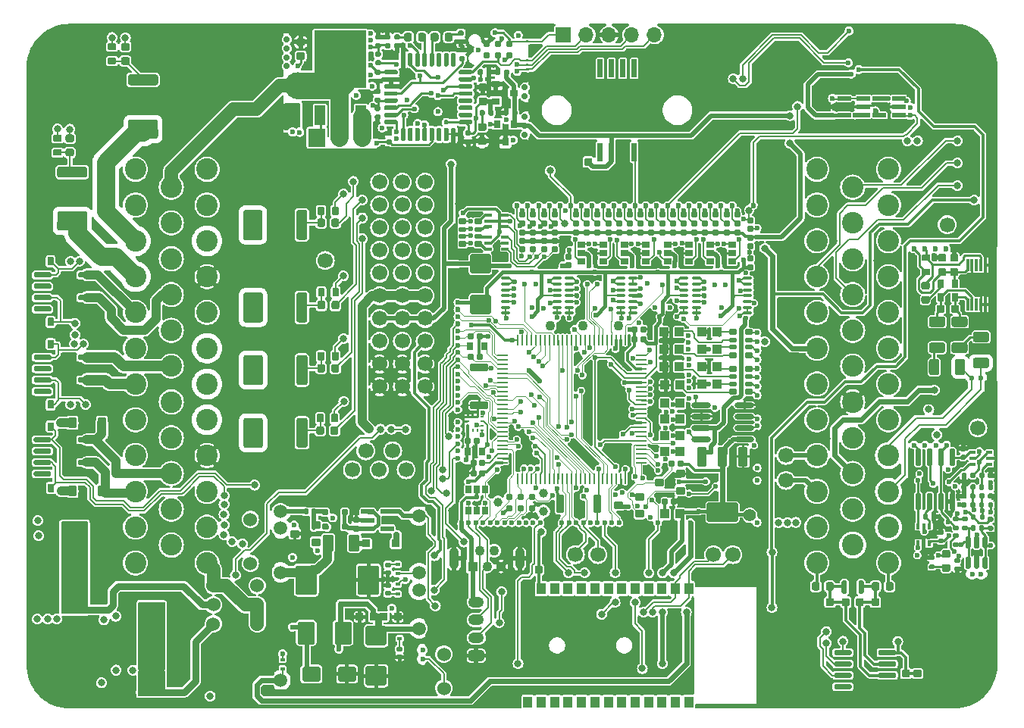
<source format=gtl>
G75*
G70*
%OFA0B0*%
%FSLAX25Y25*%
%IPPOS*%
%LPD*%
%AMOC8*
5,1,8,0,0,1.08239X$1,22.5*
%
%AMM1*
21,1,0.086610,0.073230,0.000000,0.000000,270.000000*
21,1,0.069290,0.090550,0.000000,0.000000,270.000000*
1,1,0.017320,-0.036610,-0.034650*
1,1,0.017320,-0.036610,0.034650*
1,1,0.017320,0.036610,0.034650*
1,1,0.017320,0.036610,-0.034650*
%
%AMM10*
21,1,0.015750,0.016540,0.000000,0.000000,270.000000*
21,1,0.012600,0.019680,0.000000,0.000000,270.000000*
1,1,0.003150,-0.008270,-0.006300*
1,1,0.003150,-0.008270,0.006300*
1,1,0.003150,0.008270,0.006300*
1,1,0.003150,0.008270,-0.006300*
%
%AMM105*
21,1,0.021650,0.052760,-0.000000,-0.000000,90.000000*
21,1,0.017320,0.057090,-0.000000,-0.000000,90.000000*
1,1,0.004330,0.026380,0.008660*
1,1,0.004330,0.026380,-0.008660*
1,1,0.004330,-0.026380,-0.008660*
1,1,0.004330,-0.026380,0.008660*
%
%AMM11*
21,1,0.023620,0.018900,0.000000,0.000000,90.000000*
21,1,0.018900,0.023620,0.000000,0.000000,90.000000*
1,1,0.004720,0.009450,0.009450*
1,1,0.004720,0.009450,-0.009450*
1,1,0.004720,-0.009450,-0.009450*
1,1,0.004720,-0.009450,0.009450*
%
%AMM12*
21,1,0.019680,0.019680,0.000000,0.000000,0.000000*
21,1,0.015750,0.023620,0.000000,0.000000,0.000000*
1,1,0.003940,0.007870,-0.009840*
1,1,0.003940,-0.007870,-0.009840*
1,1,0.003940,-0.007870,0.009840*
1,1,0.003940,0.007870,0.009840*
%
%AMM13*
21,1,0.019680,0.019680,0.000000,0.000000,270.000000*
21,1,0.015750,0.023620,0.000000,0.000000,270.000000*
1,1,0.003940,-0.009840,-0.007870*
1,1,0.003940,-0.009840,0.007870*
1,1,0.003940,0.009840,0.007870*
1,1,0.003940,0.009840,-0.007870*
%
%AMM173*
21,1,0.025590,0.026380,-0.000000,-0.000000,90.000000*
21,1,0.020470,0.031500,-0.000000,-0.000000,90.000000*
1,1,0.005120,0.013190,0.010240*
1,1,0.005120,0.013190,-0.010240*
1,1,0.005120,-0.013190,-0.010240*
1,1,0.005120,-0.013190,0.010240*
%
%AMM174*
21,1,0.017720,0.027950,-0.000000,-0.000000,90.000000*
21,1,0.014170,0.031500,-0.000000,-0.000000,90.000000*
1,1,0.003540,0.013980,0.007090*
1,1,0.003540,0.013980,-0.007090*
1,1,0.003540,-0.013980,-0.007090*
1,1,0.003540,-0.013980,0.007090*
%
%AMM175*
21,1,0.012600,0.028980,-0.000000,-0.000000,270.000000*
21,1,0.010080,0.031500,-0.000000,-0.000000,270.000000*
1,1,0.002520,-0.014490,-0.005040*
1,1,0.002520,-0.014490,0.005040*
1,1,0.002520,0.014490,0.005040*
1,1,0.002520,0.014490,-0.005040*
%
%AMM176*
21,1,0.023620,0.030710,-0.000000,-0.000000,0.000000*
21,1,0.018900,0.035430,-0.000000,-0.000000,0.000000*
1,1,0.004720,0.009450,-0.015350*
1,1,0.004720,-0.009450,-0.015350*
1,1,0.004720,-0.009450,0.015350*
1,1,0.004720,0.009450,0.015350*
%
%AMM177*
21,1,0.027560,0.018900,-0.000000,-0.000000,270.000000*
21,1,0.022840,0.023620,-0.000000,-0.000000,270.000000*
1,1,0.004720,-0.009450,-0.011420*
1,1,0.004720,-0.009450,0.011420*
1,1,0.004720,0.009450,0.011420*
1,1,0.004720,0.009450,-0.011420*
%
%AMM178*
21,1,0.031500,0.072440,-0.000000,-0.000000,270.000000*
21,1,0.025200,0.078740,-0.000000,-0.000000,270.000000*
1,1,0.006300,-0.036220,-0.012600*
1,1,0.006300,-0.036220,0.012600*
1,1,0.006300,0.036220,0.012600*
1,1,0.006300,0.036220,-0.012600*
%
%AMM179*
21,1,0.027560,0.018900,-0.000000,-0.000000,0.000000*
21,1,0.022840,0.023620,-0.000000,-0.000000,0.000000*
1,1,0.004720,0.011420,-0.009450*
1,1,0.004720,-0.011420,-0.009450*
1,1,0.004720,-0.011420,0.009450*
1,1,0.004720,0.011420,0.009450*
%
%AMM180*
21,1,0.023620,0.030710,-0.000000,-0.000000,90.000000*
21,1,0.018900,0.035430,-0.000000,-0.000000,90.000000*
1,1,0.004720,0.015350,0.009450*
1,1,0.004720,0.015350,-0.009450*
1,1,0.004720,-0.015350,-0.009450*
1,1,0.004720,-0.015350,0.009450*
%
%AMM181*
21,1,0.035430,0.030320,-0.000000,-0.000000,90.000000*
21,1,0.028350,0.037400,-0.000000,-0.000000,90.000000*
1,1,0.007090,0.015160,0.014170*
1,1,0.007090,0.015160,-0.014170*
1,1,0.007090,-0.015160,-0.014170*
1,1,0.007090,-0.015160,0.014170*
%
%AMM182*
21,1,0.043310,0.075980,-0.000000,-0.000000,180.000000*
21,1,0.034650,0.084650,-0.000000,-0.000000,180.000000*
1,1,0.008660,-0.017320,0.037990*
1,1,0.008660,0.017320,0.037990*
1,1,0.008660,0.017320,-0.037990*
1,1,0.008660,-0.017320,-0.037990*
%
%AMM183*
21,1,0.039370,0.035430,-0.000000,-0.000000,180.000000*
21,1,0.031500,0.043310,-0.000000,-0.000000,180.000000*
1,1,0.007870,-0.015750,0.017720*
1,1,0.007870,0.015750,0.017720*
1,1,0.007870,0.015750,-0.017720*
1,1,0.007870,-0.015750,-0.017720*
%
%AMM184*
21,1,0.027560,0.030710,-0.000000,-0.000000,180.000000*
21,1,0.022050,0.036220,-0.000000,-0.000000,180.000000*
1,1,0.005510,-0.011020,0.015350*
1,1,0.005510,0.011020,0.015350*
1,1,0.005510,0.011020,-0.015350*
1,1,0.005510,-0.011020,-0.015350*
%
%AMM185*
21,1,0.031500,0.072440,-0.000000,-0.000000,180.000000*
21,1,0.025200,0.078740,-0.000000,-0.000000,180.000000*
1,1,0.006300,-0.012600,0.036220*
1,1,0.006300,0.012600,0.036220*
1,1,0.006300,0.012600,-0.036220*
1,1,0.006300,-0.012600,-0.036220*
%
%AMM186*
21,1,0.137800,0.067720,-0.000000,-0.000000,180.000000*
21,1,0.120870,0.084650,-0.000000,-0.000000,180.000000*
1,1,0.016930,-0.060430,0.033860*
1,1,0.016930,0.060430,0.033860*
1,1,0.016930,0.060430,-0.033860*
1,1,0.016930,-0.060430,-0.033860*
%
%AMM187*
21,1,0.043310,0.075990,-0.000000,-0.000000,180.000000*
21,1,0.034650,0.084650,-0.000000,-0.000000,180.000000*
1,1,0.008660,-0.017320,0.037990*
1,1,0.008660,0.017320,0.037990*
1,1,0.008660,0.017320,-0.037990*
1,1,0.008660,-0.017320,-0.037990*
%
%AMM188*
21,1,0.086610,0.073230,-0.000000,-0.000000,270.000000*
21,1,0.069290,0.090550,-0.000000,-0.000000,270.000000*
1,1,0.017320,-0.036610,-0.034650*
1,1,0.017320,-0.036610,0.034650*
1,1,0.017320,0.036610,0.034650*
1,1,0.017320,0.036610,-0.034650*
%
%AMM2*
21,1,0.094490,0.111020,0.000000,0.000000,0.000000*
21,1,0.075590,0.129920,0.000000,0.000000,0.000000*
1,1,0.018900,0.037800,-0.055510*
1,1,0.018900,-0.037800,-0.055510*
1,1,0.018900,-0.037800,0.055510*
1,1,0.018900,0.037800,0.055510*
%
%AMM3*
21,1,0.074800,0.083460,0.000000,0.000000,0.000000*
21,1,0.059840,0.098430,0.000000,0.000000,0.000000*
1,1,0.014960,0.029920,-0.041730*
1,1,0.014960,-0.029920,-0.041730*
1,1,0.014960,-0.029920,0.041730*
1,1,0.014960,0.029920,0.041730*
%
%AMM4*
21,1,0.078740,0.053540,0.000000,0.000000,180.000000*
21,1,0.065350,0.066930,0.000000,0.000000,180.000000*
1,1,0.013390,-0.032680,0.026770*
1,1,0.013390,0.032680,0.026770*
1,1,0.013390,0.032680,-0.026770*
1,1,0.013390,-0.032680,-0.026770*
%
%AMM5*
21,1,0.035430,0.030320,0.000000,0.000000,90.000000*
21,1,0.028350,0.037400,0.000000,0.000000,90.000000*
1,1,0.007090,0.015160,0.014170*
1,1,0.007090,0.015160,-0.014170*
1,1,0.007090,-0.015160,-0.014170*
1,1,0.007090,-0.015160,0.014170*
%
%AMM6*
21,1,0.021650,0.052760,0.000000,0.000000,270.000000*
21,1,0.017320,0.057090,0.000000,0.000000,270.000000*
1,1,0.004330,-0.026380,-0.008660*
1,1,0.004330,-0.026380,0.008660*
1,1,0.004330,0.026380,0.008660*
1,1,0.004330,0.026380,-0.008660*
%
%AMM7*
21,1,0.035830,0.026770,0.000000,0.000000,0.000000*
21,1,0.029130,0.033470,0.000000,0.000000,0.000000*
1,1,0.006690,0.014570,-0.013390*
1,1,0.006690,-0.014570,-0.013390*
1,1,0.006690,-0.014570,0.013390*
1,1,0.006690,0.014570,0.013390*
%
%AMM8*
21,1,0.070870,0.036220,0.000000,0.000000,90.000000*
21,1,0.061810,0.045280,0.000000,0.000000,90.000000*
1,1,0.009060,0.018110,0.030910*
1,1,0.009060,0.018110,-0.030910*
1,1,0.009060,-0.018110,-0.030910*
1,1,0.009060,-0.018110,0.030910*
%
%AMM9*
21,1,0.033470,0.026770,0.000000,0.000000,0.000000*
21,1,0.026770,0.033470,0.000000,0.000000,0.000000*
1,1,0.006690,0.013390,-0.013390*
1,1,0.006690,-0.013390,-0.013390*
1,1,0.006690,-0.013390,0.013390*
1,1,0.006690,0.013390,0.013390*
%
%ADD10C,0.06693*%
%ADD100M7*%
%ADD101M8*%
%ADD102M9*%
%ADD103M10*%
%ADD104M11*%
%ADD105M12*%
%ADD106M13*%
%ADD107O,0.00787X0.40158*%
%ADD11C,0.02756*%
%ADD12C,0.11811*%
%ADD13R,0.00984X0.11811*%
%ADD136C,0.01850*%
%ADD14R,0.00984X0.04331*%
%ADD142R,0.02559X0.01575*%
%ADD143R,0.01575X0.02559*%
%ADD146R,0.03543X0.03150*%
%ADD147R,0.04724X0.08661*%
%ADD148C,0.05118*%
%ADD149R,0.22835X0.25197*%
%ADD15R,0.00984X0.03858*%
%ADD150R,0.03150X0.03543*%
%ADD151C,0.03100*%
%ADD152R,0.07500X0.07874*%
%ADD153O,0.07500X0.07874*%
%ADD154C,0.03900*%
%ADD16R,0.00984X0.05709*%
%ADD161O,0.04724X0.00866*%
%ADD162O,0.00866X0.04724*%
%ADD163O,0.04331X0.01181*%
%ADD166R,0.01378X0.00984*%
%ADD167R,0.00984X0.01378*%
%ADD17R,1.08661X0.00984*%
%ADD172O,0.08661X0.02362*%
%ADD18R,0.00984X0.07677*%
%ADD180C,0.00492*%
%ADD181C,0.01260*%
%ADD182C,0.05512*%
%ADD19R,0.00984X0.03740*%
%ADD20C,0.02362*%
%ADD21R,0.24350X0.00984*%
%ADD22R,0.04390X0.00984*%
%ADD23R,0.00984X0.56201*%
%ADD24R,0.00984X0.59449*%
%ADD25R,0.20374X0.00984*%
%ADD26R,0.04331X0.04331*%
%ADD264M105*%
%ADD27C,0.04331*%
%ADD274R,0.01181X0.05512*%
%ADD28O,0.04331X0.09449*%
%ADD29O,0.00787X0.04823*%
%ADD30O,0.36614X0.00787*%
%ADD31C,0.05906*%
%ADD32O,0.00787X0.12992*%
%ADD33O,0.00787X0.40157*%
%ADD34O,0.00787X0.01181*%
%ADD35O,0.66929X0.00787*%
%ADD36O,0.60630X0.00787*%
%ADD369M173*%
%ADD37O,0.00787X0.18898*%
%ADD370M174*%
%ADD371M175*%
%ADD372M176*%
%ADD373M177*%
%ADD374M178*%
%ADD375M179*%
%ADD376M180*%
%ADD377M181*%
%ADD378M182*%
%ADD379M183*%
%ADD38O,0.00787X0.10236*%
%ADD380M184*%
%ADD381M185*%
%ADD382M186*%
%ADD383M187*%
%ADD384M188*%
%ADD39O,0.00787X0.03937*%
%ADD40O,0.00787X0.05906*%
%ADD41C,0.09449*%
%ADD42C,0.15748*%
%ADD43R,0.00787X0.14567*%
%ADD44R,0.00787X0.01575*%
%ADD45R,0.00787X0.06299*%
%ADD46R,0.00787X0.38189*%
%ADD47R,0.00787X0.09055*%
%ADD48R,0.05512X0.00787*%
%ADD49R,0.25197X0.00787*%
%ADD50R,0.06693X0.00787*%
%ADD51R,0.12992X0.00787*%
%ADD52R,0.00787X0.27559*%
%ADD53R,0.00787X0.12992*%
%ADD54R,0.00787X0.24803*%
%ADD55R,0.03937X0.05118*%
%ADD56R,0.06693X0.06693*%
%ADD57O,0.06693X0.06693*%
%ADD58O,0.06890X0.04724*%
%ADD59C,0.06000*%
%ADD60C,0.03150*%
%ADD61C,0.00787*%
%ADD62C,0.01969*%
%ADD63C,0.01181*%
%ADD64C,0.03937*%
%ADD65C,0.04724*%
%ADD66C,0.07874*%
%ADD70C,0.00984*%
%ADD72C,0.00800*%
%ADD92C,0.01968*%
%ADD93C,0.01575*%
%ADD94M1*%
%ADD95M2*%
%ADD96M3*%
%ADD97M4*%
%ADD98M5*%
%ADD99M6*%
X0000000Y0000000D02*
%LPD*%
G01*
G36*
G01*
X0035650Y0051240D02*
X0035650Y0047106D01*
G75*
G02*
X0035256Y0046712I-000394J0000000D01*
G01*
X0032106Y0046712D01*
G75*
G02*
X0031713Y0047106I0000000J0000394D01*
G01*
X0031713Y0051240D01*
G75*
G02*
X0032106Y0051633I0000394J0000000D01*
G01*
X0035256Y0051633D01*
G75*
G02*
X0035650Y0051240I0000000J-000394D01*
G01*
G37*
G36*
G01*
X0027776Y0051240D02*
X0027776Y0047106D01*
G75*
G02*
X0027382Y0046712I-000394J0000000D01*
G01*
X0024232Y0046712D01*
G75*
G02*
X0023839Y0047106I0000000J0000394D01*
G01*
X0023839Y0051240D01*
G75*
G02*
X0024232Y0051633I0000394J0000000D01*
G01*
X0027382Y0051633D01*
G75*
G02*
X0027776Y0051240I0000000J-000394D01*
G01*
G37*
G36*
G01*
X0360925Y0051299D02*
X0359744Y0051299D01*
G75*
G02*
X0359154Y0051889I0000000J0000591D01*
G01*
X0359154Y0056515D01*
G75*
G02*
X0359744Y0057106I0000591J0000000D01*
G01*
X0360925Y0057106D01*
G75*
G02*
X0361516Y0056515I0000000J-000591D01*
G01*
X0361516Y0051889D01*
G75*
G02*
X0360925Y0051299I-000591J0000000D01*
G01*
G37*
G36*
G01*
X0368406Y0051299D02*
X0367224Y0051299D01*
G75*
G02*
X0366634Y0051889I0000000J0000591D01*
G01*
X0366634Y0056515D01*
G75*
G02*
X0367224Y0057106I0000591J0000000D01*
G01*
X0368406Y0057106D01*
G75*
G02*
X0368996Y0056515I0000000J-000591D01*
G01*
X0368996Y0051889D01*
G75*
G02*
X0368406Y0051299I-000591J0000000D01*
G01*
G37*
G36*
G01*
X0364665Y0058681D02*
X0363484Y0058681D01*
G75*
G02*
X0362894Y0059271I0000000J0000591D01*
G01*
X0362894Y0063897D01*
G75*
G02*
X0363484Y0064488I0000591J0000000D01*
G01*
X0364665Y0064488D01*
G75*
G02*
X0365256Y0063897I0000000J-000591D01*
G01*
X0365256Y0059271D01*
G75*
G02*
X0364665Y0058681I-000591J0000000D01*
G01*
G37*
G36*
G01*
X0003898Y0118445D02*
X0003898Y0119626D01*
G75*
G02*
X0004488Y0120216I0000591J0000000D01*
G01*
X0010984Y0120216D01*
G75*
G02*
X0011575Y0119626I0000000J-000591D01*
G01*
X0011575Y0118445D01*
G75*
G02*
X0010984Y0117854I-000591J0000000D01*
G01*
X0004488Y0117854D01*
G75*
G02*
X0003898Y0118445I0000000J0000591D01*
G01*
G37*
G36*
G01*
X0003898Y0113445D02*
X0003898Y0114626D01*
G75*
G02*
X0004488Y0115216I0000591J0000000D01*
G01*
X0010984Y0115216D01*
G75*
G02*
X0011575Y0114626I0000000J-000591D01*
G01*
X0011575Y0113445D01*
G75*
G02*
X0010984Y0112854I-000591J0000000D01*
G01*
X0004488Y0112854D01*
G75*
G02*
X0003898Y0113445I0000000J0000591D01*
G01*
G37*
G36*
G01*
X0003898Y0108445D02*
X0003898Y0109626D01*
G75*
G02*
X0004488Y0110216I0000591J0000000D01*
G01*
X0010984Y0110216D01*
G75*
G02*
X0011575Y0109626I0000000J-000591D01*
G01*
X0011575Y0108445D01*
G75*
G02*
X0010984Y0107854I-000591J0000000D01*
G01*
X0004488Y0107854D01*
G75*
G02*
X0003898Y0108445I0000000J0000591D01*
G01*
G37*
G36*
G01*
X0003898Y0103445D02*
X0003898Y0104626D01*
G75*
G02*
X0004488Y0105216I0000591J0000000D01*
G01*
X0010984Y0105216D01*
G75*
G02*
X0011575Y0104626I0000000J-000591D01*
G01*
X0011575Y0103445D01*
G75*
G02*
X0010984Y0102854I-000591J0000000D01*
G01*
X0004488Y0102854D01*
G75*
G02*
X0003898Y0103445I0000000J0000591D01*
G01*
G37*
G36*
G01*
X0023386Y0103445D02*
X0023386Y0104626D01*
G75*
G02*
X0023976Y0105216I0000591J0000000D01*
G01*
X0030472Y0105216D01*
G75*
G02*
X0031063Y0104626I0000000J-000591D01*
G01*
X0031063Y0103445D01*
G75*
G02*
X0030472Y0102854I-000591J0000000D01*
G01*
X0023976Y0102854D01*
G75*
G02*
X0023386Y0103445I0000000J0000591D01*
G01*
G37*
G36*
G01*
X0023386Y0108445D02*
X0023386Y0109626D01*
G75*
G02*
X0023976Y0110216I0000591J0000000D01*
G01*
X0030472Y0110216D01*
G75*
G02*
X0031063Y0109626I0000000J-000591D01*
G01*
X0031063Y0108445D01*
G75*
G02*
X0030472Y0107854I-000591J0000000D01*
G01*
X0023976Y0107854D01*
G75*
G02*
X0023386Y0108445I0000000J0000591D01*
G01*
G37*
G36*
G01*
X0023386Y0113445D02*
X0023386Y0114626D01*
G75*
G02*
X0023976Y0115216I0000591J0000000D01*
G01*
X0030472Y0115216D01*
G75*
G02*
X0031063Y0114626I0000000J-000591D01*
G01*
X0031063Y0113445D01*
G75*
G02*
X0030472Y0112854I-000591J0000000D01*
G01*
X0023976Y0112854D01*
G75*
G02*
X0023386Y0113445I0000000J0000591D01*
G01*
G37*
G36*
G01*
X0023386Y0118445D02*
X0023386Y0119626D01*
G75*
G02*
X0023976Y0120216I0000591J0000000D01*
G01*
X0030472Y0120216D01*
G75*
G02*
X0031063Y0119626I0000000J-000591D01*
G01*
X0031063Y0118445D01*
G75*
G02*
X0030472Y0117854I-000591J0000000D01*
G01*
X0023976Y0117854D01*
G75*
G02*
X0023386Y0118445I0000000J0000591D01*
G01*
G37*
D10*
X0132146Y0197893D03*
G36*
G01*
X0035650Y0066988D02*
X0035650Y0062854D01*
G75*
G02*
X0035256Y0062460I-000394J0000000D01*
G01*
X0032106Y0062460D01*
G75*
G02*
X0031713Y0062854I0000000J0000394D01*
G01*
X0031713Y0066988D01*
G75*
G02*
X0032106Y0067382I0000394J0000000D01*
G01*
X0035256Y0067382D01*
G75*
G02*
X0035650Y0066988I0000000J-000394D01*
G01*
G37*
G36*
G01*
X0027776Y0066988D02*
X0027776Y0062854D01*
G75*
G02*
X0027382Y0062460I-000394J0000000D01*
G01*
X0024232Y0062460D01*
G75*
G02*
X0023839Y0062854I0000000J0000394D01*
G01*
X0023839Y0066988D01*
G75*
G02*
X0024232Y0067382I0000394J0000000D01*
G01*
X0027382Y0067382D01*
G75*
G02*
X0027776Y0066988I0000000J-000394D01*
G01*
G37*
G36*
G01*
X0246516Y0249133D02*
X0249193Y0249133D01*
G75*
G02*
X0249528Y0248799I0000000J-000335D01*
G01*
X0249528Y0246122D01*
G75*
G02*
X0249193Y0245787I-000335J0000000D01*
G01*
X0246516Y0245787D01*
G75*
G02*
X0246181Y0246122I0000000J0000335D01*
G01*
X0246181Y0248799D01*
G75*
G02*
X0246516Y0249133I0000335J0000000D01*
G01*
G37*
G36*
G01*
X0246516Y0242913D02*
X0249193Y0242913D01*
G75*
G02*
X0249528Y0242578I0000000J-000335D01*
G01*
X0249528Y0239901D01*
G75*
G02*
X0249193Y0239567I-000335J0000000D01*
G01*
X0246516Y0239567D01*
G75*
G02*
X0246181Y0239901I0000000J0000335D01*
G01*
X0246181Y0242578D01*
G75*
G02*
X0246516Y0242913I0000335J0000000D01*
G01*
G37*
G36*
G01*
X0137933Y0221279D02*
X0137933Y0218208D01*
G75*
G02*
X0137657Y0217933I-000276J0000000D01*
G01*
X0135453Y0217933D01*
G75*
G02*
X0135177Y0218208I0000000J0000276D01*
G01*
X0135177Y0221279D01*
G75*
G02*
X0135453Y0221555I0000276J0000000D01*
G01*
X0137657Y0221555D01*
G75*
G02*
X0137933Y0221279I0000000J-000276D01*
G01*
G37*
G36*
G01*
X0131634Y0221279D02*
X0131634Y0218208D01*
G75*
G02*
X0131358Y0217933I-000276J0000000D01*
G01*
X0129154Y0217933D01*
G75*
G02*
X0128878Y0218208I0000000J0000276D01*
G01*
X0128878Y0221279D01*
G75*
G02*
X0129154Y0221555I0000276J0000000D01*
G01*
X0131358Y0221555D01*
G75*
G02*
X0131634Y0221279I0000000J-000276D01*
G01*
G37*
G36*
G01*
X0041988Y0043130D02*
X0041988Y0047263D01*
G75*
G02*
X0042382Y0047657I0000394J0000000D01*
G01*
X0045531Y0047657D01*
G75*
G02*
X0045925Y0047263I0000000J-000394D01*
G01*
X0045925Y0043130D01*
G75*
G02*
X0045531Y0042736I-000394J0000000D01*
G01*
X0042382Y0042736D01*
G75*
G02*
X0041988Y0043130I0000000J0000394D01*
G01*
G37*
G36*
G01*
X0049862Y0043130D02*
X0049862Y0047263D01*
G75*
G02*
X0050256Y0047657I0000394J0000000D01*
G01*
X0053406Y0047657D01*
G75*
G02*
X0053799Y0047263I0000000J-000394D01*
G01*
X0053799Y0043130D01*
G75*
G02*
X0053406Y0042736I-000394J0000000D01*
G01*
X0050256Y0042736D01*
G75*
G02*
X0049862Y0043130I0000000J0000394D01*
G01*
G37*
G36*
G01*
X0003957Y0154724D02*
X0003957Y0155905D01*
G75*
G02*
X0004547Y0156496I0000591J0000000D01*
G01*
X0011043Y0156496D01*
G75*
G02*
X0011634Y0155905I0000000J-000591D01*
G01*
X0011634Y0154724D01*
G75*
G02*
X0011043Y0154133I-000591J0000000D01*
G01*
X0004547Y0154133D01*
G75*
G02*
X0003957Y0154724I0000000J0000591D01*
G01*
G37*
G36*
G01*
X0003957Y0149724D02*
X0003957Y0150905D01*
G75*
G02*
X0004547Y0151496I0000591J0000000D01*
G01*
X0011043Y0151496D01*
G75*
G02*
X0011634Y0150905I0000000J-000591D01*
G01*
X0011634Y0149724D01*
G75*
G02*
X0011043Y0149133I-000591J0000000D01*
G01*
X0004547Y0149133D01*
G75*
G02*
X0003957Y0149724I0000000J0000591D01*
G01*
G37*
G36*
G01*
X0003957Y0144724D02*
X0003957Y0145905D01*
G75*
G02*
X0004547Y0146496I0000591J0000000D01*
G01*
X0011043Y0146496D01*
G75*
G02*
X0011634Y0145905I0000000J-000591D01*
G01*
X0011634Y0144724D01*
G75*
G02*
X0011043Y0144133I-000591J0000000D01*
G01*
X0004547Y0144133D01*
G75*
G02*
X0003957Y0144724I0000000J0000591D01*
G01*
G37*
G36*
G01*
X0003957Y0139724D02*
X0003957Y0140905D01*
G75*
G02*
X0004547Y0141496I0000591J0000000D01*
G01*
X0011043Y0141496D01*
G75*
G02*
X0011634Y0140905I0000000J-000591D01*
G01*
X0011634Y0139724D01*
G75*
G02*
X0011043Y0139133I-000591J0000000D01*
G01*
X0004547Y0139133D01*
G75*
G02*
X0003957Y0139724I0000000J0000591D01*
G01*
G37*
G36*
G01*
X0023445Y0139724D02*
X0023445Y0140905D01*
G75*
G02*
X0024035Y0141496I0000591J0000000D01*
G01*
X0030531Y0141496D01*
G75*
G02*
X0031122Y0140905I0000000J-000591D01*
G01*
X0031122Y0139724D01*
G75*
G02*
X0030531Y0139133I-000591J0000000D01*
G01*
X0024035Y0139133D01*
G75*
G02*
X0023445Y0139724I0000000J0000591D01*
G01*
G37*
G36*
G01*
X0023445Y0144724D02*
X0023445Y0145905D01*
G75*
G02*
X0024035Y0146496I0000591J0000000D01*
G01*
X0030531Y0146496D01*
G75*
G02*
X0031122Y0145905I0000000J-000591D01*
G01*
X0031122Y0144724D01*
G75*
G02*
X0030531Y0144133I-000591J0000000D01*
G01*
X0024035Y0144133D01*
G75*
G02*
X0023445Y0144724I0000000J0000591D01*
G01*
G37*
G36*
G01*
X0023445Y0149724D02*
X0023445Y0150905D01*
G75*
G02*
X0024035Y0151496I0000591J0000000D01*
G01*
X0030531Y0151496D01*
G75*
G02*
X0031122Y0150905I0000000J-000591D01*
G01*
X0031122Y0149724D01*
G75*
G02*
X0030531Y0149133I-000591J0000000D01*
G01*
X0024035Y0149133D01*
G75*
G02*
X0023445Y0149724I0000000J0000591D01*
G01*
G37*
G36*
G01*
X0023445Y0154724D02*
X0023445Y0155905D01*
G75*
G02*
X0024035Y0156496I0000591J0000000D01*
G01*
X0030531Y0156496D01*
G75*
G02*
X0031122Y0155905I0000000J-000591D01*
G01*
X0031122Y0154724D01*
G75*
G02*
X0030531Y0154133I-000591J0000000D01*
G01*
X0024035Y0154133D01*
G75*
G02*
X0023445Y0154724I0000000J0000591D01*
G01*
G37*
G36*
G01*
X0138091Y0185452D02*
X0138091Y0182382D01*
G75*
G02*
X0137815Y0182106I-000276J0000000D01*
G01*
X0135610Y0182106D01*
G75*
G02*
X0135335Y0182382I0000000J0000276D01*
G01*
X0135335Y0185452D01*
G75*
G02*
X0135610Y0185728I0000276J0000000D01*
G01*
X0137815Y0185728D01*
G75*
G02*
X0138091Y0185452I0000000J-000276D01*
G01*
G37*
G36*
G01*
X0131791Y0185452D02*
X0131791Y0182382D01*
G75*
G02*
X0131516Y0182106I-000276J0000000D01*
G01*
X0129311Y0182106D01*
G75*
G02*
X0129035Y0182382I0000000J0000276D01*
G01*
X0129035Y0185452D01*
G75*
G02*
X0129311Y0185728I0000276J0000000D01*
G01*
X0131516Y0185728D01*
G75*
G02*
X0131791Y0185452I0000000J-000276D01*
G01*
G37*
G36*
G01*
X0041988Y0027382D02*
X0041988Y0031515D01*
G75*
G02*
X0042382Y0031909I0000394J0000000D01*
G01*
X0045531Y0031909D01*
G75*
G02*
X0045925Y0031515I0000000J-000394D01*
G01*
X0045925Y0027382D01*
G75*
G02*
X0045531Y0026988I-000394J0000000D01*
G01*
X0042382Y0026988D01*
G75*
G02*
X0041988Y0027382I0000000J0000394D01*
G01*
G37*
G36*
G01*
X0049862Y0027382D02*
X0049862Y0031515D01*
G75*
G02*
X0050256Y0031909I0000394J0000000D01*
G01*
X0053406Y0031909D01*
G75*
G02*
X0053799Y0031515I0000000J-000394D01*
G01*
X0053799Y0027382D01*
G75*
G02*
X0053406Y0026988I-000394J0000000D01*
G01*
X0050256Y0026988D01*
G75*
G02*
X0049862Y0027382I0000000J0000394D01*
G01*
G37*
G36*
G01*
X0003681Y0159586D02*
X0003681Y0162657D01*
G75*
G02*
X0003957Y0162933I0000276J0000000D01*
G01*
X0006161Y0162933D01*
G75*
G02*
X0006437Y0162657I0000000J-000276D01*
G01*
X0006437Y0159586D01*
G75*
G02*
X0006161Y0159311I-000276J0000000D01*
G01*
X0003957Y0159311D01*
G75*
G02*
X0003681Y0159586I0000000J0000276D01*
G01*
G37*
G36*
G01*
X0009980Y0159586D02*
X0009980Y0162657D01*
G75*
G02*
X0010256Y0162933I0000276J0000000D01*
G01*
X0012461Y0162933D01*
G75*
G02*
X0012736Y0162657I0000000J-000276D01*
G01*
X0012736Y0159586D01*
G75*
G02*
X0012461Y0159311I-000276J0000000D01*
G01*
X0010256Y0159311D01*
G75*
G02*
X0009980Y0159586I0000000J0000276D01*
G01*
G37*
X0302894Y0068445D03*
G36*
G01*
X0124291Y0155295D02*
X0124291Y0144074D01*
G75*
G02*
X0123307Y0143090I-000984J0000000D01*
G01*
X0120453Y0143090D01*
G75*
G02*
X0119469Y0144074I0000000J0000984D01*
G01*
X0119469Y0155295D01*
G75*
G02*
X0120453Y0156279I0000984J0000000D01*
G01*
X0123307Y0156279D01*
G75*
G02*
X0124291Y0155295I0000000J-000984D01*
G01*
G37*
G36*
G01*
X0100965Y0155295D02*
X0100965Y0144074D01*
G75*
G02*
X0099980Y0143090I-000984J0000000D01*
G01*
X0097126Y0143090D01*
G75*
G02*
X0096142Y0144074I0000000J0000984D01*
G01*
X0096142Y0155295D01*
G75*
G02*
X0097126Y0156279I0000984J0000000D01*
G01*
X0099980Y0156279D01*
G75*
G02*
X0100965Y0155295I0000000J-000984D01*
G01*
G37*
G36*
G01*
X0382008Y0048917D02*
X0382008Y0046240D01*
G75*
G02*
X0381673Y0045905I-000335J0000000D01*
G01*
X0378996Y0045905D01*
G75*
G02*
X0378661Y0046240I0000000J0000335D01*
G01*
X0378661Y0048917D01*
G75*
G02*
X0378996Y0049252I0000335J0000000D01*
G01*
X0381673Y0049252D01*
G75*
G02*
X0382008Y0048917I0000000J-000335D01*
G01*
G37*
G36*
G01*
X0375787Y0048917D02*
X0375787Y0046240D01*
G75*
G02*
X0375453Y0045905I-000335J0000000D01*
G01*
X0372776Y0045905D01*
G75*
G02*
X0372441Y0046240I0000000J0000335D01*
G01*
X0372441Y0048917D01*
G75*
G02*
X0372776Y0049252I0000335J0000000D01*
G01*
X0375453Y0049252D01*
G75*
G02*
X0375787Y0048917I0000000J-000335D01*
G01*
G37*
D11*
X0115197Y0295216D03*
X0115197Y0283405D03*
X0115197Y0287342D03*
X0115197Y0291279D03*
D12*
X0120118Y0274941D03*
D13*
X0113720Y0261161D03*
D14*
X0221398Y0248563D03*
D15*
X0221398Y0265649D03*
X0221398Y0278641D03*
D16*
X0221398Y0298661D03*
D17*
X0167559Y0246889D03*
X0167559Y0301023D03*
D18*
X0113720Y0250236D03*
D19*
X0113720Y0299645D03*
G36*
G01*
X0184291Y0250925D02*
X0184291Y0255846D01*
G75*
G02*
X0184783Y0256338I0000492J0000000D01*
G01*
X0185768Y0256338D01*
G75*
G02*
X0186260Y0255846I0000000J-000492D01*
G01*
X0186260Y0250925D01*
G75*
G02*
X0185768Y0250433I-000492J0000000D01*
G01*
X0184783Y0250433D01*
G75*
G02*
X0184291Y0250925I0000000J0000492D01*
G01*
G37*
G36*
G01*
X0190886Y0261456D02*
X0190886Y0262441D01*
G75*
G02*
X0191378Y0262933I0000492J0000000D01*
G01*
X0196299Y0262933D01*
G75*
G02*
X0196791Y0262441I0000000J-000492D01*
G01*
X0196791Y0261456D01*
G75*
G02*
X0196299Y0260964I-000492J0000000D01*
G01*
X0191378Y0260964D01*
G75*
G02*
X0190886Y0261456I0000000J0000492D01*
G01*
G37*
G36*
G01*
X0187441Y0250925D02*
X0187441Y0255846D01*
G75*
G02*
X0187933Y0256338I0000492J0000000D01*
G01*
X0188917Y0256338D01*
G75*
G02*
X0189409Y0255846I0000000J-000492D01*
G01*
X0189409Y0250925D01*
G75*
G02*
X0188917Y0250433I-000492J0000000D01*
G01*
X0187933Y0250433D01*
G75*
G02*
X0187441Y0250925I0000000J0000492D01*
G01*
G37*
G36*
G01*
X0188720Y0260964D02*
X0187736Y0260964D01*
G75*
G02*
X0187244Y0261456I0000000J0000492D01*
G01*
X0187244Y0262441D01*
G75*
G02*
X0187736Y0262933I0000492J0000000D01*
G01*
X0188720Y0262933D01*
G75*
G02*
X0189213Y0262441I0000000J-000492D01*
G01*
X0189213Y0261456D01*
G75*
G02*
X0188720Y0260964I-000492J0000000D01*
G01*
G37*
G36*
G01*
X0184291Y0258307D02*
X0184291Y0259291D01*
G75*
G02*
X0184783Y0259783I0000492J0000000D01*
G01*
X0185768Y0259783D01*
G75*
G02*
X0186260Y0259291I0000000J-000492D01*
G01*
X0186260Y0258307D01*
G75*
G02*
X0185768Y0257815I-000492J0000000D01*
G01*
X0184783Y0257815D01*
G75*
G02*
X0184291Y0258307I0000000J0000492D01*
G01*
G37*
G36*
G01*
X0190886Y0258307D02*
X0190886Y0259291D01*
G75*
G02*
X0191378Y0259783I0000492J0000000D01*
G01*
X0196299Y0259783D01*
G75*
G02*
X0196791Y0259291I0000000J-000492D01*
G01*
X0196791Y0258307D01*
G75*
G02*
X0196299Y0257815I-000492J0000000D01*
G01*
X0191378Y0257815D01*
G75*
G02*
X0190886Y0258307I0000000J0000492D01*
G01*
G37*
D11*
X0219887Y0257224D03*
X0219887Y0261161D03*
X0219887Y0274137D03*
X0219887Y0270137D03*
G36*
G01*
X0221890Y0282027D02*
X0221890Y0282027D01*
G75*
G02*
X0221398Y0281535I-000492J0000000D01*
G01*
X0220413Y0281535D01*
G75*
G02*
X0219921Y0282027I0000000J0000492D01*
G01*
X0219921Y0282027D01*
G75*
G02*
X0220413Y0282519I0000492J0000000D01*
G01*
X0221398Y0282519D01*
G75*
G02*
X0221890Y0282027I0000000J-000492D01*
G01*
G37*
G36*
G01*
X0221890Y0283996D02*
X0221890Y0283996D01*
G75*
G02*
X0221398Y0283504I-000492J0000000D01*
G01*
X0220413Y0283504D01*
G75*
G02*
X0219921Y0283996I0000000J0000492D01*
G01*
X0219921Y0283996D01*
G75*
G02*
X0220413Y0284488I0000492J0000000D01*
G01*
X0221398Y0284488D01*
G75*
G02*
X0221890Y0283996I0000000J-000492D01*
G01*
G37*
G36*
G01*
X0221890Y0285964D02*
X0221890Y0285964D01*
G75*
G02*
X0221398Y0285472I-000492J0000000D01*
G01*
X0220413Y0285472D01*
G75*
G02*
X0219921Y0285964I0000000J0000492D01*
G01*
X0219921Y0285964D01*
G75*
G02*
X0220413Y0286456I0000492J0000000D01*
G01*
X0221398Y0286456D01*
G75*
G02*
X0221890Y0285964I0000000J-000492D01*
G01*
G37*
G36*
G01*
X0221890Y0294232D02*
X0221890Y0294232D01*
G75*
G02*
X0221398Y0293740I-000492J0000000D01*
G01*
X0220413Y0293740D01*
G75*
G02*
X0219921Y0294232I0000000J0000492D01*
G01*
X0219921Y0294232D01*
G75*
G02*
X0220413Y0294724I0000492J0000000D01*
G01*
X0221398Y0294724D01*
G75*
G02*
X0221890Y0294232I0000000J-000492D01*
G01*
G37*
X0219887Y0253287D03*
D10*
X0419114Y0124271D03*
G36*
G01*
X0045241Y0284015D02*
X0043223Y0284015D01*
G75*
G02*
X0042362Y0284877I0000000J0000861D01*
G01*
X0042362Y0286599D01*
G75*
G02*
X0043223Y0287460I0000861J0000000D01*
G01*
X0045241Y0287460D01*
G75*
G02*
X0046102Y0286599I0000000J-000861D01*
G01*
X0046102Y0284877D01*
G75*
G02*
X0045241Y0284015I-000861J0000000D01*
G01*
G37*
G36*
G01*
X0045241Y0290216D02*
X0043223Y0290216D01*
G75*
G02*
X0042362Y0291077I0000000J0000861D01*
G01*
X0042362Y0292800D01*
G75*
G02*
X0043223Y0293661I0000861J0000000D01*
G01*
X0045241Y0293661D01*
G75*
G02*
X0046102Y0292800I0000000J-000861D01*
G01*
X0046102Y0291077D01*
G75*
G02*
X0045241Y0290216I-000861J0000000D01*
G01*
G37*
G36*
G01*
X0233858Y0063149D02*
X0233858Y0060472D01*
G75*
G02*
X0233524Y0060137I-000335J0000000D01*
G01*
X0230846Y0060137D01*
G75*
G02*
X0230512Y0060472I0000000J0000335D01*
G01*
X0230512Y0063149D01*
G75*
G02*
X0230846Y0063484I0000335J0000000D01*
G01*
X0233524Y0063484D01*
G75*
G02*
X0233858Y0063149I0000000J-000335D01*
G01*
G37*
G36*
G01*
X0227638Y0063149D02*
X0227638Y0060472D01*
G75*
G02*
X0227303Y0060137I-000335J0000000D01*
G01*
X0224626Y0060137D01*
G75*
G02*
X0224291Y0060472I0000000J0000335D01*
G01*
X0224291Y0063149D01*
G75*
G02*
X0224626Y0063484I0000335J0000000D01*
G01*
X0227303Y0063484D01*
G75*
G02*
X0227638Y0063149I0000000J-000335D01*
G01*
G37*
G36*
G01*
X0359331Y0046240D02*
X0359331Y0048917D01*
G75*
G02*
X0359665Y0049252I0000335J0000000D01*
G01*
X0362343Y0049252D01*
G75*
G02*
X0362677Y0048917I0000000J-000335D01*
G01*
X0362677Y0046240D01*
G75*
G02*
X0362343Y0045905I-000335J0000000D01*
G01*
X0359665Y0045905D01*
G75*
G02*
X0359331Y0046240I0000000J0000335D01*
G01*
G37*
G36*
G01*
X0365551Y0046240D02*
X0365551Y0048917D01*
G75*
G02*
X0365886Y0049252I0000335J0000000D01*
G01*
X0368563Y0049252D01*
G75*
G02*
X0368898Y0048917I0000000J-000335D01*
G01*
X0368898Y0046240D01*
G75*
G02*
X0368563Y0045905I-000335J0000000D01*
G01*
X0365886Y0045905D01*
G75*
G02*
X0365551Y0046240I0000000J0000335D01*
G01*
G37*
G36*
G01*
X0128583Y0149444D02*
X0128583Y0151461D01*
G75*
G02*
X0129444Y0152322I0000861J0000000D01*
G01*
X0131166Y0152322D01*
G75*
G02*
X0132028Y0151461I0000000J-000861D01*
G01*
X0132028Y0149444D01*
G75*
G02*
X0131166Y0148582I-000861J0000000D01*
G01*
X0129444Y0148582D01*
G75*
G02*
X0128583Y0149444I0000000J0000861D01*
G01*
G37*
G36*
G01*
X0134783Y0149444D02*
X0134783Y0151461D01*
G75*
G02*
X0135645Y0152322I0000861J0000000D01*
G01*
X0137367Y0152322D01*
G75*
G02*
X0138228Y0151461I0000000J-000861D01*
G01*
X0138228Y0149444D01*
G75*
G02*
X0137367Y0148582I-000861J0000000D01*
G01*
X0135645Y0148582D01*
G75*
G02*
X0134783Y0149444I0000000J0000861D01*
G01*
G37*
G36*
G01*
X0041988Y0011633D02*
X0041988Y0015767D01*
G75*
G02*
X0042382Y0016161I0000394J0000000D01*
G01*
X0045531Y0016161D01*
G75*
G02*
X0045925Y0015767I0000000J-000394D01*
G01*
X0045925Y0011633D01*
G75*
G02*
X0045531Y0011240I-000394J0000000D01*
G01*
X0042382Y0011240D01*
G75*
G02*
X0041988Y0011633I0000000J0000394D01*
G01*
G37*
G36*
G01*
X0049862Y0011633D02*
X0049862Y0015767D01*
G75*
G02*
X0050256Y0016161I0000394J0000000D01*
G01*
X0053406Y0016161D01*
G75*
G02*
X0053799Y0015767I0000000J-000394D01*
G01*
X0053799Y0011633D01*
G75*
G02*
X0053406Y0011240I-000394J0000000D01*
G01*
X0050256Y0011240D01*
G75*
G02*
X0049862Y0011633I0000000J0000394D01*
G01*
G37*
G36*
G01*
X0383130Y0010945D02*
X0383130Y0009763D01*
G75*
G02*
X0382539Y0009173I-000591J0000000D01*
G01*
X0376043Y0009173D01*
G75*
G02*
X0375453Y0009763I0000000J0000591D01*
G01*
X0375453Y0010945D01*
G75*
G02*
X0376043Y0011535I0000591J0000000D01*
G01*
X0382539Y0011535D01*
G75*
G02*
X0383130Y0010945I0000000J-000591D01*
G01*
G37*
G36*
G01*
X0383130Y0015945D02*
X0383130Y0014763D01*
G75*
G02*
X0382539Y0014173I-000591J0000000D01*
G01*
X0376043Y0014173D01*
G75*
G02*
X0375453Y0014763I0000000J0000591D01*
G01*
X0375453Y0015945D01*
G75*
G02*
X0376043Y0016535I0000591J0000000D01*
G01*
X0382539Y0016535D01*
G75*
G02*
X0383130Y0015945I0000000J-000591D01*
G01*
G37*
G36*
G01*
X0383130Y0020945D02*
X0383130Y0019763D01*
G75*
G02*
X0382539Y0019173I-000591J0000000D01*
G01*
X0376043Y0019173D01*
G75*
G02*
X0375453Y0019763I0000000J0000591D01*
G01*
X0375453Y0020945D01*
G75*
G02*
X0376043Y0021535I0000591J0000000D01*
G01*
X0382539Y0021535D01*
G75*
G02*
X0383130Y0020945I0000000J-000591D01*
G01*
G37*
G36*
G01*
X0383130Y0025945D02*
X0383130Y0024763D01*
G75*
G02*
X0382539Y0024173I-000591J0000000D01*
G01*
X0376043Y0024173D01*
G75*
G02*
X0375453Y0024763I0000000J0000591D01*
G01*
X0375453Y0025945D01*
G75*
G02*
X0376043Y0026535I0000591J0000000D01*
G01*
X0382539Y0026535D01*
G75*
G02*
X0383130Y0025945I0000000J-000591D01*
G01*
G37*
G36*
G01*
X0363642Y0025945D02*
X0363642Y0024763D01*
G75*
G02*
X0363051Y0024173I-000591J0000000D01*
G01*
X0356555Y0024173D01*
G75*
G02*
X0355965Y0024763I0000000J0000591D01*
G01*
X0355965Y0025945D01*
G75*
G02*
X0356555Y0026535I0000591J0000000D01*
G01*
X0363051Y0026535D01*
G75*
G02*
X0363642Y0025945I0000000J-000591D01*
G01*
G37*
G36*
G01*
X0363642Y0020945D02*
X0363642Y0019763D01*
G75*
G02*
X0363051Y0019173I-000591J0000000D01*
G01*
X0356555Y0019173D01*
G75*
G02*
X0355965Y0019763I0000000J0000591D01*
G01*
X0355965Y0020945D01*
G75*
G02*
X0356555Y0021535I0000591J0000000D01*
G01*
X0363051Y0021535D01*
G75*
G02*
X0363642Y0020945I0000000J-000591D01*
G01*
G37*
G36*
G01*
X0363642Y0015945D02*
X0363642Y0014763D01*
G75*
G02*
X0363051Y0014173I-000591J0000000D01*
G01*
X0356555Y0014173D01*
G75*
G02*
X0355965Y0014763I0000000J0000591D01*
G01*
X0355965Y0015945D01*
G75*
G02*
X0356555Y0016535I0000591J0000000D01*
G01*
X0363051Y0016535D01*
G75*
G02*
X0363642Y0015945I0000000J-000591D01*
G01*
G37*
G36*
G01*
X0363642Y0010945D02*
X0363642Y0009763D01*
G75*
G02*
X0363051Y0009173I-000591J0000000D01*
G01*
X0356555Y0009173D01*
G75*
G02*
X0355965Y0009763I0000000J0000591D01*
G01*
X0355965Y0010945D01*
G75*
G02*
X0356555Y0011535I0000591J0000000D01*
G01*
X0363051Y0011535D01*
G75*
G02*
X0363642Y0010945I0000000J-000591D01*
G01*
G37*
G36*
G01*
X0069547Y0039389D02*
X0069547Y0035256D01*
G75*
G02*
X0069154Y0034862I-000394J0000000D01*
G01*
X0066004Y0034862D01*
G75*
G02*
X0065610Y0035256I0000000J0000394D01*
G01*
X0065610Y0039389D01*
G75*
G02*
X0066004Y0039783I0000394J0000000D01*
G01*
X0069154Y0039783D01*
G75*
G02*
X0069547Y0039389I0000000J-000394D01*
G01*
G37*
G36*
G01*
X0061673Y0039389D02*
X0061673Y0035256D01*
G75*
G02*
X0061280Y0034862I-000394J0000000D01*
G01*
X0058130Y0034862D01*
G75*
G02*
X0057736Y0035256I0000000J0000394D01*
G01*
X0057736Y0039389D01*
G75*
G02*
X0058130Y0039783I0000394J0000000D01*
G01*
X0061280Y0039783D01*
G75*
G02*
X0061673Y0039389I0000000J-000394D01*
G01*
G37*
X0155886Y0105807D03*
G36*
G01*
X0393917Y0008307D02*
X0391240Y0008307D01*
G75*
G02*
X0390906Y0008641I0000000J0000335D01*
G01*
X0390906Y0011319D01*
G75*
G02*
X0391240Y0011653I0000335J0000000D01*
G01*
X0393917Y0011653D01*
G75*
G02*
X0394252Y0011319I0000000J-000335D01*
G01*
X0394252Y0008641D01*
G75*
G02*
X0393917Y0008307I-000335J0000000D01*
G01*
G37*
G36*
G01*
X0393917Y0014527D02*
X0391240Y0014527D01*
G75*
G02*
X0390906Y0014862I0000000J0000335D01*
G01*
X0390906Y0017539D01*
G75*
G02*
X0391240Y0017874I0000335J0000000D01*
G01*
X0393917Y0017874D01*
G75*
G02*
X0394252Y0017539I0000000J-000335D01*
G01*
X0394252Y0014862D01*
G75*
G02*
X0393917Y0014527I-000335J0000000D01*
G01*
G37*
G36*
G01*
X0137933Y0157342D02*
X0137933Y0154271D01*
G75*
G02*
X0137657Y0153996I-000276J0000000D01*
G01*
X0135453Y0153996D01*
G75*
G02*
X0135177Y0154271I0000000J0000276D01*
G01*
X0135177Y0157342D01*
G75*
G02*
X0135453Y0157618I0000276J0000000D01*
G01*
X0137657Y0157618D01*
G75*
G02*
X0137933Y0157342I0000000J-000276D01*
G01*
G37*
G36*
G01*
X0131634Y0157342D02*
X0131634Y0154271D01*
G75*
G02*
X0131358Y0153996I-000276J0000000D01*
G01*
X0129154Y0153996D01*
G75*
G02*
X0128878Y0154271I0000000J0000276D01*
G01*
X0128878Y0157342D01*
G75*
G02*
X0129154Y0157618I0000276J0000000D01*
G01*
X0131358Y0157618D01*
G75*
G02*
X0131634Y0157342I0000000J-000276D01*
G01*
G37*
G36*
G01*
X0035650Y0074862D02*
X0035650Y0070728D01*
G75*
G02*
X0035256Y0070334I-000394J0000000D01*
G01*
X0032106Y0070334D01*
G75*
G02*
X0031713Y0070728I0000000J0000394D01*
G01*
X0031713Y0074862D01*
G75*
G02*
X0032106Y0075256I0000394J0000000D01*
G01*
X0035256Y0075256D01*
G75*
G02*
X0035650Y0074862I0000000J-000394D01*
G01*
G37*
G36*
G01*
X0027776Y0074862D02*
X0027776Y0070728D01*
G75*
G02*
X0027382Y0070334I-000394J0000000D01*
G01*
X0024232Y0070334D01*
G75*
G02*
X0023839Y0070728I0000000J0000394D01*
G01*
X0023839Y0074862D01*
G75*
G02*
X0024232Y0075256I0000394J0000000D01*
G01*
X0027382Y0075256D01*
G75*
G02*
X0027776Y0074862I0000000J-000394D01*
G01*
G37*
G36*
G01*
X0069547Y0031515D02*
X0069547Y0027382D01*
G75*
G02*
X0069154Y0026988I-000394J0000000D01*
G01*
X0066004Y0026988D01*
G75*
G02*
X0065610Y0027382I0000000J0000394D01*
G01*
X0065610Y0031515D01*
G75*
G02*
X0066004Y0031909I0000394J0000000D01*
G01*
X0069154Y0031909D01*
G75*
G02*
X0069547Y0031515I0000000J-000394D01*
G01*
G37*
G36*
G01*
X0061673Y0031515D02*
X0061673Y0027382D01*
G75*
G02*
X0061280Y0026988I-000394J0000000D01*
G01*
X0058130Y0026988D01*
G75*
G02*
X0057736Y0027382I0000000J0000394D01*
G01*
X0057736Y0031515D01*
G75*
G02*
X0058130Y0031909I0000394J0000000D01*
G01*
X0061280Y0031909D01*
G75*
G02*
X0061673Y0031515I0000000J-000394D01*
G01*
G37*
G36*
G01*
X0043622Y0006614D02*
X0043622Y0009291D01*
G75*
G02*
X0043957Y0009626I0000335J0000000D01*
G01*
X0046634Y0009626D01*
G75*
G02*
X0046969Y0009291I0000000J-000335D01*
G01*
X0046969Y0006614D01*
G75*
G02*
X0046634Y0006279I-000335J0000000D01*
G01*
X0043957Y0006279D01*
G75*
G02*
X0043622Y0006614I0000000J0000335D01*
G01*
G37*
G36*
G01*
X0049843Y0006614D02*
X0049843Y0009291D01*
G75*
G02*
X0050177Y0009626I0000335J0000000D01*
G01*
X0052854Y0009626D01*
G75*
G02*
X0053189Y0009291I0000000J-000335D01*
G01*
X0053189Y0006614D01*
G75*
G02*
X0052854Y0006279I-000335J0000000D01*
G01*
X0050177Y0006279D01*
G75*
G02*
X0049843Y0006614I0000000J0000335D01*
G01*
G37*
X0242146Y0068484D03*
G36*
G01*
X0015217Y0239212D02*
X0026437Y0239212D01*
G75*
G02*
X0027421Y0238228I0000000J-000984D01*
G01*
X0027421Y0235374D01*
G75*
G02*
X0026437Y0234389I-000984J0000000D01*
G01*
X0015217Y0234389D01*
G75*
G02*
X0014232Y0235374I0000000J0000984D01*
G01*
X0014232Y0238228D01*
G75*
G02*
X0015217Y0239212I0000984J0000000D01*
G01*
G37*
G36*
G01*
X0015217Y0215885D02*
X0026437Y0215885D01*
G75*
G02*
X0027421Y0214901I0000000J-000984D01*
G01*
X0027421Y0212047D01*
G75*
G02*
X0026437Y0211063I-000984J0000000D01*
G01*
X0015217Y0211063D01*
G75*
G02*
X0014232Y0212047I0000000J0000984D01*
G01*
X0014232Y0214901D01*
G75*
G02*
X0015217Y0215885I0000984J0000000D01*
G01*
G37*
D20*
X0400610Y0116574D03*
X0405335Y0116574D03*
X0395886Y0116574D03*
X0391161Y0116574D03*
D21*
X0401663Y0058897D03*
D22*
X0425482Y0058897D03*
D23*
X0389980Y0086506D03*
D24*
X0427185Y0088130D03*
D25*
X0417490Y0117362D03*
D20*
X0416594Y0059783D03*
X0420531Y0059783D03*
G36*
G01*
X0003681Y0123287D02*
X0003681Y0126358D01*
G75*
G02*
X0003957Y0126633I0000276J0000000D01*
G01*
X0006161Y0126633D01*
G75*
G02*
X0006437Y0126358I0000000J-000276D01*
G01*
X0006437Y0123287D01*
G75*
G02*
X0006161Y0123011I-000276J0000000D01*
G01*
X0003957Y0123011D01*
G75*
G02*
X0003681Y0123287I0000000J0000276D01*
G01*
G37*
G36*
G01*
X0009980Y0123287D02*
X0009980Y0126358D01*
G75*
G02*
X0010256Y0126633I0000276J0000000D01*
G01*
X0012461Y0126633D01*
G75*
G02*
X0012736Y0126358I0000000J-000276D01*
G01*
X0012736Y0123287D01*
G75*
G02*
X0012461Y0123011I-000276J0000000D01*
G01*
X0010256Y0123011D01*
G75*
G02*
X0009980Y0123287I0000000J0000276D01*
G01*
G37*
D26*
X0196949Y0063307D03*
D27*
X0200098Y0070196D03*
X0203248Y0063307D03*
X0206398Y0070196D03*
X0209547Y0063307D03*
D28*
X0188878Y0066752D03*
X0217618Y0066752D03*
G36*
G01*
X0019114Y0124508D02*
X0019114Y0128523D01*
G75*
G02*
X0019469Y0128878I0000354J0000000D01*
G01*
X0022303Y0128878D01*
G75*
G02*
X0022657Y0128523I0000000J-000354D01*
G01*
X0022657Y0124508D01*
G75*
G02*
X0022303Y0124153I-000354J0000000D01*
G01*
X0019469Y0124153D01*
G75*
G02*
X0019114Y0124508I0000000J0000354D01*
G01*
G37*
G36*
G01*
X0032106Y0124508D02*
X0032106Y0128523D01*
G75*
G02*
X0032461Y0128878I0000354J0000000D01*
G01*
X0035295Y0128878D01*
G75*
G02*
X0035650Y0128523I0000000J-000354D01*
G01*
X0035650Y0124508D01*
G75*
G02*
X0035295Y0124153I-000354J0000000D01*
G01*
X0032461Y0124153D01*
G75*
G02*
X0032106Y0124508I0000000J0000354D01*
G01*
G37*
D20*
X0355177Y0261791D03*
D29*
X0390217Y0269567D03*
D30*
X0372303Y0259429D03*
X0372303Y0271633D03*
D20*
X0355177Y0265531D03*
X0355177Y0269271D03*
X0389429Y0265334D03*
X0389429Y0261791D03*
D31*
X0173386Y0085630D03*
X0173386Y0060433D03*
X0173386Y0052952D03*
X0173386Y0036023D03*
D20*
X0175157Y0026574D03*
X0175157Y0022637D03*
D32*
X0109803Y0070472D03*
D33*
X0109803Y0037008D03*
D34*
X0109803Y0009055D03*
D35*
X0142874Y0008858D03*
D36*
X0146024Y0089960D03*
D31*
X0173386Y0011417D03*
D34*
X0175945Y0089763D03*
D37*
X0175945Y0073228D03*
D38*
X0175945Y0044291D03*
D39*
X0175945Y0030511D03*
D40*
X0175945Y0017519D03*
D31*
X0112362Y0087401D03*
X0112362Y0080118D03*
X0112362Y0060630D03*
X0112362Y0013189D03*
G36*
G01*
X0008091Y0054980D02*
X0008091Y0059114D01*
G75*
G02*
X0008484Y0059508I0000394J0000000D01*
G01*
X0011634Y0059508D01*
G75*
G02*
X0012028Y0059114I0000000J-000394D01*
G01*
X0012028Y0054980D01*
G75*
G02*
X0011634Y0054586I-000394J0000000D01*
G01*
X0008484Y0054586D01*
G75*
G02*
X0008091Y0054980I0000000J0000394D01*
G01*
G37*
G36*
G01*
X0015965Y0054980D02*
X0015965Y0059114D01*
G75*
G02*
X0016358Y0059508I0000394J0000000D01*
G01*
X0019508Y0059508D01*
G75*
G02*
X0019902Y0059114I0000000J-000394D01*
G01*
X0019902Y0054980D01*
G75*
G02*
X0019508Y0054586I-000394J0000000D01*
G01*
X0016358Y0054586D01*
G75*
G02*
X0015965Y0054980I0000000J0000394D01*
G01*
G37*
G36*
G01*
X0009724Y0042815D02*
X0009724Y0045492D01*
G75*
G02*
X0010059Y0045826I0000335J0000000D01*
G01*
X0012736Y0045826D01*
G75*
G02*
X0013071Y0045492I0000000J-000335D01*
G01*
X0013071Y0042815D01*
G75*
G02*
X0012736Y0042480I-000335J0000000D01*
G01*
X0010059Y0042480D01*
G75*
G02*
X0009724Y0042815I0000000J0000335D01*
G01*
G37*
G36*
G01*
X0015945Y0042815D02*
X0015945Y0045492D01*
G75*
G02*
X0016280Y0045826I0000335J0000000D01*
G01*
X0018957Y0045826D01*
G75*
G02*
X0019291Y0045492I0000000J-000335D01*
G01*
X0019291Y0042815D01*
G75*
G02*
X0018957Y0042480I-000335J0000000D01*
G01*
X0016280Y0042480D01*
G75*
G02*
X0015945Y0042815I0000000J0000335D01*
G01*
G37*
G36*
G01*
X0128701Y0177278D02*
X0128701Y0179296D01*
G75*
G02*
X0129562Y0180157I0000861J0000000D01*
G01*
X0131284Y0180157D01*
G75*
G02*
X0132146Y0179296I0000000J-000861D01*
G01*
X0132146Y0177278D01*
G75*
G02*
X0131284Y0176417I-000861J0000000D01*
G01*
X0129562Y0176417D01*
G75*
G02*
X0128701Y0177278I0000000J0000861D01*
G01*
G37*
G36*
G01*
X0134902Y0177278D02*
X0134902Y0179296D01*
G75*
G02*
X0135763Y0180157I0000861J0000000D01*
G01*
X0137485Y0180157D01*
G75*
G02*
X0138346Y0179296I0000000J-000861D01*
G01*
X0138346Y0177278D01*
G75*
G02*
X0137485Y0176417I-000861J0000000D01*
G01*
X0135763Y0176417D01*
G75*
G02*
X0134902Y0177278I0000000J0000861D01*
G01*
G37*
G36*
G01*
X0008091Y0078563D02*
X0008091Y0082696D01*
G75*
G02*
X0008484Y0083090I0000394J0000000D01*
G01*
X0011634Y0083090D01*
G75*
G02*
X0012028Y0082696I0000000J-000394D01*
G01*
X0012028Y0078563D01*
G75*
G02*
X0011634Y0078169I-000394J0000000D01*
G01*
X0008484Y0078169D01*
G75*
G02*
X0008091Y0078563I0000000J0000394D01*
G01*
G37*
G36*
G01*
X0015965Y0078563D02*
X0015965Y0082696D01*
G75*
G02*
X0016358Y0083090I0000394J0000000D01*
G01*
X0019508Y0083090D01*
G75*
G02*
X0019902Y0082696I0000000J-000394D01*
G01*
X0019902Y0078563D01*
G75*
G02*
X0019508Y0078169I-000394J0000000D01*
G01*
X0016358Y0078169D01*
G75*
G02*
X0015965Y0078563I0000000J0000394D01*
G01*
G37*
G36*
G01*
X0124232Y0182874D02*
X0124232Y0171653D01*
G75*
G02*
X0123248Y0170669I-000984J0000000D01*
G01*
X0120394Y0170669D01*
G75*
G02*
X0119409Y0171653I0000000J0000984D01*
G01*
X0119409Y0182874D01*
G75*
G02*
X0120394Y0183858I0000984J0000000D01*
G01*
X0123248Y0183858D01*
G75*
G02*
X0124232Y0182874I0000000J-000984D01*
G01*
G37*
G36*
G01*
X0100906Y0182874D02*
X0100906Y0171653D01*
G75*
G02*
X0099921Y0170669I-000984J0000000D01*
G01*
X0097067Y0170669D01*
G75*
G02*
X0096083Y0171653I0000000J0000984D01*
G01*
X0096083Y0182874D01*
G75*
G02*
X0097067Y0183858I0000984J0000000D01*
G01*
X0099921Y0183858D01*
G75*
G02*
X0100906Y0182874I0000000J-000984D01*
G01*
G37*
D10*
X0405650Y0213681D03*
G36*
G01*
X0253952Y0241633D02*
X0251954Y0241633D01*
G75*
G02*
X0251791Y0241796I0000000J0000163D01*
G01*
X0251791Y0249424D01*
G75*
G02*
X0251954Y0249586I0000163J0000000D01*
G01*
X0253952Y0249586D01*
G75*
G02*
X0254114Y0249424I0000000J-000163D01*
G01*
X0254114Y0241796D01*
G75*
G02*
X0253952Y0241633I-000163J0000000D01*
G01*
G37*
G36*
G01*
X0258952Y0241633D02*
X0256954Y0241633D01*
G75*
G02*
X0256791Y0241796I0000000J0000163D01*
G01*
X0256791Y0249424D01*
G75*
G02*
X0256954Y0249586I0000163J0000000D01*
G01*
X0258952Y0249586D01*
G75*
G02*
X0259114Y0249424I0000000J-000163D01*
G01*
X0259114Y0241796D01*
G75*
G02*
X0258952Y0241633I-000163J0000000D01*
G01*
G37*
G36*
G01*
X0263952Y0241633D02*
X0261954Y0241633D01*
G75*
G02*
X0261791Y0241796I0000000J0000163D01*
G01*
X0261791Y0249424D01*
G75*
G02*
X0261954Y0249586I0000163J0000000D01*
G01*
X0263952Y0249586D01*
G75*
G02*
X0264114Y0249424I0000000J-000163D01*
G01*
X0264114Y0241796D01*
G75*
G02*
X0263952Y0241633I-000163J0000000D01*
G01*
G37*
G36*
G01*
X0268952Y0241633D02*
X0266954Y0241633D01*
G75*
G02*
X0266791Y0241796I0000000J0000163D01*
G01*
X0266791Y0249424D01*
G75*
G02*
X0266954Y0249586I0000163J0000000D01*
G01*
X0268952Y0249586D01*
G75*
G02*
X0269114Y0249424I0000000J-000163D01*
G01*
X0269114Y0241796D01*
G75*
G02*
X0268952Y0241633I-000163J0000000D01*
G01*
G37*
G36*
G01*
X0268952Y0278484D02*
X0266954Y0278484D01*
G75*
G02*
X0266791Y0278646I0000000J0000163D01*
G01*
X0266791Y0286274D01*
G75*
G02*
X0266954Y0286437I0000163J0000000D01*
G01*
X0268952Y0286437D01*
G75*
G02*
X0269114Y0286274I0000000J-000163D01*
G01*
X0269114Y0278646D01*
G75*
G02*
X0268952Y0278484I-000163J0000000D01*
G01*
G37*
G36*
G01*
X0263952Y0278484D02*
X0261954Y0278484D01*
G75*
G02*
X0261791Y0278646I0000000J0000163D01*
G01*
X0261791Y0286274D01*
G75*
G02*
X0261954Y0286437I0000163J0000000D01*
G01*
X0263952Y0286437D01*
G75*
G02*
X0264114Y0286274I0000000J-000163D01*
G01*
X0264114Y0278646D01*
G75*
G02*
X0263952Y0278484I-000163J0000000D01*
G01*
G37*
G36*
G01*
X0258952Y0278484D02*
X0256954Y0278484D01*
G75*
G02*
X0256791Y0278646I0000000J0000163D01*
G01*
X0256791Y0286274D01*
G75*
G02*
X0256954Y0286437I0000163J0000000D01*
G01*
X0258952Y0286437D01*
G75*
G02*
X0259114Y0286274I0000000J-000163D01*
G01*
X0259114Y0278646D01*
G75*
G02*
X0258952Y0278484I-000163J0000000D01*
G01*
G37*
G36*
G01*
X0253952Y0278484D02*
X0251954Y0278484D01*
G75*
G02*
X0251791Y0278646I0000000J0000163D01*
G01*
X0251791Y0286274D01*
G75*
G02*
X0251954Y0286437I0000163J0000000D01*
G01*
X0253952Y0286437D01*
G75*
G02*
X0254114Y0286274I0000000J-000163D01*
G01*
X0254114Y0278646D01*
G75*
G02*
X0253952Y0278484I-000163J0000000D01*
G01*
G37*
D41*
X0379823Y0238051D03*
X0379823Y0222303D03*
X0379823Y0206555D03*
X0379823Y0190807D03*
X0379823Y0175059D03*
X0379823Y0159311D03*
X0379823Y0143563D03*
X0379823Y0127815D03*
X0379823Y0112067D03*
X0379823Y0096319D03*
X0379823Y0080570D03*
X0379823Y0064822D03*
X0364075Y0230177D03*
X0364075Y0214429D03*
X0364075Y0198681D03*
X0364075Y0182933D03*
X0364075Y0167185D03*
X0364075Y0151437D03*
X0364075Y0135689D03*
X0364075Y0119941D03*
X0364075Y0104193D03*
X0364075Y0088445D03*
X0364075Y0072696D03*
X0348327Y0238051D03*
X0348327Y0222303D03*
X0348327Y0206555D03*
X0348327Y0190807D03*
X0348327Y0175059D03*
X0348327Y0159311D03*
X0348327Y0143563D03*
X0348327Y0127815D03*
X0348327Y0112067D03*
X0348327Y0096319D03*
X0348327Y0080570D03*
X0348327Y0064822D03*
D11*
X0335335Y0288248D03*
X0339665Y0286476D03*
X0331004Y0286476D03*
X0406594Y0282342D03*
X0341437Y0282145D03*
D42*
X0335335Y0282145D03*
D11*
X0329232Y0282145D03*
X0410925Y0280570D03*
X0402264Y0280570D03*
X0339665Y0277815D03*
X0331004Y0277815D03*
X0412697Y0276240D03*
D42*
X0406594Y0276240D03*
D11*
X0400492Y0276240D03*
X0335335Y0276043D03*
X0410925Y0271909D03*
X0402264Y0271909D03*
X0406594Y0270137D03*
X0406594Y0032736D03*
X0410925Y0030964D03*
X0402264Y0030964D03*
X0335335Y0026830D03*
X0412697Y0026633D03*
D42*
X0406594Y0026633D03*
D11*
X0400492Y0026633D03*
X0339665Y0025059D03*
X0331004Y0025059D03*
X0410925Y0022303D03*
X0402264Y0022303D03*
X0341437Y0020728D03*
D42*
X0335335Y0020728D03*
D11*
X0329232Y0020728D03*
X0406594Y0020531D03*
X0339665Y0016397D03*
X0331004Y0016397D03*
X0335335Y0014626D03*
G36*
G01*
X0035650Y0059114D02*
X0035650Y0054980D01*
G75*
G02*
X0035256Y0054586I-000394J0000000D01*
G01*
X0032106Y0054586D01*
G75*
G02*
X0031713Y0054980I0000000J0000394D01*
G01*
X0031713Y0059114D01*
G75*
G02*
X0032106Y0059508I0000394J0000000D01*
G01*
X0035256Y0059508D01*
G75*
G02*
X0035650Y0059114I0000000J-000394D01*
G01*
G37*
G36*
G01*
X0027776Y0059114D02*
X0027776Y0054980D01*
G75*
G02*
X0027382Y0054586I-000394J0000000D01*
G01*
X0024232Y0054586D01*
G75*
G02*
X0023839Y0054980I0000000J0000394D01*
G01*
X0023839Y0059114D01*
G75*
G02*
X0024232Y0059508I0000394J0000000D01*
G01*
X0027382Y0059508D01*
G75*
G02*
X0027776Y0059114I0000000J-000394D01*
G01*
G37*
G36*
G01*
X0388819Y0008307D02*
X0386142Y0008307D01*
G75*
G02*
X0385807Y0008641I0000000J0000335D01*
G01*
X0385807Y0011319D01*
G75*
G02*
X0386142Y0011653I0000335J0000000D01*
G01*
X0388819Y0011653D01*
G75*
G02*
X0389154Y0011319I0000000J-000335D01*
G01*
X0389154Y0008641D01*
G75*
G02*
X0388819Y0008307I-000335J0000000D01*
G01*
G37*
G36*
G01*
X0388819Y0014527D02*
X0386142Y0014527D01*
G75*
G02*
X0385807Y0014862I0000000J0000335D01*
G01*
X0385807Y0017539D01*
G75*
G02*
X0386142Y0017874I0000335J0000000D01*
G01*
X0388819Y0017874D01*
G75*
G02*
X0389154Y0017539I0000000J-000335D01*
G01*
X0389154Y0014862D01*
G75*
G02*
X0388819Y0014527I-000335J0000000D01*
G01*
G37*
D10*
X0144075Y0105846D03*
G36*
G01*
X0012736Y0172421D02*
X0012736Y0169350D01*
G75*
G02*
X0012461Y0169074I-000276J0000000D01*
G01*
X0010256Y0169074D01*
G75*
G02*
X0009980Y0169350I0000000J0000276D01*
G01*
X0009980Y0172421D01*
G75*
G02*
X0010256Y0172696I0000276J0000000D01*
G01*
X0012461Y0172696D01*
G75*
G02*
X0012736Y0172421I0000000J-000276D01*
G01*
G37*
G36*
G01*
X0006437Y0172421D02*
X0006437Y0169350D01*
G75*
G02*
X0006161Y0169074I-000276J0000000D01*
G01*
X0003957Y0169074D01*
G75*
G02*
X0003681Y0169350I0000000J0000276D01*
G01*
X0003681Y0172421D01*
G75*
G02*
X0003957Y0172696I0000276J0000000D01*
G01*
X0006161Y0172696D01*
G75*
G02*
X0006437Y0172421I0000000J-000276D01*
G01*
G37*
X0334744Y0112106D03*
G36*
G01*
X0346102Y0053538D02*
X0346102Y0055556D01*
G75*
G02*
X0346964Y0056417I0000861J0000000D01*
G01*
X0348686Y0056417D01*
G75*
G02*
X0349547Y0055556I0000000J-000861D01*
G01*
X0349547Y0053538D01*
G75*
G02*
X0348686Y0052677I-000861J0000000D01*
G01*
X0346964Y0052677D01*
G75*
G02*
X0346102Y0053538I0000000J0000861D01*
G01*
G37*
G36*
G01*
X0352303Y0053538D02*
X0352303Y0055556D01*
G75*
G02*
X0353164Y0056417I0000861J0000000D01*
G01*
X0354887Y0056417D01*
G75*
G02*
X0355748Y0055556I0000000J-000861D01*
G01*
X0355748Y0053538D01*
G75*
G02*
X0354887Y0052677I-000861J0000000D01*
G01*
X0353164Y0052677D01*
G75*
G02*
X0352303Y0053538I0000000J0000861D01*
G01*
G37*
G36*
G01*
X0041988Y0019508D02*
X0041988Y0023641D01*
G75*
G02*
X0042382Y0024035I0000394J0000000D01*
G01*
X0045531Y0024035D01*
G75*
G02*
X0045925Y0023641I0000000J-000394D01*
G01*
X0045925Y0019508D01*
G75*
G02*
X0045531Y0019114I-000394J0000000D01*
G01*
X0042382Y0019114D01*
G75*
G02*
X0041988Y0019508I0000000J0000394D01*
G01*
G37*
G36*
G01*
X0049862Y0019508D02*
X0049862Y0023641D01*
G75*
G02*
X0050256Y0024035I0000394J0000000D01*
G01*
X0053406Y0024035D01*
G75*
G02*
X0053799Y0023641I0000000J-000394D01*
G01*
X0053799Y0019508D01*
G75*
G02*
X0053406Y0019114I-000394J0000000D01*
G01*
X0050256Y0019114D01*
G75*
G02*
X0049862Y0019508I0000000J0000394D01*
G01*
G37*
G36*
G01*
X0012736Y0199114D02*
X0012736Y0196043D01*
G75*
G02*
X0012461Y0195767I-000276J0000000D01*
G01*
X0010256Y0195767D01*
G75*
G02*
X0009980Y0196043I0000000J0000276D01*
G01*
X0009980Y0199114D01*
G75*
G02*
X0010256Y0199389I0000276J0000000D01*
G01*
X0012461Y0199389D01*
G75*
G02*
X0012736Y0199114I0000000J-000276D01*
G01*
G37*
G36*
G01*
X0006437Y0199114D02*
X0006437Y0196043D01*
G75*
G02*
X0006161Y0195767I-000276J0000000D01*
G01*
X0003957Y0195767D01*
G75*
G02*
X0003681Y0196043I0000000J0000276D01*
G01*
X0003681Y0199114D01*
G75*
G02*
X0003957Y0199389I0000276J0000000D01*
G01*
X0006161Y0199389D01*
G75*
G02*
X0006437Y0199114I0000000J-000276D01*
G01*
G37*
G36*
G01*
X0069547Y0047263D02*
X0069547Y0043130D01*
G75*
G02*
X0069154Y0042736I-000394J0000000D01*
G01*
X0066004Y0042736D01*
G75*
G02*
X0065610Y0043130I0000000J0000394D01*
G01*
X0065610Y0047263D01*
G75*
G02*
X0066004Y0047657I0000394J0000000D01*
G01*
X0069154Y0047657D01*
G75*
G02*
X0069547Y0047263I0000000J-000394D01*
G01*
G37*
G36*
G01*
X0061673Y0047263D02*
X0061673Y0043130D01*
G75*
G02*
X0061280Y0042736I-000394J0000000D01*
G01*
X0058130Y0042736D01*
G75*
G02*
X0057736Y0043130I0000000J0000394D01*
G01*
X0057736Y0047263D01*
G75*
G02*
X0058130Y0047657I0000394J0000000D01*
G01*
X0061280Y0047657D01*
G75*
G02*
X0061673Y0047263I0000000J-000394D01*
G01*
G37*
G36*
G01*
X0069547Y0015767D02*
X0069547Y0011633D01*
G75*
G02*
X0069154Y0011240I-000394J0000000D01*
G01*
X0066004Y0011240D01*
G75*
G02*
X0065610Y0011633I0000000J0000394D01*
G01*
X0065610Y0015767D01*
G75*
G02*
X0066004Y0016161I0000394J0000000D01*
G01*
X0069154Y0016161D01*
G75*
G02*
X0069547Y0015767I0000000J-000394D01*
G01*
G37*
G36*
G01*
X0061673Y0015767D02*
X0061673Y0011633D01*
G75*
G02*
X0061280Y0011240I-000394J0000000D01*
G01*
X0058130Y0011240D01*
G75*
G02*
X0057736Y0011633I0000000J0000394D01*
G01*
X0057736Y0015767D01*
G75*
G02*
X0058130Y0016161I0000394J0000000D01*
G01*
X0061280Y0016161D01*
G75*
G02*
X0061673Y0015767I0000000J-000394D01*
G01*
G37*
X0156004Y0142382D03*
X0156004Y0152382D03*
X0156004Y0162382D03*
X0156004Y0172382D03*
X0156004Y0182382D03*
X0166004Y0142382D03*
X0166004Y0152382D03*
X0166004Y0162382D03*
X0166004Y0172382D03*
X0166004Y0182382D03*
X0176004Y0142382D03*
X0176004Y0152382D03*
X0176004Y0162382D03*
X0176004Y0172382D03*
X0176004Y0182382D03*
X0251988Y0068484D03*
G36*
G01*
X0036791Y0293366D02*
X0039862Y0293366D01*
G75*
G02*
X0040138Y0293090I0000000J-000276D01*
G01*
X0040138Y0290885D01*
G75*
G02*
X0039862Y0290610I-000276J0000000D01*
G01*
X0036791Y0290610D01*
G75*
G02*
X0036516Y0290885I0000000J0000276D01*
G01*
X0036516Y0293090D01*
G75*
G02*
X0036791Y0293366I0000276J0000000D01*
G01*
G37*
G36*
G01*
X0036791Y0287067D02*
X0039862Y0287067D01*
G75*
G02*
X0040138Y0286791I0000000J-000276D01*
G01*
X0040138Y0284586D01*
G75*
G02*
X0039862Y0284311I-000276J0000000D01*
G01*
X0036791Y0284311D01*
G75*
G02*
X0036516Y0284586I0000000J0000276D01*
G01*
X0036516Y0286791D01*
G75*
G02*
X0036791Y0287067I0000276J0000000D01*
G01*
G37*
G36*
G01*
X0003760Y0096240D02*
X0003760Y0099311D01*
G75*
G02*
X0004035Y0099586I0000276J0000000D01*
G01*
X0006240Y0099586D01*
G75*
G02*
X0006516Y0099311I0000000J-000276D01*
G01*
X0006516Y0096240D01*
G75*
G02*
X0006240Y0095964I-000276J0000000D01*
G01*
X0004035Y0095964D01*
G75*
G02*
X0003760Y0096240I0000000J0000276D01*
G01*
G37*
G36*
G01*
X0010059Y0096240D02*
X0010059Y0099311D01*
G75*
G02*
X0010335Y0099586I0000276J0000000D01*
G01*
X0012539Y0099586D01*
G75*
G02*
X0012815Y0099311I0000000J-000276D01*
G01*
X0012815Y0096240D01*
G75*
G02*
X0012539Y0095964I-000276J0000000D01*
G01*
X0010335Y0095964D01*
G75*
G02*
X0010059Y0096240I0000000J0000276D01*
G01*
G37*
G36*
G01*
X0019134Y0094547D02*
X0019134Y0098563D01*
G75*
G02*
X0019488Y0098917I0000354J0000000D01*
G01*
X0022323Y0098917D01*
G75*
G02*
X0022677Y0098563I0000000J-000354D01*
G01*
X0022677Y0094547D01*
G75*
G02*
X0022323Y0094193I-000354J0000000D01*
G01*
X0019488Y0094193D01*
G75*
G02*
X0019134Y0094547I0000000J0000354D01*
G01*
G37*
G36*
G01*
X0032126Y0094547D02*
X0032126Y0098563D01*
G75*
G02*
X0032480Y0098917I0000354J0000000D01*
G01*
X0035315Y0098917D01*
G75*
G02*
X0035669Y0098563I0000000J-000354D01*
G01*
X0035669Y0094547D01*
G75*
G02*
X0035315Y0094193I-000354J0000000D01*
G01*
X0032480Y0094193D01*
G75*
G02*
X0032126Y0094547I0000000J0000354D01*
G01*
G37*
G36*
G01*
X0128583Y0213499D02*
X0128583Y0215516D01*
G75*
G02*
X0129444Y0216378I0000861J0000000D01*
G01*
X0131166Y0216378D01*
G75*
G02*
X0132028Y0215516I0000000J-000861D01*
G01*
X0132028Y0213499D01*
G75*
G02*
X0131166Y0212637I-000861J0000000D01*
G01*
X0129444Y0212637D01*
G75*
G02*
X0128583Y0213499I0000000J0000861D01*
G01*
G37*
G36*
G01*
X0134783Y0213499D02*
X0134783Y0215516D01*
G75*
G02*
X0135645Y0216378I0000861J0000000D01*
G01*
X0137367Y0216378D01*
G75*
G02*
X0138228Y0215516I0000000J-000861D01*
G01*
X0138228Y0213499D01*
G75*
G02*
X0137367Y0212637I-000861J0000000D01*
G01*
X0135645Y0212637D01*
G75*
G02*
X0134783Y0213499I0000000J0000861D01*
G01*
G37*
G36*
G01*
X0020792Y0243740D02*
X0018775Y0243740D01*
G75*
G02*
X0017913Y0244601I0000000J0000861D01*
G01*
X0017913Y0246323D01*
G75*
G02*
X0018775Y0247185I0000861J0000000D01*
G01*
X0020792Y0247185D01*
G75*
G02*
X0021654Y0246323I0000000J-000861D01*
G01*
X0021654Y0244601D01*
G75*
G02*
X0020792Y0243740I-000861J0000000D01*
G01*
G37*
G36*
G01*
X0020792Y0249941D02*
X0018775Y0249941D01*
G75*
G02*
X0017913Y0250802I0000000J0000861D01*
G01*
X0017913Y0252524D01*
G75*
G02*
X0018775Y0253385I0000861J0000000D01*
G01*
X0020792Y0253385D01*
G75*
G02*
X0021654Y0252524I0000000J-000861D01*
G01*
X0021654Y0250802D01*
G75*
G02*
X0020792Y0249941I-000861J0000000D01*
G01*
G37*
G36*
G01*
X0003681Y0133011D02*
X0003681Y0136082D01*
G75*
G02*
X0003957Y0136358I0000276J0000000D01*
G01*
X0006161Y0136358D01*
G75*
G02*
X0006437Y0136082I0000000J-000276D01*
G01*
X0006437Y0133011D01*
G75*
G02*
X0006161Y0132736I-000276J0000000D01*
G01*
X0003957Y0132736D01*
G75*
G02*
X0003681Y0133011I0000000J0000276D01*
G01*
G37*
G36*
G01*
X0009980Y0133011D02*
X0009980Y0136082D01*
G75*
G02*
X0010256Y0136358I0000276J0000000D01*
G01*
X0012461Y0136358D01*
G75*
G02*
X0012736Y0136082I0000000J-000276D01*
G01*
X0012736Y0133011D01*
G75*
G02*
X0012461Y0132736I-000276J0000000D01*
G01*
X0010256Y0132736D01*
G75*
G02*
X0009980Y0133011I0000000J0000276D01*
G01*
G37*
G36*
G01*
X0346142Y0046240D02*
X0346142Y0048917D01*
G75*
G02*
X0346476Y0049252I0000335J0000000D01*
G01*
X0349154Y0049252D01*
G75*
G02*
X0349488Y0048917I0000000J-000335D01*
G01*
X0349488Y0046240D01*
G75*
G02*
X0349154Y0045905I-000335J0000000D01*
G01*
X0346476Y0045905D01*
G75*
G02*
X0346142Y0046240I0000000J0000335D01*
G01*
G37*
G36*
G01*
X0352362Y0046240D02*
X0352362Y0048917D01*
G75*
G02*
X0352697Y0049252I0000335J0000000D01*
G01*
X0355374Y0049252D01*
G75*
G02*
X0355709Y0048917I0000000J-000335D01*
G01*
X0355709Y0046240D01*
G75*
G02*
X0355374Y0045905I-000335J0000000D01*
G01*
X0352697Y0045905D01*
G75*
G02*
X0352362Y0046240I0000000J0000335D01*
G01*
G37*
X0161791Y0114193D03*
X0149980Y0114160D03*
X0311358Y0068445D03*
G36*
G01*
X0003957Y0191023D02*
X0003957Y0192204D01*
G75*
G02*
X0004547Y0192795I0000591J0000000D01*
G01*
X0011043Y0192795D01*
G75*
G02*
X0011634Y0192204I0000000J-000591D01*
G01*
X0011634Y0191023D01*
G75*
G02*
X0011043Y0190433I-000591J0000000D01*
G01*
X0004547Y0190433D01*
G75*
G02*
X0003957Y0191023I0000000J0000591D01*
G01*
G37*
G36*
G01*
X0003957Y0186023D02*
X0003957Y0187204D01*
G75*
G02*
X0004547Y0187795I0000591J0000000D01*
G01*
X0011043Y0187795D01*
G75*
G02*
X0011634Y0187204I0000000J-000591D01*
G01*
X0011634Y0186023D01*
G75*
G02*
X0011043Y0185433I-000591J0000000D01*
G01*
X0004547Y0185433D01*
G75*
G02*
X0003957Y0186023I0000000J0000591D01*
G01*
G37*
G36*
G01*
X0003957Y0181023D02*
X0003957Y0182204D01*
G75*
G02*
X0004547Y0182795I0000591J0000000D01*
G01*
X0011043Y0182795D01*
G75*
G02*
X0011634Y0182204I0000000J-000591D01*
G01*
X0011634Y0181023D01*
G75*
G02*
X0011043Y0180433I-000591J0000000D01*
G01*
X0004547Y0180433D01*
G75*
G02*
X0003957Y0181023I0000000J0000591D01*
G01*
G37*
G36*
G01*
X0003957Y0176023D02*
X0003957Y0177204D01*
G75*
G02*
X0004547Y0177795I0000591J0000000D01*
G01*
X0011043Y0177795D01*
G75*
G02*
X0011634Y0177204I0000000J-000591D01*
G01*
X0011634Y0176023D01*
G75*
G02*
X0011043Y0175433I-000591J0000000D01*
G01*
X0004547Y0175433D01*
G75*
G02*
X0003957Y0176023I0000000J0000591D01*
G01*
G37*
G36*
G01*
X0023445Y0176023D02*
X0023445Y0177204D01*
G75*
G02*
X0024035Y0177795I0000591J0000000D01*
G01*
X0030531Y0177795D01*
G75*
G02*
X0031122Y0177204I0000000J-000591D01*
G01*
X0031122Y0176023D01*
G75*
G02*
X0030531Y0175433I-000591J0000000D01*
G01*
X0024035Y0175433D01*
G75*
G02*
X0023445Y0176023I0000000J0000591D01*
G01*
G37*
G36*
G01*
X0023445Y0181023D02*
X0023445Y0182204D01*
G75*
G02*
X0024035Y0182795I0000591J0000000D01*
G01*
X0030531Y0182795D01*
G75*
G02*
X0031122Y0182204I0000000J-000591D01*
G01*
X0031122Y0181023D01*
G75*
G02*
X0030531Y0180433I-000591J0000000D01*
G01*
X0024035Y0180433D01*
G75*
G02*
X0023445Y0181023I0000000J0000591D01*
G01*
G37*
G36*
G01*
X0023445Y0186023D02*
X0023445Y0187204D01*
G75*
G02*
X0024035Y0187795I0000591J0000000D01*
G01*
X0030531Y0187795D01*
G75*
G02*
X0031122Y0187204I0000000J-000591D01*
G01*
X0031122Y0186023D01*
G75*
G02*
X0030531Y0185433I-000591J0000000D01*
G01*
X0024035Y0185433D01*
G75*
G02*
X0023445Y0186023I0000000J0000591D01*
G01*
G37*
G36*
G01*
X0023445Y0191023D02*
X0023445Y0192204D01*
G75*
G02*
X0024035Y0192795I0000591J0000000D01*
G01*
X0030531Y0192795D01*
G75*
G02*
X0031122Y0192204I0000000J-000591D01*
G01*
X0031122Y0191023D01*
G75*
G02*
X0030531Y0190433I-000591J0000000D01*
G01*
X0024035Y0190433D01*
G75*
G02*
X0023445Y0191023I0000000J0000591D01*
G01*
G37*
D20*
X0190492Y0196437D03*
X0190492Y0179507D03*
X0190492Y0176358D03*
X0190492Y0173208D03*
X0190492Y0170059D03*
X0190492Y0166909D03*
X0190492Y0163759D03*
X0190492Y0160610D03*
X0190492Y0157460D03*
X0190492Y0154311D03*
X0190492Y0151161D03*
X0190492Y0148011D03*
X0190492Y0144862D03*
X0190492Y0141712D03*
X0190492Y0138563D03*
X0190492Y0135413D03*
X0190492Y0132263D03*
X0190492Y0126752D03*
X0190492Y0123602D03*
X0190492Y0120452D03*
X0190492Y0117303D03*
X0190492Y0114153D03*
X0190492Y0111004D03*
D43*
X0322776Y0091909D03*
D44*
X0322776Y0103917D03*
D43*
X0322776Y0115925D03*
D45*
X0322776Y0133444D03*
D46*
X0322776Y0187185D03*
D47*
X0322776Y0218681D03*
D48*
X0315689Y0222815D03*
D49*
X0307421Y0081870D03*
D50*
X0283602Y0081870D03*
D51*
X0269823Y0081870D03*
D48*
X0231437Y0081870D03*
D49*
X0201909Y0222815D03*
D52*
X0189705Y0095255D03*
D44*
X0189705Y0129508D03*
D53*
X0189705Y0187972D03*
D54*
X0189705Y0210807D03*
D20*
X0192067Y0082657D03*
X0195216Y0082657D03*
X0198366Y0082657D03*
X0201516Y0082657D03*
X0204665Y0082657D03*
X0207815Y0082657D03*
X0210965Y0082657D03*
X0214114Y0082657D03*
X0217264Y0082657D03*
X0220413Y0082657D03*
X0223563Y0082657D03*
X0226713Y0082657D03*
X0236161Y0082657D03*
X0239311Y0082657D03*
X0242461Y0082657D03*
X0245610Y0082657D03*
X0248760Y0082657D03*
X0251909Y0082657D03*
X0255059Y0082657D03*
X0258209Y0082657D03*
X0261358Y0082657D03*
X0278287Y0082657D03*
X0288917Y0082657D03*
X0292854Y0082657D03*
X0321988Y0082657D03*
X0216476Y0222027D03*
X0221201Y0222027D03*
X0225925Y0222027D03*
X0230650Y0222027D03*
X0235374Y0222027D03*
X0240098Y0222027D03*
X0244823Y0222027D03*
X0249547Y0222027D03*
X0254272Y0222027D03*
X0258996Y0222027D03*
X0263720Y0222027D03*
X0268445Y0222027D03*
X0273169Y0222027D03*
X0277894Y0222027D03*
X0282618Y0222027D03*
X0287342Y0222027D03*
X0292067Y0222027D03*
X0296791Y0222027D03*
X0301516Y0222027D03*
X0306240Y0222027D03*
X0310965Y0222027D03*
X0320413Y0222027D03*
X0321988Y0212185D03*
X0321988Y0208248D03*
X0321988Y0166122D03*
X0321988Y0162185D03*
X0321988Y0158248D03*
X0321988Y0154311D03*
X0321988Y0150374D03*
X0321988Y0146437D03*
X0321988Y0142500D03*
X0321988Y0138563D03*
X0321988Y0128326D03*
X0321988Y0125177D03*
X0321988Y0106673D03*
X0321988Y0101161D03*
G36*
G01*
X0012854Y0253090D02*
X0015925Y0253090D01*
G75*
G02*
X0016201Y0252815I0000000J-000276D01*
G01*
X0016201Y0250610D01*
G75*
G02*
X0015925Y0250334I-000276J0000000D01*
G01*
X0012854Y0250334D01*
G75*
G02*
X0012579Y0250610I0000000J0000276D01*
G01*
X0012579Y0252815D01*
G75*
G02*
X0012854Y0253090I0000276J0000000D01*
G01*
G37*
G36*
G01*
X0012854Y0246791D02*
X0015925Y0246791D01*
G75*
G02*
X0016201Y0246515I0000000J-000276D01*
G01*
X0016201Y0244311D01*
G75*
G02*
X0015925Y0244035I-000276J0000000D01*
G01*
X0012854Y0244035D01*
G75*
G02*
X0012579Y0244311I0000000J0000276D01*
G01*
X0012579Y0246515D01*
G75*
G02*
X0012854Y0246791I0000276J0000000D01*
G01*
G37*
G36*
G01*
X0382047Y0055556D02*
X0382047Y0053538D01*
G75*
G02*
X0381186Y0052677I-000861J0000000D01*
G01*
X0379464Y0052677D01*
G75*
G02*
X0378602Y0053538I0000000J0000861D01*
G01*
X0378602Y0055556D01*
G75*
G02*
X0379464Y0056417I0000861J0000000D01*
G01*
X0381186Y0056417D01*
G75*
G02*
X0382047Y0055556I0000000J-000861D01*
G01*
G37*
G36*
G01*
X0375846Y0055556D02*
X0375846Y0053538D01*
G75*
G02*
X0374985Y0052677I-000861J0000000D01*
G01*
X0373263Y0052677D01*
G75*
G02*
X0372402Y0053538I0000000J0000861D01*
G01*
X0372402Y0055556D01*
G75*
G02*
X0373263Y0056417I0000861J0000000D01*
G01*
X0374985Y0056417D01*
G75*
G02*
X0375846Y0055556I0000000J-000861D01*
G01*
G37*
G36*
G01*
X0008091Y0062854D02*
X0008091Y0066988D01*
G75*
G02*
X0008484Y0067382I0000394J0000000D01*
G01*
X0011634Y0067382D01*
G75*
G02*
X0012028Y0066988I0000000J-000394D01*
G01*
X0012028Y0062854D01*
G75*
G02*
X0011634Y0062460I-000394J0000000D01*
G01*
X0008484Y0062460D01*
G75*
G02*
X0008091Y0062854I0000000J0000394D01*
G01*
G37*
G36*
G01*
X0015965Y0062854D02*
X0015965Y0066988D01*
G75*
G02*
X0016358Y0067382I0000394J0000000D01*
G01*
X0019508Y0067382D01*
G75*
G02*
X0019902Y0066988I0000000J-000394D01*
G01*
X0019902Y0062854D01*
G75*
G02*
X0019508Y0062460I-000394J0000000D01*
G01*
X0016358Y0062460D01*
G75*
G02*
X0015965Y0062854I0000000J0000394D01*
G01*
G37*
D10*
X0167697Y0105846D03*
G36*
G01*
X0046378Y0279803D02*
X0057598Y0279803D01*
G75*
G02*
X0058583Y0278819I0000000J-000984D01*
G01*
X0058583Y0275964D01*
G75*
G02*
X0057598Y0274980I-000984J0000000D01*
G01*
X0046378Y0274980D01*
G75*
G02*
X0045394Y0275964I0000000J0000984D01*
G01*
X0045394Y0278819D01*
G75*
G02*
X0046378Y0279803I0000984J0000000D01*
G01*
G37*
G36*
G01*
X0046378Y0256476D02*
X0057598Y0256476D01*
G75*
G02*
X0058583Y0255492I0000000J-000984D01*
G01*
X0058583Y0252637D01*
G75*
G02*
X0057598Y0251653I-000984J0000000D01*
G01*
X0046378Y0251653D01*
G75*
G02*
X0045394Y0252637I0000000J0000984D01*
G01*
X0045394Y0255492D01*
G75*
G02*
X0046378Y0256476I0000984J0000000D01*
G01*
G37*
D55*
X0292028Y0053484D03*
X0286122Y0053484D03*
X0280217Y0053484D03*
X0274311Y0053484D03*
X0268406Y0053484D03*
X0262500Y0053484D03*
X0256594Y0053484D03*
X0250689Y0053484D03*
X0244783Y0053484D03*
X0238878Y0053484D03*
X0232972Y0053484D03*
X0227067Y0053484D03*
X0221161Y0053484D03*
X0221161Y0003484D03*
X0227067Y0003484D03*
X0232972Y0003484D03*
X0238878Y0003484D03*
X0244783Y0003484D03*
X0250689Y0003484D03*
X0256594Y0003484D03*
X0262500Y0003484D03*
X0268406Y0003484D03*
X0274311Y0003484D03*
X0280217Y0003484D03*
X0286122Y0003484D03*
X0292028Y0003484D03*
G36*
G01*
X0008091Y0070728D02*
X0008091Y0074862D01*
G75*
G02*
X0008484Y0075256I0000394J0000000D01*
G01*
X0011634Y0075256D01*
G75*
G02*
X0012028Y0074862I0000000J-000394D01*
G01*
X0012028Y0070728D01*
G75*
G02*
X0011634Y0070334I-000394J0000000D01*
G01*
X0008484Y0070334D01*
G75*
G02*
X0008091Y0070728I0000000J0000394D01*
G01*
G37*
G36*
G01*
X0015965Y0070728D02*
X0015965Y0074862D01*
G75*
G02*
X0016358Y0075256I0000394J0000000D01*
G01*
X0019508Y0075256D01*
G75*
G02*
X0019902Y0074862I0000000J-000394D01*
G01*
X0019902Y0070728D01*
G75*
G02*
X0019508Y0070334I-000394J0000000D01*
G01*
X0016358Y0070334D01*
G75*
G02*
X0015965Y0070728I0000000J0000394D01*
G01*
G37*
G36*
G01*
X0035650Y0082736D02*
X0035650Y0078602D01*
G75*
G02*
X0035256Y0078208I-000394J0000000D01*
G01*
X0032106Y0078208D01*
G75*
G02*
X0031713Y0078602I0000000J0000394D01*
G01*
X0031713Y0082736D01*
G75*
G02*
X0032106Y0083130I0000394J0000000D01*
G01*
X0035256Y0083130D01*
G75*
G02*
X0035650Y0082736I0000000J-000394D01*
G01*
G37*
G36*
G01*
X0027776Y0082736D02*
X0027776Y0078602D01*
G75*
G02*
X0027382Y0078208I-000394J0000000D01*
G01*
X0024232Y0078208D01*
G75*
G02*
X0023839Y0078602I0000000J0000394D01*
G01*
X0023839Y0082736D01*
G75*
G02*
X0024232Y0083130I0000394J0000000D01*
G01*
X0027382Y0083130D01*
G75*
G02*
X0027776Y0082736I0000000J-000394D01*
G01*
G37*
G36*
G01*
X0124232Y0219193D02*
X0124232Y0207972D01*
G75*
G02*
X0123248Y0206988I-000984J0000000D01*
G01*
X0120394Y0206988D01*
G75*
G02*
X0119409Y0207972I0000000J0000984D01*
G01*
X0119409Y0219193D01*
G75*
G02*
X0120394Y0220177I0000984J0000000D01*
G01*
X0123248Y0220177D01*
G75*
G02*
X0124232Y0219193I0000000J-000984D01*
G01*
G37*
G36*
G01*
X0100906Y0219193D02*
X0100906Y0207972D01*
G75*
G02*
X0099921Y0206988I-000984J0000000D01*
G01*
X0097067Y0206988D01*
G75*
G02*
X0096083Y0207972I0000000J0000984D01*
G01*
X0096083Y0219193D01*
G75*
G02*
X0097067Y0220177I0000984J0000000D01*
G01*
X0099921Y0220177D01*
G75*
G02*
X0100906Y0219193I0000000J-000984D01*
G01*
G37*
D56*
X0236909Y0297185D03*
D57*
X0246909Y0297185D03*
X0256909Y0297185D03*
X0266909Y0297185D03*
X0276909Y0297185D03*
D20*
X0400433Y0203051D03*
X0405157Y0203051D03*
X0395709Y0203051D03*
X0390984Y0203051D03*
D21*
X0401486Y0145374D03*
D22*
X0425305Y0145374D03*
D23*
X0389803Y0172982D03*
D24*
X0427008Y0174606D03*
D25*
X0417313Y0203838D03*
D20*
X0416417Y0146259D03*
X0420354Y0146259D03*
G36*
G01*
X0008091Y0047106D02*
X0008091Y0051240D01*
G75*
G02*
X0008484Y0051633I0000394J0000000D01*
G01*
X0011634Y0051633D01*
G75*
G02*
X0012028Y0051240I0000000J-000394D01*
G01*
X0012028Y0047106D01*
G75*
G02*
X0011634Y0046712I-000394J0000000D01*
G01*
X0008484Y0046712D01*
G75*
G02*
X0008091Y0047106I0000000J0000394D01*
G01*
G37*
G36*
G01*
X0015965Y0047106D02*
X0015965Y0051240D01*
G75*
G02*
X0016358Y0051633I0000394J0000000D01*
G01*
X0019508Y0051633D01*
G75*
G02*
X0019902Y0051240I0000000J-000394D01*
G01*
X0019902Y0047106D01*
G75*
G02*
X0019508Y0046712I-000394J0000000D01*
G01*
X0016358Y0046712D01*
G75*
G02*
X0015965Y0047106I0000000J0000394D01*
G01*
G37*
D41*
X0048642Y0064822D03*
X0048642Y0080570D03*
X0048642Y0096319D03*
X0048642Y0112067D03*
X0048642Y0127815D03*
X0048642Y0143563D03*
X0048642Y0159311D03*
X0048642Y0175059D03*
X0048642Y0190807D03*
X0048642Y0206555D03*
X0048642Y0222303D03*
X0048642Y0238051D03*
X0064390Y0072696D03*
X0064390Y0088445D03*
X0064390Y0104193D03*
X0064390Y0119941D03*
X0064390Y0135689D03*
X0064390Y0151437D03*
X0064390Y0167185D03*
X0064390Y0182933D03*
X0064390Y0198681D03*
X0064390Y0214429D03*
X0064390Y0230177D03*
X0080138Y0064822D03*
X0080138Y0080570D03*
X0080138Y0096319D03*
X0080138Y0112067D03*
X0080138Y0127815D03*
X0080138Y0143563D03*
X0080138Y0159311D03*
X0080138Y0175059D03*
X0080138Y0190807D03*
X0080138Y0206555D03*
X0080138Y0222303D03*
X0080138Y0238051D03*
D11*
X0093130Y0014626D03*
X0088799Y0016397D03*
X0097461Y0016397D03*
X0021870Y0020531D03*
X0087028Y0020728D03*
D42*
X0093130Y0020728D03*
D11*
X0099232Y0020728D03*
X0017539Y0022303D03*
X0026201Y0022303D03*
X0088799Y0025059D03*
X0097461Y0025059D03*
X0015768Y0026633D03*
D42*
X0021870Y0026633D03*
D11*
X0027972Y0026633D03*
X0093130Y0026830D03*
X0017539Y0030964D03*
X0026201Y0030964D03*
X0021870Y0032736D03*
X0021870Y0270137D03*
X0017539Y0271909D03*
X0026201Y0271909D03*
X0093130Y0276043D03*
X0015768Y0276240D03*
D42*
X0021870Y0276240D03*
D11*
X0027972Y0276240D03*
X0088799Y0277815D03*
X0097461Y0277815D03*
X0017539Y0280570D03*
X0026201Y0280570D03*
X0087028Y0282145D03*
D42*
X0093130Y0282145D03*
D11*
X0099232Y0282145D03*
X0021870Y0282342D03*
X0088799Y0286476D03*
X0097461Y0286476D03*
X0093130Y0288248D03*
G36*
G01*
X0041988Y0035256D02*
X0041988Y0039389D01*
G75*
G02*
X0042382Y0039783I0000394J0000000D01*
G01*
X0045531Y0039783D01*
G75*
G02*
X0045925Y0039389I0000000J-000394D01*
G01*
X0045925Y0035256D01*
G75*
G02*
X0045531Y0034862I-000394J0000000D01*
G01*
X0042382Y0034862D01*
G75*
G02*
X0041988Y0035256I0000000J0000394D01*
G01*
G37*
G36*
G01*
X0049862Y0035256D02*
X0049862Y0039389D01*
G75*
G02*
X0050256Y0039783I0000394J0000000D01*
G01*
X0053406Y0039783D01*
G75*
G02*
X0053799Y0039389I0000000J-000394D01*
G01*
X0053799Y0035256D01*
G75*
G02*
X0053406Y0034862I-000394J0000000D01*
G01*
X0050256Y0034862D01*
G75*
G02*
X0049862Y0035256I0000000J0000394D01*
G01*
G37*
G36*
G01*
X0200984Y0021673D02*
X0196063Y0021673D01*
G75*
G02*
X0195079Y0022657I0000000J0000984D01*
G01*
X0195079Y0025413D01*
G75*
G02*
X0196063Y0026397I0000984J0000000D01*
G01*
X0200984Y0026397D01*
G75*
G02*
X0201969Y0025413I0000000J-000984D01*
G01*
X0201969Y0022657D01*
G75*
G02*
X0200984Y0021673I-000984J0000000D01*
G01*
G37*
D58*
X0198524Y0031909D03*
X0198524Y0039783D03*
X0198524Y0047657D03*
G36*
G01*
X0128228Y0122042D02*
X0128228Y0124060D01*
G75*
G02*
X0129090Y0124921I0000861J0000000D01*
G01*
X0130812Y0124921D01*
G75*
G02*
X0131673Y0124060I0000000J-000861D01*
G01*
X0131673Y0122042D01*
G75*
G02*
X0130812Y0121181I-000861J0000000D01*
G01*
X0129090Y0121181D01*
G75*
G02*
X0128228Y0122042I0000000J0000861D01*
G01*
G37*
G36*
G01*
X0134429Y0122042D02*
X0134429Y0124060D01*
G75*
G02*
X0135290Y0124921I0000861J0000000D01*
G01*
X0137013Y0124921D01*
G75*
G02*
X0137874Y0124060I0000000J-000861D01*
G01*
X0137874Y0122042D01*
G75*
G02*
X0137013Y0121181I-000861J0000000D01*
G01*
X0135290Y0121181D01*
G75*
G02*
X0134429Y0122042I0000000J0000861D01*
G01*
G37*
G36*
G01*
X0124331Y0127696D02*
X0124331Y0116476D01*
G75*
G02*
X0123346Y0115492I-000984J0000000D01*
G01*
X0120492Y0115492D01*
G75*
G02*
X0119508Y0116476I0000000J0000984D01*
G01*
X0119508Y0127696D01*
G75*
G02*
X0120492Y0128681I0000984J0000000D01*
G01*
X0123346Y0128681D01*
G75*
G02*
X0124331Y0127696I0000000J-000984D01*
G01*
G37*
G36*
G01*
X0101004Y0127696D02*
X0101004Y0116476D01*
G75*
G02*
X0100020Y0115492I-000984J0000000D01*
G01*
X0097165Y0115492D01*
G75*
G02*
X0096181Y0116476I0000000J0000984D01*
G01*
X0096181Y0127696D01*
G75*
G02*
X0097165Y0128681I0000984J0000000D01*
G01*
X0100020Y0128681D01*
G75*
G02*
X0101004Y0127696I0000000J-000984D01*
G01*
G37*
G36*
G01*
X0137618Y0130098D02*
X0137618Y0127027D01*
G75*
G02*
X0137343Y0126752I-000276J0000000D01*
G01*
X0135138Y0126752D01*
G75*
G02*
X0134862Y0127027I0000000J0000276D01*
G01*
X0134862Y0130098D01*
G75*
G02*
X0135138Y0130374I0000276J0000000D01*
G01*
X0137343Y0130374D01*
G75*
G02*
X0137618Y0130098I0000000J-000276D01*
G01*
G37*
G36*
G01*
X0131319Y0130098D02*
X0131319Y0127027D01*
G75*
G02*
X0131043Y0126752I-000276J0000000D01*
G01*
X0128839Y0126752D01*
G75*
G02*
X0128563Y0127027I0000000J0000276D01*
G01*
X0128563Y0130098D01*
G75*
G02*
X0128839Y0130374I0000276J0000000D01*
G01*
X0131043Y0130374D01*
G75*
G02*
X0131319Y0130098I0000000J-000276D01*
G01*
G37*
D10*
X0334744Y0101161D03*
X0156004Y0192382D03*
X0156004Y0202382D03*
X0156004Y0212382D03*
X0156004Y0222382D03*
X0156004Y0232382D03*
X0166004Y0192382D03*
X0166004Y0202382D03*
X0166004Y0212382D03*
X0166004Y0222382D03*
X0166004Y0232382D03*
X0176004Y0192382D03*
X0176004Y0202382D03*
X0176004Y0212382D03*
X0176004Y0222382D03*
X0176004Y0232382D03*
G36*
G01*
X0069547Y0023641D02*
X0069547Y0019508D01*
G75*
G02*
X0069154Y0019114I-000394J0000000D01*
G01*
X0066004Y0019114D01*
G75*
G02*
X0065610Y0019508I0000000J0000394D01*
G01*
X0065610Y0023641D01*
G75*
G02*
X0066004Y0024035I0000394J0000000D01*
G01*
X0069154Y0024035D01*
G75*
G02*
X0069547Y0023641I0000000J-000394D01*
G01*
G37*
G36*
G01*
X0061673Y0023641D02*
X0061673Y0019508D01*
G75*
G02*
X0061280Y0019114I-000394J0000000D01*
G01*
X0058130Y0019114D01*
G75*
G02*
X0057736Y0019508I0000000J0000394D01*
G01*
X0057736Y0023641D01*
G75*
G02*
X0058130Y0024035I0000394J0000000D01*
G01*
X0061280Y0024035D01*
G75*
G02*
X0061673Y0023641I0000000J-000394D01*
G01*
G37*
D59*
X0102185Y0038011D03*
X0082894Y0038011D03*
X0102224Y0046397D03*
X0082933Y0046397D03*
X0184272Y0009685D03*
X0184272Y0024685D03*
X0099154Y0064665D03*
X0099154Y0083956D03*
D20*
X0363406Y0279891D03*
X0366850Y0281958D03*
X0362224Y0284911D03*
X0362520Y0298887D03*
D59*
X0082894Y0054822D03*
X0102185Y0054822D03*
D60*
X0089429Y0115334D03*
X0012933Y0060964D03*
X0011398Y0129547D03*
X0372697Y0242775D03*
X0089429Y0110689D03*
X0187736Y0187972D03*
X0135689Y0141437D03*
X0127579Y0145413D03*
X0347028Y0296200D03*
X0357264Y0257303D03*
X0355925Y0040531D03*
X0283602Y0079901D03*
X0324744Y0103917D03*
X0384508Y0257303D03*
X0088878Y0062382D03*
X0053327Y0228641D03*
X0373130Y0088681D03*
X0417461Y0218720D03*
X0107815Y0019035D03*
X0107815Y0008917D03*
X0135374Y0113759D03*
X0064783Y0025492D03*
X0139429Y0173011D03*
X0355728Y0170767D03*
X0140413Y0159035D03*
X0355689Y0206515D03*
X0341476Y0137854D03*
X0340492Y0089862D03*
X0046831Y0033366D03*
X0352618Y0119586D03*
X0324744Y0187185D03*
X0040059Y0025492D03*
X0139390Y0209311D03*
X0373012Y0121594D03*
X0289213Y0069409D03*
X0388839Y0224350D03*
X0046831Y0025492D03*
X0395059Y0298405D03*
X0315689Y0224783D03*
X0252126Y0060433D03*
X0064783Y0033366D03*
X0030886Y0068838D03*
X0074272Y0182500D03*
X0324744Y0115925D03*
X0394744Y0121200D03*
X0139469Y0145413D03*
X0056240Y0282933D03*
X0056516Y0099232D03*
X0354923Y0134683D03*
X0368130Y0191830D03*
X0071004Y0175610D03*
X0135650Y0169035D03*
X0107815Y0072696D03*
X0357933Y0097657D03*
X0011398Y0165885D03*
X0127500Y0113759D03*
X0206358Y0058759D03*
X0425020Y0056594D03*
X0131437Y0113759D03*
X0020728Y0106397D03*
X0071988Y0115019D03*
X0172579Y0111240D03*
X0020728Y0147854D03*
X0422776Y0026594D03*
X0043091Y0230570D03*
X0223484Y0265649D03*
X0005059Y0202303D03*
X0350020Y0265137D03*
X0011398Y0202303D03*
X0269862Y0079901D03*
X0177933Y0073287D03*
X0087343Y0230098D03*
X0020728Y0152933D03*
X0178878Y0087815D03*
X0071201Y0142696D03*
X0025059Y0254429D03*
X0071083Y0129074D03*
X0374862Y0197736D03*
X0187736Y0087815D03*
X0063957Y0017657D03*
X0067421Y0049901D03*
X0343720Y0151594D03*
X0395059Y0290728D03*
X0091398Y0042185D03*
X0283012Y0281476D03*
X0127539Y0173011D03*
X0025059Y0242539D03*
X0424469Y0132342D03*
X0090256Y0155945D03*
X0005138Y0092775D03*
X0240925Y0078956D03*
X0135610Y0205334D03*
X0273445Y0048523D03*
X0348563Y0008090D03*
X0324744Y0218720D03*
X0149980Y0103917D03*
X0324744Y0133445D03*
X0373327Y0104586D03*
X0038524Y0087027D03*
X0267185Y0060531D03*
X0053484Y0215216D03*
X0225768Y0047263D03*
X0357815Y0081397D03*
X0056870Y0142263D03*
X0375177Y0181633D03*
X0020728Y0178996D03*
X0131280Y0205334D03*
X0020728Y0111555D03*
X0074193Y0230216D03*
X0071043Y0156555D03*
X0355925Y0220334D03*
X0205925Y0005374D03*
X0177933Y0015610D03*
X0074075Y0214744D03*
X0358091Y0238523D03*
X0386831Y0088405D03*
X0279626Y0069508D03*
X0417697Y0205925D03*
X0369587Y0081594D03*
X0069469Y0191200D03*
X0107776Y0026043D03*
X0406161Y0011397D03*
X0231437Y0079901D03*
X0060217Y0291043D03*
X0086673Y0197893D03*
X0073445Y0197736D03*
X0072421Y0092382D03*
X0110925Y0261240D03*
X0020728Y0189074D03*
X0056555Y0084626D03*
X0193642Y0009468D03*
X0051909Y0288878D03*
X0107854Y0033169D03*
X0355098Y0151319D03*
X0383917Y0167460D03*
X0040098Y0123657D03*
X0053248Y0182106D03*
X0331634Y0257500D03*
X0131358Y0141437D03*
X0005059Y0165885D03*
X0201909Y0224783D03*
X0187736Y0129508D03*
X0383996Y0182972D03*
X0056949Y0156830D03*
X0256594Y0021594D03*
X0353445Y0072342D03*
X0055689Y0198720D03*
X0187736Y0210807D03*
X0322618Y0068169D03*
X0131319Y0169035D03*
X0030886Y0060964D03*
X0349508Y0249429D03*
X0195000Y0244803D03*
X0127500Y0209311D03*
X0341988Y0119665D03*
X0058957Y0191043D03*
X0238524Y0281279D03*
X0038760Y0068878D03*
X0036687Y0206844D03*
X0011476Y0092775D03*
X0288681Y0293838D03*
X0327343Y0005452D03*
X0341083Y0057342D03*
X0209409Y0079015D03*
X0020728Y0142933D03*
X0232579Y0248090D03*
X0241870Y0021476D03*
X0324744Y0091909D03*
X0383799Y0198956D03*
X0213878Y0047263D03*
X0177933Y0040059D03*
X0012933Y0068838D03*
X0372343Y0257342D03*
X0069902Y0206555D03*
X0012894Y0053130D03*
X0033524Y0085393D03*
X0402067Y0056712D03*
X0244803Y0047342D03*
X0342146Y0106437D03*
X0386122Y0071673D03*
X0355689Y0186437D03*
X0177933Y0030492D03*
X0269488Y0069508D03*
X0005059Y0129547D03*
X0392657Y0026594D03*
X0127500Y0117854D03*
X0056791Y0127618D03*
X0368870Y0141789D03*
X0275098Y0246437D03*
X0070453Y0222224D03*
X0086594Y0182500D03*
X0040098Y0033366D03*
X0090768Y0222263D03*
X0220492Y0244783D03*
X0020728Y0116397D03*
X0403642Y0136397D03*
X0328563Y0037421D03*
X0155925Y0112067D03*
X0090492Y0138996D03*
X0173327Y0122185D03*
X0076988Y0057224D03*
X0020728Y0184114D03*
X0072303Y0077067D03*
X0029035Y0250649D03*
X0060217Y0286712D03*
X0422697Y0040334D03*
X0388642Y0040334D03*
X0107854Y0050649D03*
X0307421Y0079901D03*
X0029035Y0246319D03*
X0223484Y0291200D03*
X0110965Y0250295D03*
X0368563Y0160807D03*
X0071988Y0109035D03*
X0406358Y0041279D03*
X0180256Y0060452D03*
X0017894Y0076771D03*
X0021870Y0076771D03*
X0055728Y0041259D03*
X0051870Y0041259D03*
X0336555Y0261673D03*
X0336398Y0249586D03*
X0187539Y0240334D03*
X0328602Y0069547D03*
X0328563Y0045177D03*
X0180236Y0068071D03*
X0227091Y0078519D03*
X0383917Y0030334D03*
X0180531Y0045964D03*
X0209626Y0052067D03*
X0259587Y0047460D03*
X0259587Y0060433D03*
X0208602Y0038563D03*
X0253642Y0042303D03*
X0151303Y0123878D03*
X0015886Y0126515D03*
X0015965Y0096515D03*
X0399980Y0140925D03*
X0290925Y0043130D03*
X0417461Y0224508D03*
X0325532Y0203208D03*
X0180020Y0052952D03*
X0285374Y0060413D03*
X0271555Y0018366D03*
X0268327Y0047460D03*
X0274409Y0060413D03*
X0193167Y0074072D03*
X0339075Y0082663D03*
X0013996Y0040098D03*
X0087618Y0081515D03*
X0178900Y0096673D03*
X0183760Y0105925D03*
X0087618Y0094429D03*
X0186398Y0120492D03*
X0101083Y0099074D03*
X0020217Y0197578D03*
X0021988Y0165177D03*
X0026713Y0134586D03*
X0025610Y0161122D03*
X0021870Y0161122D03*
X0020217Y0134547D03*
X0167539Y0123602D03*
X0161201Y0123681D03*
X0087579Y0086200D03*
X0010059Y0040098D03*
X0005650Y0083484D03*
X0183760Y0101948D03*
X0087618Y0090649D03*
X0091122Y0074271D03*
X0040138Y0017657D03*
X0352471Y0029508D03*
X0359803Y0030334D03*
X0352461Y0034626D03*
X0039980Y0041358D03*
X0033681Y0012067D03*
X0280335Y0043130D03*
X0006083Y0076830D03*
X0005492Y0040137D03*
X0280453Y0060413D03*
X0081516Y0006279D03*
X0280335Y0020531D03*
X0339783Y0265649D03*
X0397539Y0132382D03*
X0148484Y0207460D03*
X0148455Y0216633D03*
X0148376Y0224497D03*
X0144508Y0232657D03*
X0019783Y0255649D03*
X0044232Y0295925D03*
X0038327Y0296004D03*
X0014390Y0255767D03*
X0140177Y0227145D03*
X0140098Y0191082D03*
X0140138Y0163563D03*
X0140256Y0135925D03*
X0315610Y0277834D03*
X0311575Y0277854D03*
X0272106Y0043208D03*
X0239094Y0060472D03*
X0246220Y0060452D03*
X0276004Y0043208D03*
X0216909Y0020492D03*
X0023957Y0197578D03*
X0325335Y0162185D03*
X0021988Y0170295D03*
X0185295Y0095610D03*
X0034744Y0039744D03*
X0087579Y0077263D03*
X0047539Y0017657D03*
X0095610Y0073287D03*
X0401004Y0121200D03*
X0335335Y0082618D03*
X0102776Y0121968D03*
X0102717Y0125689D03*
X0102815Y0118425D03*
X0102638Y0213385D03*
X0102657Y0217696D03*
X0102677Y0209842D03*
X0024488Y0217736D03*
X0020945Y0217696D03*
X0016644Y0217696D03*
X0102815Y0146023D03*
X0102795Y0153838D03*
X0102776Y0149567D03*
X0055650Y0258110D03*
X0052106Y0258070D03*
X0047972Y0258090D03*
X0102736Y0177126D03*
X0102776Y0173582D03*
X0102795Y0181240D03*
X0410138Y0230925D03*
X0331555Y0082578D03*
X0410138Y0250610D03*
X0392579Y0250610D03*
X0388091Y0250649D03*
X0410138Y0240767D03*
X0231122Y0237382D03*
X0156437Y0123641D03*
X0092618Y0059468D03*
D61*
X0417697Y0205925D02*
X0417697Y0203838D01*
D60*
X0038642Y0046043D02*
X0036732Y0044133D01*
X0069705Y0054626D02*
X0040965Y0054626D01*
X0082933Y0046397D02*
X0077933Y0046397D01*
X0038642Y0052303D02*
X0038642Y0046043D01*
X0040965Y0054626D02*
X0038642Y0052303D01*
X0077933Y0046397D02*
X0069705Y0054626D01*
X0036732Y0044133D02*
X0017618Y0044133D01*
X0075177Y0030295D02*
X0075177Y0012972D01*
X0082894Y0038011D02*
X0075177Y0030295D01*
X0075177Y0012972D02*
X0070118Y0007913D01*
X0070118Y0007913D02*
X0051161Y0007913D01*
X0048524Y0080452D02*
X0048642Y0080570D01*
X0048563Y0064744D02*
X0048642Y0064822D01*
D62*
X0348750Y0279891D02*
X0363406Y0279891D01*
X0166004Y0172382D02*
X0156004Y0172382D01*
X0257953Y0241535D02*
X0255728Y0239311D01*
X0190492Y0196437D02*
X0187736Y0196437D01*
X0184390Y0212193D02*
X0184390Y0196437D01*
X0257953Y0245610D02*
X0257953Y0241535D01*
X0347618Y0261791D02*
X0344350Y0265059D01*
X0344350Y0275492D02*
X0348750Y0279891D01*
X0257953Y0252893D02*
X0226166Y0252893D01*
X0184390Y0196437D02*
X0184390Y0176988D01*
X0341161Y0244822D02*
X0341161Y0216574D01*
X0184390Y0176988D02*
X0179783Y0172382D01*
X0187736Y0196437D02*
X0184390Y0196437D01*
X0344350Y0265059D02*
X0344350Y0275492D01*
X0176004Y0172382D02*
X0166004Y0172382D01*
X0179783Y0172382D02*
X0176004Y0172382D01*
X0187736Y0196437D02*
X0187736Y0196437D01*
X0293012Y0252893D02*
X0257953Y0252893D01*
X0336555Y0261673D02*
X0301791Y0261673D01*
X0255728Y0239311D02*
X0249783Y0239311D01*
X0226166Y0252893D02*
X0221835Y0257224D01*
X0187539Y0215342D02*
X0187539Y0240334D01*
X0301791Y0261673D02*
X0293012Y0252893D01*
X0249783Y0239311D02*
X0247854Y0241240D01*
X0341161Y0216574D02*
X0332835Y0208248D01*
X0332835Y0208248D02*
X0321988Y0208248D01*
X0221835Y0257224D02*
X0219887Y0257224D01*
X0355177Y0261791D02*
X0347618Y0261791D01*
X0187539Y0215342D02*
X0184390Y0212193D01*
X0336398Y0249586D02*
X0341161Y0244822D01*
X0257953Y0252893D02*
X0257953Y0245610D01*
D63*
X0359990Y0054547D02*
X0360335Y0054202D01*
X0371457Y0015354D02*
X0379291Y0015354D01*
X0361004Y0039665D02*
X0367539Y0033130D01*
X0354026Y0047588D02*
X0354035Y0047578D01*
X0354026Y0054547D02*
X0359990Y0054547D01*
X0354626Y0047539D02*
X0361004Y0047539D01*
X0371437Y0015334D02*
X0371457Y0015354D01*
X0361004Y0047539D02*
X0361004Y0039665D01*
X0354026Y0054547D02*
X0354026Y0047588D01*
X0367539Y0033130D02*
X0367539Y0019232D01*
X0354577Y0047588D02*
X0354626Y0047539D01*
X0367539Y0019232D02*
X0371437Y0015334D01*
X0374124Y0054547D02*
X0368159Y0054547D01*
X0367224Y0047578D02*
X0374114Y0047578D01*
X0369508Y0024232D02*
X0369508Y0033996D01*
X0367224Y0036279D02*
X0367224Y0047578D01*
X0369508Y0033996D02*
X0367224Y0036279D01*
X0373386Y0020354D02*
X0369508Y0024232D01*
X0368159Y0054547D02*
X0367815Y0054202D01*
X0374124Y0054547D02*
X0374124Y0047588D01*
X0374124Y0047588D02*
X0374114Y0047578D01*
X0379291Y0020354D02*
X0373386Y0020354D01*
X0328366Y0119783D02*
X0328366Y0069783D01*
X0383012Y0151319D02*
X0374587Y0151319D01*
X0387480Y0023307D02*
X0387480Y0016200D01*
X0181988Y0075356D02*
X0181988Y0089350D01*
X0411004Y0206555D02*
X0389508Y0206555D01*
X0174569Y0099122D02*
X0176673Y0101226D01*
X0383917Y0025354D02*
X0385433Y0025354D01*
X0421417Y0253346D02*
X0421417Y0216968D01*
X0227091Y0078519D02*
X0225965Y0077393D01*
X0387146Y0155452D02*
X0383012Y0151319D01*
X0399764Y0256850D02*
X0417913Y0256850D01*
X0328366Y0069783D02*
X0328602Y0069547D01*
X0389508Y0206555D02*
X0387146Y0204193D01*
X0176673Y0108860D02*
X0177894Y0110081D01*
X0177894Y0133051D02*
X0171280Y0139665D01*
X0385433Y0025354D02*
X0387480Y0023307D01*
X0177894Y0110081D02*
X0177894Y0133051D01*
X0379291Y0025354D02*
X0383917Y0025354D01*
X0227067Y0053563D02*
X0227067Y0053563D01*
X0225965Y0061811D02*
X0225965Y0054389D01*
X0417913Y0256850D02*
X0421417Y0253346D01*
X0387146Y0204193D02*
X0387146Y0155452D01*
X0392953Y0273385D02*
X0392953Y0263661D01*
X0176673Y0101226D02*
X0176673Y0108860D01*
X0367815Y0144547D02*
X0360610Y0144547D01*
X0171280Y0139665D02*
X0171280Y0157657D01*
X0328602Y0069547D02*
X0328602Y0045216D01*
X0225965Y0054389D02*
X0227067Y0053287D01*
X0171280Y0157657D02*
X0176004Y0162382D01*
X0383917Y0030334D02*
X0383917Y0025354D01*
X0344232Y0135649D02*
X0328366Y0119783D01*
X0177278Y0091791D02*
X0174569Y0094500D01*
X0392953Y0263661D02*
X0399764Y0256850D01*
X0360610Y0144547D02*
X0351713Y0135649D01*
X0374587Y0151319D02*
X0367815Y0144547D01*
X0180236Y0068071D02*
X0182697Y0070531D01*
X0179547Y0091791D02*
X0177278Y0091791D01*
X0421417Y0216968D02*
X0411004Y0206555D01*
X0181988Y0089350D02*
X0179547Y0091791D01*
X0182697Y0074648D02*
X0181988Y0075356D01*
X0225965Y0077393D02*
X0225965Y0061811D01*
X0182697Y0070531D02*
X0182697Y0074648D01*
X0351713Y0135649D02*
X0344232Y0135649D01*
X0366850Y0281958D02*
X0384380Y0281958D01*
X0174569Y0094500D02*
X0174569Y0099122D01*
X0387480Y0016200D02*
X0392579Y0016200D01*
D62*
X0328602Y0045216D02*
X0328563Y0045177D01*
D63*
X0384380Y0281958D02*
X0392953Y0273385D01*
D61*
X0177461Y0077379D02*
X0177461Y0084626D01*
X0258799Y0047460D02*
X0259587Y0047460D01*
X0259587Y0072263D02*
X0255059Y0076791D01*
X0253642Y0042303D02*
X0258799Y0047460D01*
X0176457Y0085630D02*
X0173386Y0085630D01*
X0180531Y0045964D02*
X0177461Y0049035D01*
X0208602Y0038563D02*
X0208602Y0043090D01*
X0255059Y0076791D02*
X0255059Y0082657D01*
X0177461Y0049035D02*
X0177461Y0069193D01*
X0259587Y0060433D02*
X0259587Y0072263D01*
X0177461Y0084626D02*
X0176457Y0085630D01*
X0177461Y0069193D02*
X0180492Y0072224D01*
X0180492Y0072224D02*
X0180492Y0074347D01*
X0209626Y0044114D02*
X0209626Y0052067D01*
X0208602Y0043090D02*
X0209626Y0044114D01*
X0180492Y0074347D02*
X0177461Y0077379D01*
D64*
X0148248Y0126933D02*
X0151303Y0123878D01*
X0166004Y0182382D02*
X0176004Y0182382D01*
X0148248Y0177736D02*
X0148248Y0126933D01*
X0152894Y0182382D02*
X0156004Y0182382D01*
X0015886Y0126515D02*
X0020886Y0126515D01*
X0156004Y0182382D02*
X0166004Y0182382D01*
X0148248Y0177736D02*
X0152894Y0182382D01*
X0020906Y0096555D02*
X0016004Y0096555D01*
X0016004Y0096555D02*
X0015965Y0096515D01*
X0027224Y0119035D02*
X0031555Y0119035D01*
X0040217Y0104074D02*
X0064272Y0104074D01*
X0040059Y0109886D02*
X0040059Y0104232D01*
X0033878Y0121358D02*
X0033878Y0126515D01*
X0040059Y0104232D02*
X0040217Y0104074D01*
X0031555Y0119035D02*
X0033878Y0121358D01*
X0027224Y0119035D02*
X0030910Y0119035D01*
X0064272Y0104074D02*
X0064390Y0104193D01*
X0030910Y0119035D02*
X0040059Y0109886D01*
X0027224Y0109035D02*
X0031161Y0109035D01*
X0035335Y0095531D02*
X0047854Y0095531D01*
X0035335Y0104862D02*
X0035335Y0095531D01*
X0031161Y0109035D02*
X0035335Y0104862D01*
X0047854Y0095531D02*
X0048642Y0096319D01*
D31*
X0080138Y0064822D02*
X0082933Y0062027D01*
X0082933Y0062027D02*
X0082933Y0054783D01*
X0082933Y0054783D02*
X0088563Y0054783D01*
X0102224Y0046397D02*
X0102224Y0038051D01*
X0102224Y0038051D02*
X0102185Y0038011D01*
X0096949Y0046397D02*
X0102224Y0046397D01*
X0088563Y0054783D02*
X0096949Y0046397D01*
D20*
X0367736Y0127775D02*
X0359744Y0127775D01*
X0103996Y0004350D02*
X0196004Y0004350D01*
X0393169Y0140925D02*
X0387972Y0135728D01*
X0356161Y0124193D02*
X0356161Y0112106D01*
X0290925Y0020570D02*
X0290925Y0043130D01*
X0196004Y0004350D02*
X0204350Y0012696D01*
X0104012Y0013189D02*
X0101929Y0011106D01*
X0356161Y0112106D02*
X0364075Y0104193D01*
X0101929Y0011106D02*
X0101929Y0006417D01*
X0204350Y0012696D02*
X0283051Y0012696D01*
X0375689Y0135728D02*
X0367736Y0127775D01*
X0112362Y0013189D02*
X0104012Y0013189D01*
X0101929Y0006417D02*
X0103996Y0004350D01*
X0359744Y0127775D02*
X0356161Y0124193D01*
X0387972Y0135728D02*
X0375689Y0135728D01*
X0283051Y0012696D02*
X0290925Y0020570D01*
X0399980Y0140925D02*
X0393169Y0140925D01*
X0328878Y0183090D02*
X0328878Y0167736D01*
X0328878Y0199862D02*
X0328878Y0183090D01*
D63*
X0417461Y0224508D02*
X0399035Y0224508D01*
X0368366Y0174783D02*
X0359232Y0174783D01*
X0350925Y0183090D02*
X0328878Y0183090D01*
D20*
X0328878Y0167736D02*
X0337264Y0159350D01*
D63*
X0371909Y0210230D02*
X0371909Y0178326D01*
X0399035Y0224508D02*
X0388524Y0213996D01*
D20*
X0337264Y0159350D02*
X0340650Y0159350D01*
X0340689Y0159311D02*
X0348327Y0159311D01*
D63*
X0371909Y0178326D02*
X0368366Y0174783D01*
X0375675Y0213996D02*
X0371909Y0210230D01*
X0388524Y0213996D02*
X0375675Y0213996D01*
D20*
X0325532Y0203208D02*
X0328878Y0199862D01*
D63*
X0359232Y0174783D02*
X0350925Y0183090D01*
D20*
X0340650Y0159350D02*
X0340689Y0159311D01*
D63*
X0347825Y0054547D02*
X0348327Y0055049D01*
X0348327Y0055049D02*
X0348327Y0064822D01*
X0379823Y0064822D02*
X0379823Y0055049D01*
X0379823Y0055049D02*
X0380325Y0054547D01*
D61*
X0276909Y0297185D02*
X0272028Y0292303D01*
X0263976Y0292303D02*
X0262638Y0290964D01*
X0272028Y0292303D02*
X0263976Y0292303D01*
X0262638Y0290964D02*
X0244586Y0290964D01*
X0244586Y0290964D02*
X0243169Y0289547D01*
X0230669Y0289547D02*
X0223150Y0282027D01*
X0243169Y0289547D02*
X0230669Y0289547D01*
X0223150Y0282027D02*
X0220906Y0282027D01*
X0223169Y0283996D02*
X0220906Y0283996D01*
X0230099Y0290925D02*
X0223169Y0283996D01*
X0262067Y0292342D02*
X0244016Y0292342D01*
X0242598Y0290925D02*
X0230099Y0290925D01*
X0266909Y0297185D02*
X0262067Y0292342D01*
X0244016Y0292342D02*
X0242598Y0290925D01*
X0227343Y0294232D02*
X0220906Y0294232D01*
X0236909Y0297185D02*
X0230295Y0297185D01*
X0230295Y0297185D02*
X0227343Y0294232D01*
X0223189Y0285964D02*
X0220906Y0285964D01*
X0242028Y0292303D02*
X0229528Y0292303D01*
X0246909Y0297185D02*
X0242028Y0292303D01*
X0229528Y0292303D02*
X0223189Y0285964D01*
X0183622Y0153287D02*
X0182815Y0152480D01*
X0178012Y0093563D02*
X0180281Y0093563D01*
X0178445Y0108126D02*
X0178445Y0100492D01*
X0176341Y0095233D02*
X0178012Y0093563D01*
X0179665Y0133031D02*
X0179665Y0109347D01*
X0183760Y0090084D02*
X0183760Y0076090D01*
X0185571Y0156436D02*
X0185571Y0155236D01*
X0186949Y0157814D02*
X0185571Y0156436D01*
X0184469Y0057401D02*
X0180020Y0052952D01*
X0186949Y0159015D02*
X0186949Y0157814D01*
X0179665Y0109347D02*
X0178445Y0108126D01*
X0185571Y0155236D02*
X0183622Y0153287D01*
X0182815Y0136181D02*
X0179665Y0133031D01*
X0190492Y0170059D02*
X0188327Y0167893D01*
X0188327Y0167893D02*
X0188327Y0160393D01*
X0178445Y0100492D02*
X0176341Y0098388D01*
X0176341Y0098388D02*
X0176341Y0095233D01*
X0184469Y0075382D02*
X0184469Y0057401D01*
X0183760Y0076090D02*
X0184469Y0075382D01*
X0182815Y0152480D02*
X0182815Y0136181D01*
X0180281Y0093563D02*
X0183760Y0090084D01*
X0188327Y0160393D02*
X0186949Y0159015D01*
D20*
X0292854Y0067893D02*
X0292854Y0082657D01*
X0285374Y0060413D02*
X0292854Y0067893D01*
D61*
X0268327Y0038051D02*
X0268327Y0047460D01*
X0274409Y0060413D02*
X0274409Y0075157D01*
X0278287Y0079035D02*
X0278287Y0082657D01*
X0271555Y0018366D02*
X0271555Y0034822D01*
X0271555Y0034822D02*
X0268327Y0038051D01*
X0274409Y0075157D02*
X0278287Y0079035D01*
X0184272Y0016082D02*
X0184272Y0009685D01*
X0175157Y0022637D02*
X0177717Y0022637D01*
X0177717Y0022637D02*
X0184272Y0016082D01*
X0185177Y0082061D02*
X0185177Y0088875D01*
X0193167Y0074072D02*
X0185177Y0082061D01*
X0185177Y0088875D02*
X0188209Y0091906D01*
X0188209Y0091906D02*
X0188209Y0110390D01*
X0188822Y0111004D02*
X0190492Y0111004D01*
X0188209Y0110390D02*
X0188822Y0111004D01*
X0186949Y0154665D02*
X0186949Y0155866D01*
X0181043Y0132322D02*
X0184193Y0135472D01*
X0184193Y0135472D02*
X0184193Y0151909D01*
X0184193Y0151909D02*
X0186949Y0154665D01*
X0186949Y0155866D02*
X0188327Y0157244D01*
X0179823Y0107556D02*
X0181043Y0108776D01*
X0178900Y0096673D02*
X0179823Y0097596D01*
X0179823Y0097596D02*
X0179823Y0107556D01*
X0181043Y0108776D02*
X0181043Y0132322D01*
X0188327Y0157244D02*
X0188327Y0158444D01*
X0188327Y0158444D02*
X0190492Y0160610D01*
X0028681Y0093011D02*
X0028681Y0098071D01*
X0013406Y0100492D02*
X0013406Y0102618D01*
X0059961Y0095216D02*
X0052559Y0087815D01*
X0087618Y0094429D02*
X0087618Y0098405D01*
X0011673Y0109035D02*
X0007736Y0109035D01*
X0013406Y0102618D02*
X0013406Y0107303D01*
X0042992Y0090689D02*
X0031004Y0090689D01*
X0028681Y0098071D02*
X0026575Y0100177D01*
X0087618Y0098405D02*
X0083130Y0102893D01*
X0069941Y0096023D02*
X0069134Y0095216D01*
X0013720Y0100177D02*
X0013406Y0100492D01*
X0011437Y0097775D02*
X0013406Y0099744D01*
X0052559Y0087815D02*
X0045866Y0087815D01*
X0069134Y0095216D02*
X0059961Y0095216D01*
X0045866Y0087815D02*
X0042992Y0090689D01*
X0012736Y0107972D02*
X0013406Y0107303D01*
X0031004Y0090689D02*
X0028681Y0093011D01*
X0186949Y0134330D02*
X0183799Y0131181D01*
X0026575Y0100177D02*
X0013720Y0100177D01*
X0012736Y0107972D02*
X0011673Y0109035D01*
X0183799Y0105964D02*
X0183760Y0105925D01*
X0190492Y0154311D02*
X0186949Y0150767D01*
X0083130Y0102893D02*
X0076811Y0102893D01*
X0186949Y0150767D02*
X0186949Y0134330D01*
X0076811Y0102893D02*
X0069941Y0096023D01*
X0013406Y0099744D02*
X0013406Y0100492D01*
X0183799Y0131181D02*
X0183799Y0105964D01*
X0101083Y0099074D02*
X0088898Y0099074D01*
X0076240Y0104271D02*
X0068563Y0096594D01*
X0030098Y0093543D02*
X0030098Y0098602D01*
X0015295Y0115413D02*
X0011673Y0119035D01*
X0016949Y0101555D02*
X0015295Y0103208D01*
X0186398Y0120492D02*
X0185177Y0121712D01*
X0088898Y0099074D02*
X0083701Y0104271D01*
X0013445Y0122736D02*
X0013445Y0120846D01*
X0015295Y0103208D02*
X0015295Y0115413D01*
X0185177Y0130610D02*
X0188327Y0133759D01*
X0083701Y0104271D02*
X0076240Y0104271D01*
X0013445Y0120846D02*
X0013130Y0120531D01*
X0030098Y0098602D02*
X0027146Y0101555D01*
X0011673Y0119035D02*
X0007736Y0119035D01*
X0011358Y0124822D02*
X0013445Y0122736D01*
X0189429Y0151161D02*
X0190492Y0151161D01*
X0185177Y0121712D02*
X0185177Y0130610D01*
X0043563Y0092067D02*
X0031575Y0092067D01*
X0068563Y0096594D02*
X0059390Y0096594D01*
X0013130Y0120492D02*
X0011673Y0119035D01*
X0027146Y0101555D02*
X0016949Y0101555D01*
X0013130Y0120531D02*
X0013130Y0120492D01*
X0059390Y0096594D02*
X0051988Y0089193D01*
X0051988Y0089193D02*
X0046437Y0089193D01*
X0046437Y0089193D02*
X0043563Y0092067D01*
X0031575Y0092067D02*
X0030098Y0093543D01*
X0188327Y0150059D02*
X0189429Y0151161D01*
X0188327Y0133759D02*
X0188327Y0150059D01*
X0012933Y0134547D02*
X0011358Y0134547D01*
X0026713Y0134586D02*
X0024193Y0137106D01*
X0014744Y0137106D02*
X0014744Y0136358D01*
X0013465Y0145315D02*
X0014744Y0144035D01*
X0024193Y0137106D02*
X0014744Y0137106D01*
X0014744Y0144035D02*
X0014744Y0137106D01*
X0014744Y0136358D02*
X0012933Y0134547D01*
X0007795Y0145315D02*
X0013465Y0145315D01*
X0014626Y0157854D02*
X0014626Y0158563D01*
X0014626Y0158563D02*
X0014626Y0161122D01*
X0013425Y0155315D02*
X0014626Y0156515D01*
X0023051Y0158563D02*
X0014626Y0158563D01*
X0007795Y0155315D02*
X0013425Y0155315D01*
X0014626Y0161122D02*
X0011358Y0161122D01*
X0025610Y0161122D02*
X0023051Y0158563D01*
X0014626Y0156515D02*
X0014626Y0157854D01*
X0161201Y0123681D02*
X0167461Y0123681D01*
X0167461Y0123681D02*
X0167539Y0123602D01*
X0186713Y0113523D02*
X0190492Y0117303D01*
X0186713Y0102736D02*
X0186713Y0113523D01*
X0185925Y0101948D02*
X0186713Y0102736D01*
X0183760Y0101948D02*
X0185925Y0101948D01*
X0185276Y0253385D02*
X0188425Y0253385D01*
X0359803Y0020354D02*
X0355965Y0020354D01*
X0355965Y0020354D02*
X0352471Y0023848D01*
X0352471Y0023848D02*
X0352471Y0029508D01*
X0359803Y0030334D02*
X0359803Y0025354D01*
X0349705Y0028169D02*
X0349705Y0031870D01*
X0349705Y0031870D02*
X0352461Y0034626D01*
X0351093Y0026781D02*
X0349705Y0028169D01*
X0351093Y0019458D02*
X0351093Y0026781D01*
X0359803Y0015354D02*
X0355197Y0015354D01*
X0355197Y0015354D02*
X0351093Y0019458D01*
D62*
X0284291Y0069744D02*
X0288917Y0074370D01*
X0280453Y0060413D02*
X0284291Y0064252D01*
X0284291Y0064252D02*
X0284291Y0069744D01*
X0288917Y0074370D02*
X0288917Y0082657D01*
X0280335Y0043130D02*
X0280335Y0020531D01*
D61*
X0268445Y0244193D02*
X0267953Y0244685D01*
X0268445Y0222027D02*
X0268445Y0244193D01*
X0339783Y0255885D02*
X0337854Y0253956D01*
X0339783Y0265649D02*
X0339783Y0255885D01*
X0337854Y0253956D02*
X0314547Y0253956D01*
X0314547Y0253956D02*
X0282618Y0222027D01*
X0136152Y0123051D02*
X0145059Y0131958D01*
X0145059Y0180137D02*
X0148484Y0183563D01*
X0145059Y0131958D02*
X0145059Y0180137D01*
X0148484Y0183563D02*
X0148484Y0207460D01*
X0145925Y0206400D02*
X0147106Y0205219D01*
X0147106Y0184311D02*
X0143681Y0180885D01*
X0148455Y0216633D02*
X0145925Y0214104D01*
X0147106Y0205219D02*
X0147106Y0184311D01*
X0143681Y0180885D02*
X0143681Y0157628D01*
X0145925Y0214104D02*
X0145925Y0206400D01*
X0143681Y0157628D02*
X0136506Y0150452D01*
X0144547Y0220668D02*
X0148376Y0224497D01*
X0136624Y0178287D02*
X0145728Y0187391D01*
X0145728Y0187391D02*
X0145728Y0204648D01*
X0144547Y0205829D02*
X0144547Y0220668D01*
X0145728Y0204648D02*
X0144547Y0205829D01*
X0141398Y0222972D02*
X0141398Y0217618D01*
X0141398Y0217618D02*
X0138287Y0214508D01*
X0138287Y0214508D02*
X0136506Y0214508D01*
X0144508Y0226082D02*
X0141398Y0222972D01*
X0144508Y0232657D02*
X0144508Y0226082D01*
X0019783Y0251663D02*
X0019783Y0255649D01*
X0044232Y0291939D02*
X0044232Y0295925D01*
X0038327Y0291988D02*
X0038327Y0296004D01*
X0014390Y0255767D02*
X0014390Y0251712D01*
X0136555Y0219744D02*
X0136555Y0223523D01*
X0136555Y0223523D02*
X0140177Y0227145D01*
X0136713Y0187696D02*
X0140098Y0191082D01*
X0136713Y0183917D02*
X0136713Y0187696D01*
X0136555Y0159980D02*
X0140138Y0163563D01*
X0136555Y0155807D02*
X0136555Y0159980D01*
X0140256Y0135925D02*
X0136240Y0131909D01*
X0136240Y0131909D02*
X0136240Y0128563D01*
X0349055Y0289311D02*
X0341260Y0297106D01*
X0315610Y0283937D02*
X0315610Y0277834D01*
X0341260Y0297106D02*
X0328780Y0297106D01*
X0362520Y0298887D02*
X0352943Y0289311D01*
X0328780Y0297106D02*
X0315610Y0283937D01*
X0352943Y0289311D02*
X0349055Y0289311D01*
X0314508Y0274921D02*
X0311575Y0277854D01*
X0340689Y0295728D02*
X0329350Y0295728D01*
X0351506Y0284911D02*
X0340689Y0295728D01*
X0316831Y0274921D02*
X0314508Y0274921D01*
X0329350Y0295728D02*
X0318484Y0284862D01*
X0318484Y0284862D02*
X0318484Y0276574D01*
X0362224Y0284911D02*
X0351506Y0284911D01*
X0318484Y0276574D02*
X0316831Y0274921D01*
X0302894Y0067893D02*
X0302894Y0068445D01*
X0236161Y0080767D02*
X0236161Y0082657D01*
X0233681Y0078287D02*
X0236161Y0080767D01*
X0300413Y0065413D02*
X0302894Y0067893D01*
X0233681Y0065885D02*
X0233681Y0078287D01*
X0284154Y0047578D02*
X0276476Y0047578D01*
X0286122Y0056122D02*
X0288130Y0058130D01*
X0286122Y0049547D02*
X0284154Y0047578D01*
X0239094Y0060472D02*
X0233681Y0065885D01*
X0276476Y0047578D02*
X0272106Y0043208D01*
X0286122Y0053287D02*
X0286122Y0049547D01*
X0294291Y0065413D02*
X0300413Y0065413D01*
X0288130Y0059251D02*
X0294291Y0065413D01*
X0288130Y0058130D02*
X0288130Y0059251D01*
X0286122Y0053563D02*
X0286122Y0056122D01*
X0235059Y0077716D02*
X0239311Y0081968D01*
X0288484Y0046004D02*
X0292028Y0049547D01*
X0276004Y0043208D02*
X0276004Y0044980D01*
X0276004Y0044980D02*
X0277028Y0046004D01*
X0292028Y0061200D02*
X0294862Y0064035D01*
X0241654Y0060452D02*
X0241654Y0061532D01*
X0292028Y0049547D02*
X0292028Y0061200D01*
X0240154Y0063031D02*
X0238484Y0063031D01*
X0294862Y0064035D02*
X0306949Y0064035D01*
X0238484Y0063031D02*
X0235059Y0066456D01*
X0241654Y0061532D02*
X0240154Y0063031D01*
X0239311Y0081968D02*
X0239311Y0082657D01*
X0277028Y0046004D02*
X0288484Y0046004D01*
X0246220Y0060452D02*
X0241654Y0060452D01*
X0235059Y0066456D02*
X0235059Y0077716D01*
X0306949Y0064035D02*
X0311358Y0068445D01*
X0244232Y0080275D02*
X0246673Y0077834D01*
X0242461Y0082657D02*
X0244232Y0080885D01*
X0246673Y0074114D02*
X0241043Y0068484D01*
X0244232Y0080885D02*
X0244232Y0080275D01*
X0246673Y0077834D02*
X0246673Y0074114D01*
X0245610Y0082657D02*
X0245610Y0080846D01*
X0251988Y0074468D02*
X0251988Y0068484D01*
X0245610Y0080846D02*
X0251988Y0074468D01*
X0320413Y0222027D02*
X0320413Y0249842D01*
X0392539Y0260531D02*
X0391280Y0261791D01*
X0323110Y0252539D02*
X0386361Y0252539D01*
X0392539Y0258051D02*
X0392539Y0260531D01*
X0386361Y0252539D02*
X0387031Y0253208D01*
X0391280Y0261791D02*
X0389429Y0261791D01*
X0387031Y0253208D02*
X0387697Y0253208D01*
X0387697Y0253208D02*
X0392539Y0258051D01*
X0320413Y0249842D02*
X0323110Y0252539D01*
X0223989Y0064665D02*
X0223110Y0063786D01*
X0223110Y0063786D02*
X0223110Y0060039D01*
X0218524Y0058563D02*
X0216909Y0056948D01*
X0224193Y0064665D02*
X0223989Y0064665D01*
X0226713Y0082657D02*
X0224193Y0080137D01*
X0221634Y0058563D02*
X0218524Y0058563D01*
X0224193Y0080137D02*
X0224193Y0064665D01*
X0216909Y0056948D02*
X0216909Y0020492D01*
X0223110Y0060039D02*
X0221634Y0058563D01*
X0019734Y0245413D02*
X0019783Y0245462D01*
X0019783Y0237844D02*
X0020827Y0236801D01*
X0014390Y0245413D02*
X0019734Y0245413D01*
X0019783Y0245462D02*
X0019783Y0237844D01*
X0044232Y0285738D02*
X0051988Y0277982D01*
X0038327Y0285689D02*
X0044183Y0285689D01*
X0051988Y0277982D02*
X0051988Y0277391D01*
X0044183Y0285689D02*
X0044232Y0285738D01*
X0130256Y0219744D02*
X0130256Y0214557D01*
X0130256Y0214557D02*
X0130305Y0214508D01*
X0122746Y0214508D02*
X0121821Y0213582D01*
X0130305Y0214508D02*
X0122746Y0214508D01*
X0130413Y0183917D02*
X0130413Y0178297D01*
X0130423Y0178287D02*
X0122844Y0178287D01*
X0130413Y0178297D02*
X0130423Y0178287D01*
X0122844Y0178287D02*
X0121821Y0177263D01*
X0130256Y0155807D02*
X0130256Y0150502D01*
X0130256Y0150502D02*
X0130305Y0150452D01*
X0130305Y0150452D02*
X0122648Y0150452D01*
X0122648Y0150452D02*
X0121880Y0149685D01*
X0129951Y0123051D02*
X0122884Y0123051D01*
X0129941Y0128563D02*
X0129941Y0123061D01*
X0122884Y0123051D02*
X0121919Y0122086D01*
X0129941Y0123061D02*
X0129951Y0123051D01*
X0013819Y0191614D02*
X0014626Y0192421D01*
X0011358Y0197578D02*
X0014626Y0194311D01*
X0020689Y0194311D02*
X0023957Y0197578D01*
X0014626Y0194311D02*
X0020689Y0194311D01*
X0014626Y0192421D02*
X0014626Y0194311D01*
X0007795Y0191614D02*
X0013819Y0191614D01*
X0007795Y0181614D02*
X0014134Y0181614D01*
X0016161Y0170885D02*
X0011358Y0170885D01*
X0021988Y0170295D02*
X0021398Y0170885D01*
X0015689Y0180059D02*
X0015689Y0171358D01*
X0014134Y0181614D02*
X0015689Y0180059D01*
X0015689Y0171358D02*
X0016161Y0170885D01*
X0021398Y0170885D02*
X0016161Y0170885D01*
X0183563Y0095610D02*
X0181201Y0097972D01*
X0188327Y0154094D02*
X0188327Y0155295D01*
X0185295Y0095610D02*
X0183563Y0095610D01*
X0182421Y0108205D02*
X0182421Y0131751D01*
X0185571Y0151338D02*
X0188327Y0154094D01*
X0182421Y0131751D02*
X0185571Y0134901D01*
X0188327Y0155295D02*
X0190492Y0157460D01*
X0181201Y0097972D02*
X0181201Y0106985D01*
X0181201Y0106985D02*
X0182421Y0108205D01*
X0185571Y0134901D02*
X0185571Y0151338D01*
D65*
X0035551Y0145315D02*
X0037303Y0143563D01*
X0027283Y0145315D02*
X0035551Y0145315D01*
X0037303Y0143563D02*
X0048642Y0143563D01*
D66*
X0023189Y0209763D02*
X0023189Y0213474D01*
X0033589Y0199364D02*
X0023189Y0209763D01*
X0048642Y0190807D02*
X0040085Y0199364D01*
X0040085Y0199364D02*
X0033589Y0199364D01*
D61*
X0048642Y0218445D02*
X0048957Y0218130D01*
X0048642Y0222303D02*
X0048642Y0218445D01*
D64*
X0060571Y0182933D02*
X0064390Y0182933D01*
X0057736Y0180098D02*
X0060571Y0182933D01*
X0037933Y0176319D02*
X0037933Y0172736D01*
X0043524Y0167145D02*
X0052697Y0167145D01*
X0057736Y0172185D02*
X0057736Y0180098D01*
X0027283Y0181614D02*
X0032638Y0181614D01*
X0037933Y0172736D02*
X0043524Y0167145D01*
X0032638Y0181614D02*
X0037933Y0176319D01*
X0052697Y0167145D02*
X0057736Y0172185D01*
D66*
X0048642Y0206555D02*
X0035610Y0219586D01*
X0035610Y0240846D02*
X0048829Y0254065D01*
X0035610Y0219586D02*
X0035610Y0240846D01*
X0048829Y0254065D02*
X0051988Y0254065D01*
D64*
X0032087Y0191614D02*
X0048642Y0175059D01*
X0027283Y0191614D02*
X0032087Y0191614D01*
D65*
X0039528Y0155315D02*
X0043406Y0151437D01*
X0027283Y0155315D02*
X0039528Y0155315D01*
X0043406Y0151437D02*
X0064390Y0151437D01*
D31*
X0091870Y0264586D02*
X0064390Y0237106D01*
X0112205Y0274941D02*
X0120118Y0274941D01*
X0101850Y0264586D02*
X0091870Y0264586D01*
X0101850Y0264586D02*
X0112205Y0274941D01*
X0064390Y0237106D02*
X0064390Y0230177D01*
D61*
X0366280Y0207106D02*
X0362421Y0207106D01*
X0386457Y0215767D02*
X0374941Y0215767D01*
X0374941Y0215767D02*
X0366280Y0207106D01*
X0410138Y0230925D02*
X0401614Y0230925D01*
X0356831Y0201515D02*
X0356831Y0190177D01*
X0362421Y0207106D02*
X0356831Y0201515D01*
X0401614Y0230925D02*
X0386457Y0215767D01*
X0356831Y0190177D02*
X0364075Y0182933D01*
X0392106Y0128445D02*
X0403602Y0128445D01*
X0379823Y0116161D02*
X0392106Y0128445D01*
X0379823Y0112067D02*
X0379823Y0116161D01*
X0403602Y0128445D02*
X0416417Y0141259D01*
X0416417Y0141259D02*
X0416417Y0146259D01*
X0405020Y0250610D02*
X0385492Y0231082D01*
X0364980Y0231082D02*
X0364075Y0230177D01*
X0385492Y0231082D02*
X0364980Y0231082D01*
X0410138Y0250610D02*
X0405020Y0250610D01*
X0404941Y0125689D02*
X0420551Y0141299D01*
X0386988Y0119429D02*
X0393248Y0125689D01*
X0420551Y0141299D02*
X0420551Y0146259D01*
X0393248Y0125689D02*
X0404941Y0125689D01*
X0386988Y0103484D02*
X0386988Y0119429D01*
X0379823Y0096319D02*
X0386988Y0103484D01*
X0358366Y0205000D02*
X0358366Y0218681D01*
X0369862Y0222185D02*
X0377382Y0229704D01*
X0358366Y0218681D02*
X0361870Y0222185D01*
X0348327Y0190807D02*
X0348327Y0194960D01*
X0377382Y0229704D02*
X0394429Y0229704D01*
X0394429Y0229704D02*
X0405492Y0240767D01*
X0361870Y0222185D02*
X0369862Y0222185D01*
X0405492Y0240767D02*
X0410138Y0240767D01*
X0348327Y0194960D02*
X0358366Y0205000D01*
X0195216Y0082657D02*
X0195216Y0080945D01*
X0200098Y0052972D02*
X0203799Y0049271D01*
X0203799Y0049271D02*
X0203799Y0045059D01*
X0195216Y0080945D02*
X0200098Y0076063D01*
X0200098Y0076063D02*
X0200098Y0070196D01*
X0200098Y0070196D02*
X0200098Y0052972D01*
X0203799Y0045059D02*
X0198524Y0039783D01*
D62*
X0196319Y0075374D02*
X0196319Y0063937D01*
X0192067Y0082657D02*
X0192067Y0079626D01*
X0196949Y0049232D02*
X0198524Y0047657D01*
X0192067Y0079626D02*
X0196319Y0075374D01*
X0196319Y0063937D02*
X0196949Y0063307D01*
X0196949Y0063307D02*
X0196949Y0049232D01*
D61*
X0201476Y0061535D02*
X0201476Y0053543D01*
X0201476Y0053543D02*
X0205177Y0049842D01*
X0198366Y0082657D02*
X0198366Y0079744D01*
X0203248Y0074862D02*
X0203248Y0063307D01*
X0198366Y0079744D02*
X0203248Y0074862D01*
X0205177Y0038563D02*
X0198524Y0031909D01*
X0205177Y0049842D02*
X0205177Y0038563D01*
X0203248Y0063307D02*
X0201476Y0061535D01*
X0231122Y0235019D02*
X0240098Y0226043D01*
X0092618Y0059468D02*
X0092618Y0066358D01*
X0096752Y0070492D02*
X0099154Y0070492D01*
X0152736Y0119941D02*
X0156437Y0123641D01*
X0111594Y0095846D02*
X0123484Y0095846D01*
X0147579Y0119941D02*
X0152736Y0119941D01*
X0092618Y0066358D02*
X0096752Y0070492D01*
X0240098Y0226043D02*
X0240098Y0222027D01*
X0106555Y0090807D02*
X0111594Y0095846D01*
X0099154Y0070492D02*
X0106555Y0077893D01*
X0106555Y0077893D02*
X0106555Y0090807D01*
X0231122Y0237382D02*
X0231122Y0235019D01*
X0123484Y0095846D02*
X0147579Y0119941D01*
D62*
X0334744Y0101161D02*
X0343484Y0101161D01*
X0343484Y0101161D02*
X0348327Y0096319D01*
X0334783Y0112067D02*
X0334744Y0112106D01*
X0348327Y0112067D02*
X0334783Y0112067D01*
G36*
X0103630Y0220108D02*
G01*
X0103864Y0220062D01*
X0104040Y0219989D01*
X0104198Y0219883D01*
X0104333Y0219749D01*
X0104438Y0219591D01*
X0104511Y0219415D01*
X0104526Y0219340D01*
X0104558Y0219181D01*
X0104567Y0219085D01*
X0104567Y0207961D01*
X0104558Y0207866D01*
X0104511Y0207632D01*
X0104438Y0207456D01*
X0104333Y0207298D01*
X0104198Y0207163D01*
X0104063Y0207073D01*
X0104040Y0207058D01*
X0103864Y0206985D01*
X0103732Y0206958D01*
X0103630Y0206938D01*
X0103535Y0206929D01*
X0097056Y0206929D01*
X0096961Y0206938D01*
X0096902Y0206950D01*
X0096726Y0206985D01*
X0096550Y0207058D01*
X0096393Y0207163D01*
X0096258Y0207298D01*
X0096152Y0207456D01*
X0096080Y0207632D01*
X0096033Y0207866D01*
X0096024Y0207961D01*
X0096024Y0219085D01*
X0096033Y0219181D01*
X0096080Y0219415D01*
X0096152Y0219591D01*
X0096258Y0219749D01*
X0096393Y0219883D01*
X0096550Y0219989D01*
X0096726Y0220062D01*
X0096961Y0220108D01*
X0097056Y0220118D01*
X0103535Y0220118D01*
X0103630Y0220108D01*
G37*
G36*
X0026464Y0219616D02*
G01*
X0026699Y0219570D01*
X0026875Y0219497D01*
X0027033Y0219391D01*
X0027167Y0219257D01*
X0027273Y0219099D01*
X0027346Y0218923D01*
X0027360Y0218848D01*
X0027392Y0218689D01*
X0027402Y0218593D01*
X0027402Y0212115D01*
X0027392Y0212019D01*
X0027346Y0211785D01*
X0027273Y0211609D01*
X0027167Y0211451D01*
X0027033Y0211317D01*
X0026898Y0211226D01*
X0026875Y0211211D01*
X0026699Y0211138D01*
X0026566Y0211112D01*
X0026464Y0211092D01*
X0026369Y0211082D01*
X0015284Y0211082D01*
X0015189Y0211092D01*
X0015131Y0211103D01*
X0014955Y0211138D01*
X0014779Y0211211D01*
X0014621Y0211317D01*
X0014486Y0211451D01*
X0014381Y0211609D01*
X0014308Y0211785D01*
X0014261Y0212019D01*
X0014252Y0212115D01*
X0014252Y0218593D01*
X0014261Y0218689D01*
X0014308Y0218923D01*
X0014381Y0219099D01*
X0014486Y0219257D01*
X0014621Y0219391D01*
X0014779Y0219497D01*
X0014955Y0219570D01*
X0015189Y0219616D01*
X0015284Y0219626D01*
X0026369Y0219626D01*
X0026464Y0219616D01*
G37*
G36*
X0061449Y0047580D02*
G01*
X0061629Y0047372D01*
X0061673Y0047169D01*
X0061673Y0018413D01*
X0061657Y0018286D01*
X0061653Y0018274D01*
X0061572Y0017657D01*
X0061572Y0017657D01*
X0061653Y0017040D01*
X0061657Y0017028D01*
X0061673Y0016902D01*
X0061673Y0006767D01*
X0061596Y0006503D01*
X0061388Y0006323D01*
X0061185Y0006279D01*
X0050350Y0006279D01*
X0050086Y0006357D01*
X0049906Y0006565D01*
X0049862Y0006767D01*
X0049862Y0017156D01*
X0049866Y0017220D01*
X0049924Y0017657D01*
X0049924Y0017657D01*
X0049866Y0018094D01*
X0049862Y0018158D01*
X0049862Y0047169D01*
X0049940Y0047433D01*
X0050148Y0047613D01*
X0050350Y0047657D01*
X0061185Y0047657D01*
X0061449Y0047580D01*
G37*
G36*
X0103768Y0156289D02*
G01*
X0104002Y0156243D01*
X0104178Y0156170D01*
X0104336Y0156065D01*
X0104470Y0155930D01*
X0104576Y0155772D01*
X0104649Y0155596D01*
X0104664Y0155522D01*
X0104695Y0155362D01*
X0104705Y0155267D01*
X0104705Y0144142D01*
X0104695Y0144047D01*
X0104649Y0143813D01*
X0104576Y0143637D01*
X0104470Y0143479D01*
X0104336Y0143344D01*
X0104201Y0143254D01*
X0104178Y0143239D01*
X0104002Y0143166D01*
X0103870Y0143140D01*
X0103768Y0143119D01*
X0103672Y0143110D01*
X0097194Y0143110D01*
X0097099Y0143119D01*
X0097040Y0143131D01*
X0096864Y0143166D01*
X0096688Y0143239D01*
X0096530Y0143344D01*
X0096396Y0143479D01*
X0096290Y0143637D01*
X0096217Y0143813D01*
X0096171Y0144047D01*
X0096161Y0144142D01*
X0096161Y0155267D01*
X0096171Y0155362D01*
X0096217Y0155596D01*
X0096290Y0155772D01*
X0096396Y0155930D01*
X0096530Y0156064D01*
X0096688Y0156170D01*
X0096864Y0156243D01*
X0097099Y0156289D01*
X0097194Y0156299D01*
X0103672Y0156299D01*
X0103768Y0156289D01*
G37*
G36*
X0057626Y0259990D02*
G01*
X0057860Y0259944D01*
X0058036Y0259871D01*
X0058194Y0259765D01*
X0058329Y0259631D01*
X0058434Y0259473D01*
X0058507Y0259297D01*
X0058522Y0259222D01*
X0058554Y0259063D01*
X0058563Y0258967D01*
X0058563Y0252489D01*
X0058554Y0252393D01*
X0058507Y0252159D01*
X0058434Y0251983D01*
X0058329Y0251825D01*
X0058194Y0251691D01*
X0058059Y0251600D01*
X0058036Y0251585D01*
X0057860Y0251512D01*
X0057728Y0251486D01*
X0057626Y0251466D01*
X0057531Y0251456D01*
X0046406Y0251456D01*
X0046311Y0251466D01*
X0046253Y0251477D01*
X0046077Y0251512D01*
X0045901Y0251585D01*
X0045743Y0251691D01*
X0045608Y0251825D01*
X0045503Y0251983D01*
X0045430Y0252159D01*
X0045383Y0252393D01*
X0045374Y0252489D01*
X0045374Y0258967D01*
X0045383Y0259063D01*
X0045430Y0259297D01*
X0045503Y0259473D01*
X0045608Y0259631D01*
X0045743Y0259765D01*
X0045901Y0259871D01*
X0046077Y0259944D01*
X0046311Y0259990D01*
X0046406Y0260000D01*
X0057531Y0260000D01*
X0057626Y0259990D01*
G37*
G36*
X0103728Y0183888D02*
G01*
X0103963Y0183841D01*
X0104138Y0183768D01*
X0104296Y0183663D01*
X0104431Y0183528D01*
X0104536Y0183370D01*
X0104609Y0183194D01*
X0104624Y0183120D01*
X0104656Y0182960D01*
X0104665Y0182865D01*
X0104665Y0171701D01*
X0104656Y0171606D01*
X0104609Y0171372D01*
X0104536Y0171196D01*
X0104431Y0171038D01*
X0104296Y0170903D01*
X0104161Y0170813D01*
X0104139Y0170798D01*
X0103963Y0170725D01*
X0103830Y0170699D01*
X0103728Y0170678D01*
X0103633Y0170669D01*
X0097154Y0170669D01*
X0097059Y0170678D01*
X0097001Y0170690D01*
X0096825Y0170725D01*
X0096649Y0170798D01*
X0096491Y0170903D01*
X0096356Y0171038D01*
X0096251Y0171196D01*
X0096178Y0171372D01*
X0096131Y0171606D01*
X0096122Y0171701D01*
X0096122Y0182865D01*
X0096131Y0182960D01*
X0096178Y0183194D01*
X0096251Y0183370D01*
X0096356Y0183528D01*
X0096491Y0183663D01*
X0096649Y0183768D01*
X0096825Y0183841D01*
X0097059Y0183888D01*
X0097154Y0183897D01*
X0103633Y0183897D01*
X0103728Y0183888D01*
G37*
G36*
X0027551Y0083032D02*
G01*
X0027731Y0082824D01*
X0027776Y0082622D01*
X0027776Y0042968D01*
X0027698Y0042704D01*
X0027490Y0042524D01*
X0027287Y0042480D01*
X0016453Y0042480D01*
X0016189Y0042557D01*
X0016009Y0042765D01*
X0015965Y0042968D01*
X0015965Y0082622D01*
X0016042Y0082886D01*
X0016250Y0083066D01*
X0016453Y0083110D01*
X0027287Y0083110D01*
X0027551Y0083032D01*
G37*
G36*
X0103768Y0128612D02*
G01*
X0104002Y0128566D01*
X0104178Y0128493D01*
X0104336Y0128387D01*
X0104470Y0128253D01*
X0104576Y0128095D01*
X0104649Y0127919D01*
X0104664Y0127844D01*
X0104695Y0127685D01*
X0104705Y0127589D01*
X0104705Y0116544D01*
X0104695Y0116449D01*
X0104649Y0116214D01*
X0104576Y0116038D01*
X0104470Y0115880D01*
X0104336Y0115746D01*
X0104201Y0115656D01*
X0104178Y0115640D01*
X0104002Y0115567D01*
X0103870Y0115541D01*
X0103768Y0115521D01*
X0103672Y0115511D01*
X0097194Y0115511D01*
X0097099Y0115521D01*
X0097040Y0115532D01*
X0096864Y0115567D01*
X0096688Y0115640D01*
X0096530Y0115746D01*
X0096396Y0115880D01*
X0096290Y0116038D01*
X0096217Y0116214D01*
X0096171Y0116449D01*
X0096161Y0116544D01*
X0096161Y0127589D01*
X0096171Y0127685D01*
X0096217Y0127919D01*
X0096290Y0128095D01*
X0096396Y0128253D01*
X0096530Y0128387D01*
X0096688Y0128493D01*
X0096864Y0128566D01*
X0097099Y0128612D01*
X0097194Y0128622D01*
X0103672Y0128622D01*
X0103768Y0128612D01*
G37*
G36*
X0377835Y0212538D02*
G01*
X0378015Y0212330D01*
X0378054Y0212058D01*
X0377940Y0211808D01*
X0377730Y0211666D01*
X0377600Y0211621D01*
X0377600Y0211621D01*
X0376797Y0211187D01*
X0376797Y0211187D01*
X0376076Y0210625D01*
X0376076Y0210625D01*
X0376076Y0210625D01*
X0376076Y0210625D01*
X0375877Y0210410D01*
X0375457Y0209953D01*
X0374957Y0209188D01*
X0374590Y0208351D01*
X0374366Y0207465D01*
X0374366Y0207465D01*
X0374290Y0206555D01*
X0374290Y0206555D01*
X0374366Y0205644D01*
X0374366Y0205644D01*
X0374590Y0204758D01*
X0374957Y0203921D01*
X0375457Y0203157D01*
X0375457Y0203157D01*
X0375457Y0203157D01*
X0376076Y0202484D01*
X0376076Y0202484D01*
X0376076Y0202484D01*
X0376797Y0201923D01*
X0376797Y0201923D01*
X0376797Y0201923D01*
X0377070Y0201775D01*
X0377500Y0201542D01*
X0377600Y0201488D01*
X0378006Y0201349D01*
X0378465Y0201191D01*
X0378465Y0201191D01*
X0378465Y0201191D01*
X0379366Y0201041D01*
X0379366Y0201041D01*
X0380280Y0201041D01*
X0380280Y0201041D01*
X0381181Y0201191D01*
X0382045Y0201488D01*
X0382849Y0201923D01*
X0382908Y0201969D01*
X0383438Y0202382D01*
X0383570Y0202484D01*
X0384189Y0203157D01*
X0384689Y0203921D01*
X0384830Y0204245D01*
X0385007Y0204455D01*
X0385270Y0204537D01*
X0385535Y0204463D01*
X0385719Y0204258D01*
X0385766Y0204049D01*
X0385766Y0193313D01*
X0385688Y0193049D01*
X0385480Y0192869D01*
X0385208Y0192830D01*
X0384958Y0192944D01*
X0384830Y0193117D01*
X0384724Y0193359D01*
X0384689Y0193440D01*
X0384661Y0193483D01*
X0384189Y0194205D01*
X0384189Y0194205D01*
X0384189Y0194205D01*
X0383570Y0194877D01*
X0383570Y0194877D01*
X0383570Y0194877D01*
X0382849Y0195438D01*
X0382849Y0195438D01*
X0382045Y0195873D01*
X0382045Y0195873D01*
X0381181Y0196170D01*
X0380385Y0196303D01*
X0380280Y0196320D01*
X0379366Y0196320D01*
X0379261Y0196303D01*
X0378465Y0196170D01*
X0377600Y0195873D01*
X0377600Y0195873D01*
X0376797Y0195438D01*
X0376797Y0195438D01*
X0376076Y0194877D01*
X0376076Y0194877D01*
X0376076Y0194877D01*
X0376076Y0194877D01*
X0376037Y0194835D01*
X0375457Y0194205D01*
X0374957Y0193440D01*
X0374590Y0192603D01*
X0374366Y0191717D01*
X0374366Y0191717D01*
X0374290Y0190807D01*
X0374290Y0190807D01*
X0374366Y0189896D01*
X0374366Y0189896D01*
X0374590Y0189010D01*
X0374957Y0188173D01*
X0375457Y0187409D01*
X0375457Y0187408D01*
X0375457Y0187408D01*
X0376076Y0186736D01*
X0376076Y0186736D01*
X0376076Y0186736D01*
X0376797Y0186175D01*
X0376797Y0186175D01*
X0376797Y0186175D01*
X0377346Y0185878D01*
X0377597Y0185742D01*
X0377600Y0185740D01*
X0377988Y0185607D01*
X0378465Y0185443D01*
X0378465Y0185443D01*
X0378465Y0185443D01*
X0379366Y0185293D01*
X0379366Y0185293D01*
X0380280Y0185293D01*
X0380280Y0185293D01*
X0381181Y0185443D01*
X0382045Y0185740D01*
X0382849Y0186175D01*
X0382851Y0186177D01*
X0383091Y0186363D01*
X0383570Y0186736D01*
X0384189Y0187408D01*
X0384689Y0188173D01*
X0384830Y0188497D01*
X0385007Y0188707D01*
X0385270Y0188789D01*
X0385535Y0188715D01*
X0385719Y0188510D01*
X0385766Y0188301D01*
X0385766Y0177565D01*
X0385688Y0177301D01*
X0385480Y0177121D01*
X0385208Y0177082D01*
X0384958Y0177196D01*
X0384830Y0177369D01*
X0384718Y0177625D01*
X0384689Y0177692D01*
X0384669Y0177722D01*
X0384189Y0178457D01*
X0384189Y0178457D01*
X0384189Y0178457D01*
X0383570Y0179129D01*
X0383570Y0179129D01*
X0383570Y0179129D01*
X0382849Y0179690D01*
X0382849Y0179690D01*
X0382045Y0180125D01*
X0382045Y0180125D01*
X0381181Y0180422D01*
X0380505Y0180535D01*
X0380280Y0180572D01*
X0379366Y0180572D01*
X0379186Y0180542D01*
X0378465Y0180422D01*
X0377600Y0180125D01*
X0377600Y0180125D01*
X0376797Y0179690D01*
X0376797Y0179690D01*
X0376076Y0179129D01*
X0376076Y0179129D01*
X0376076Y0179129D01*
X0376076Y0179129D01*
X0375922Y0178962D01*
X0375457Y0178457D01*
X0374957Y0177692D01*
X0374590Y0176855D01*
X0374366Y0175969D01*
X0374366Y0175969D01*
X0374290Y0175059D01*
X0374290Y0175059D01*
X0374366Y0174148D01*
X0374366Y0174148D01*
X0374590Y0173262D01*
X0374957Y0172425D01*
X0375457Y0171660D01*
X0375457Y0171660D01*
X0375457Y0171660D01*
X0376076Y0170988D01*
X0376076Y0170988D01*
X0376076Y0170988D01*
X0376797Y0170427D01*
X0376797Y0170427D01*
X0376797Y0170427D01*
X0377600Y0169992D01*
X0377859Y0169903D01*
X0378465Y0169695D01*
X0378465Y0169695D01*
X0378465Y0169695D01*
X0379366Y0169545D01*
X0379366Y0169545D01*
X0380280Y0169545D01*
X0380280Y0169545D01*
X0381181Y0169695D01*
X0382045Y0169992D01*
X0382849Y0170427D01*
X0382858Y0170434D01*
X0383237Y0170729D01*
X0383570Y0170988D01*
X0384189Y0171660D01*
X0384689Y0172425D01*
X0384830Y0172749D01*
X0385007Y0172959D01*
X0385270Y0173041D01*
X0385535Y0172967D01*
X0385719Y0172762D01*
X0385766Y0172553D01*
X0385766Y0161817D01*
X0385688Y0161553D01*
X0385480Y0161373D01*
X0385208Y0161334D01*
X0384958Y0161448D01*
X0384830Y0161621D01*
X0384689Y0161944D01*
X0384189Y0162709D01*
X0384189Y0162709D01*
X0384189Y0162709D01*
X0383570Y0163381D01*
X0383570Y0163381D01*
X0383570Y0163381D01*
X0382849Y0163942D01*
X0382849Y0163942D01*
X0382045Y0164377D01*
X0382045Y0164377D01*
X0381181Y0164674D01*
X0380505Y0164787D01*
X0380280Y0164824D01*
X0379366Y0164824D01*
X0379186Y0164794D01*
X0378465Y0164674D01*
X0377600Y0164377D01*
X0377600Y0164377D01*
X0376797Y0163942D01*
X0376797Y0163942D01*
X0376076Y0163381D01*
X0376076Y0163381D01*
X0376076Y0163381D01*
X0376076Y0163381D01*
X0375894Y0163184D01*
X0375457Y0162709D01*
X0374957Y0161944D01*
X0374590Y0161107D01*
X0374366Y0160221D01*
X0374366Y0160221D01*
X0374290Y0159311D01*
X0374290Y0159311D01*
X0374366Y0158400D01*
X0374366Y0158400D01*
X0374590Y0157514D01*
X0374957Y0156677D01*
X0375457Y0155912D01*
X0375457Y0155912D01*
X0375457Y0155912D01*
X0376076Y0155240D01*
X0376076Y0155240D01*
X0376076Y0155240D01*
X0376797Y0154679D01*
X0376797Y0154679D01*
X0376797Y0154679D01*
X0377600Y0154244D01*
X0377831Y0154165D01*
X0378465Y0153947D01*
X0378465Y0153947D01*
X0378465Y0153947D01*
X0379366Y0153797D01*
X0379366Y0153797D01*
X0380280Y0153797D01*
X0380280Y0153797D01*
X0381181Y0153947D01*
X0382045Y0154244D01*
X0382849Y0154679D01*
X0382933Y0154744D01*
X0383099Y0154874D01*
X0383570Y0155240D01*
X0384189Y0155912D01*
X0384689Y0156677D01*
X0384830Y0157001D01*
X0385007Y0157211D01*
X0385270Y0157293D01*
X0385535Y0157219D01*
X0385719Y0157014D01*
X0385766Y0156805D01*
X0385766Y0156226D01*
X0385688Y0155962D01*
X0385623Y0155881D01*
X0382583Y0152841D01*
X0382342Y0152710D01*
X0382238Y0152698D01*
X0374405Y0152698D01*
X0374096Y0152616D01*
X0374096Y0152616D01*
X0374054Y0152604D01*
X0374054Y0152604D01*
X0373739Y0152423D01*
X0373739Y0152423D01*
X0369853Y0148537D01*
X0369612Y0148405D01*
X0369338Y0148425D01*
X0369117Y0148590D01*
X0369021Y0148847D01*
X0369061Y0149078D01*
X0369308Y0149640D01*
X0369532Y0150526D01*
X0369534Y0150547D01*
X0369607Y0151437D01*
X0369607Y0151437D01*
X0369532Y0152347D01*
X0369532Y0152347D01*
X0369308Y0153233D01*
X0368941Y0154070D01*
X0368441Y0154835D01*
X0368441Y0154835D01*
X0368441Y0154835D01*
X0367822Y0155507D01*
X0367822Y0155507D01*
X0367822Y0155507D01*
X0367101Y0156068D01*
X0367101Y0156068D01*
X0366297Y0156503D01*
X0366297Y0156503D01*
X0365433Y0156800D01*
X0364572Y0156944D01*
X0364532Y0156950D01*
X0363618Y0156950D01*
X0363578Y0156944D01*
X0362717Y0156800D01*
X0361852Y0156503D01*
X0361852Y0156503D01*
X0361049Y0156068D01*
X0361049Y0156068D01*
X0360328Y0155507D01*
X0360328Y0155507D01*
X0360328Y0155507D01*
X0360328Y0155507D01*
X0360313Y0155492D01*
X0359709Y0154835D01*
X0359209Y0154070D01*
X0358842Y0153233D01*
X0358618Y0152347D01*
X0358618Y0152347D01*
X0358542Y0151437D01*
X0358542Y0151437D01*
X0358618Y0150526D01*
X0358618Y0150526D01*
X0358842Y0149640D01*
X0359209Y0148803D01*
X0359709Y0148038D01*
X0359709Y0148038D01*
X0359709Y0148038D01*
X0360328Y0147366D01*
X0361049Y0146805D01*
X0361055Y0146800D01*
X0361215Y0146577D01*
X0361230Y0146302D01*
X0361093Y0146063D01*
X0360850Y0145936D01*
X0360755Y0145927D01*
X0360429Y0145927D01*
X0360238Y0145876D01*
X0360238Y0145876D01*
X0360078Y0145833D01*
X0360078Y0145833D01*
X0360078Y0145833D01*
X0359763Y0145651D01*
X0359763Y0145651D01*
X0351284Y0137172D01*
X0351043Y0137040D01*
X0350939Y0137029D01*
X0344051Y0137029D01*
X0343710Y0136938D01*
X0343710Y0136938D01*
X0343700Y0136935D01*
X0343385Y0136753D01*
X0343385Y0136753D01*
X0327262Y0120630D01*
X0327218Y0120553D01*
X0327123Y0120389D01*
X0327080Y0120316D01*
X0327080Y0120316D01*
X0326986Y0119965D01*
X0326986Y0071490D01*
X0326909Y0071226D01*
X0326885Y0071193D01*
X0326537Y0070739D01*
X0326299Y0070164D01*
X0326299Y0070164D01*
X0326218Y0069547D01*
X0326218Y0069547D01*
X0326299Y0068930D01*
X0326299Y0068930D01*
X0326373Y0068751D01*
X0326537Y0068355D01*
X0326916Y0067861D01*
X0327031Y0067772D01*
X0327194Y0067550D01*
X0327222Y0067385D01*
X0327222Y0047369D01*
X0327145Y0047105D01*
X0327031Y0046982D01*
X0326877Y0046863D01*
X0326498Y0046369D01*
X0326260Y0045794D01*
X0326260Y0045794D01*
X0326178Y0045177D01*
X0326178Y0045177D01*
X0326260Y0044560D01*
X0326260Y0044560D01*
X0326476Y0044037D01*
X0326498Y0043985D01*
X0326877Y0043491D01*
X0327371Y0043112D01*
X0327946Y0042873D01*
X0328254Y0042833D01*
X0328563Y0042792D01*
X0328563Y0042792D01*
X0328563Y0042792D01*
X0328769Y0042819D01*
X0329180Y0042873D01*
X0329755Y0043112D01*
X0330249Y0043491D01*
X0330628Y0043985D01*
X0330866Y0044560D01*
X0330941Y0045130D01*
X0330948Y0045177D01*
X0330948Y0045177D01*
X0330875Y0045732D01*
X0330866Y0045794D01*
X0330628Y0046369D01*
X0330249Y0046863D01*
X0330249Y0046863D01*
X0330249Y0046863D01*
X0330173Y0046921D01*
X0330011Y0047143D01*
X0329982Y0047308D01*
X0329982Y0064822D01*
X0342794Y0064822D01*
X0342794Y0064822D01*
X0342870Y0063912D01*
X0342870Y0063912D01*
X0343094Y0063026D01*
X0343461Y0062189D01*
X0343961Y0061424D01*
X0343961Y0061424D01*
X0343961Y0061424D01*
X0344580Y0060752D01*
X0344580Y0060752D01*
X0344580Y0060752D01*
X0345301Y0060191D01*
X0345301Y0060191D01*
X0345301Y0060191D01*
X0346104Y0059756D01*
X0346468Y0059631D01*
X0346617Y0059580D01*
X0346842Y0059421D01*
X0346945Y0059166D01*
X0346947Y0059118D01*
X0346947Y0057641D01*
X0346869Y0057377D01*
X0346661Y0057197D01*
X0346535Y0057159D01*
X0346447Y0057145D01*
X0346447Y0057145D01*
X0346447Y0057145D01*
X0345981Y0056908D01*
X0345981Y0056908D01*
X0345981Y0056908D01*
X0345612Y0056538D01*
X0345612Y0056538D01*
X0345612Y0056538D01*
X0345552Y0056422D01*
X0345374Y0056072D01*
X0345313Y0055686D01*
X0345313Y0053408D01*
X0345374Y0053022D01*
X0345414Y0052943D01*
X0345612Y0052556D01*
X0345612Y0052556D01*
X0345612Y0052556D01*
X0345981Y0052186D01*
X0345981Y0052186D01*
X0345981Y0052186D01*
X0346447Y0051949D01*
X0346447Y0051949D01*
X0346447Y0051949D01*
X0346447Y0051949D01*
X0346834Y0051887D01*
X0346834Y0051887D01*
X0348816Y0051887D01*
X0349202Y0051949D01*
X0349202Y0051949D01*
X0349202Y0051949D01*
X0349668Y0052186D01*
X0350038Y0052556D01*
X0350275Y0053022D01*
X0350275Y0053022D01*
X0350275Y0053022D01*
X0350337Y0053408D01*
X0350337Y0055686D01*
X0351514Y0055686D01*
X0351514Y0053408D01*
X0351575Y0053022D01*
X0351615Y0052943D01*
X0351812Y0052556D01*
X0351812Y0052556D01*
X0351812Y0052556D01*
X0352182Y0052186D01*
X0352182Y0052186D01*
X0352182Y0052186D01*
X0352379Y0052086D01*
X0352579Y0051897D01*
X0352646Y0051651D01*
X0352646Y0050441D01*
X0352568Y0050177D01*
X0352360Y0049997D01*
X0352355Y0049995D01*
X0352051Y0049860D01*
X0352051Y0049860D01*
X0352051Y0049860D01*
X0352051Y0049860D01*
X0352051Y0049860D01*
X0351753Y0049563D01*
X0351753Y0049563D01*
X0351584Y0049179D01*
X0351573Y0049085D01*
X0351573Y0046072D01*
X0351573Y0046072D01*
X0351584Y0045978D01*
X0351584Y0045978D01*
X0351753Y0045594D01*
X0351753Y0045594D01*
X0351753Y0045594D01*
X0352051Y0045296D01*
X0352051Y0045296D01*
X0352051Y0045296D01*
X0352435Y0045127D01*
X0352435Y0045127D01*
X0352435Y0045127D01*
X0352529Y0045116D01*
X0355542Y0045116D01*
X0355636Y0045127D01*
X0356020Y0045296D01*
X0356020Y0045296D01*
X0356020Y0045296D01*
X0356317Y0045594D01*
X0356439Y0045868D01*
X0356616Y0046078D01*
X0356879Y0046159D01*
X0356885Y0046159D01*
X0358154Y0046159D01*
X0358418Y0046082D01*
X0358598Y0045874D01*
X0358601Y0045868D01*
X0358659Y0045736D01*
X0358722Y0045594D01*
X0359019Y0045296D01*
X0359019Y0045296D01*
X0359019Y0045296D01*
X0359333Y0045158D01*
X0359543Y0044980D01*
X0359624Y0044717D01*
X0359624Y0044711D01*
X0359624Y0039483D01*
X0359628Y0039469D01*
X0359711Y0039160D01*
X0359718Y0039132D01*
X0359718Y0039132D01*
X0359900Y0038818D01*
X0359900Y0038818D01*
X0366016Y0032701D01*
X0366148Y0032460D01*
X0366159Y0032356D01*
X0366159Y0019050D01*
X0366216Y0018838D01*
X0366216Y0018838D01*
X0366216Y0018838D01*
X0366245Y0018732D01*
X0366253Y0018699D01*
X0366435Y0018385D01*
X0366435Y0018385D01*
X0366435Y0018385D01*
X0368381Y0016439D01*
X0370316Y0014504D01*
X0370316Y0014504D01*
X0370590Y0014230D01*
X0370692Y0014171D01*
X0370870Y0014068D01*
X0370870Y0014068D01*
X0370870Y0014068D01*
X0370904Y0014048D01*
X0370904Y0014048D01*
X0370904Y0014048D01*
X0371255Y0013954D01*
X0371255Y0013954D01*
X0371619Y0013954D01*
X0371619Y0013954D01*
X0371619Y0013954D01*
X0371619Y0013954D01*
X0371630Y0013957D01*
X0371756Y0013974D01*
X0374679Y0013974D01*
X0374943Y0013897D01*
X0375024Y0013831D01*
X0375230Y0013625D01*
X0375644Y0013423D01*
X0375773Y0013404D01*
X0375912Y0013383D01*
X0375912Y0013383D01*
X0382670Y0013383D01*
X0382810Y0013404D01*
X0382939Y0013423D01*
X0383352Y0013625D01*
X0383678Y0013950D01*
X0383880Y0014364D01*
X0383919Y0014632D01*
X0383919Y0016075D01*
X0383880Y0016344D01*
X0383678Y0016757D01*
X0383678Y0016757D01*
X0383678Y0016757D01*
X0383352Y0017083D01*
X0382939Y0017285D01*
X0382670Y0017324D01*
X0382670Y0017324D01*
X0375912Y0017324D01*
X0375912Y0017324D01*
X0375644Y0017285D01*
X0375230Y0017083D01*
X0375176Y0017029D01*
X0375024Y0016877D01*
X0374783Y0016745D01*
X0374679Y0016734D01*
X0372191Y0016734D01*
X0371927Y0016811D01*
X0371846Y0016877D01*
X0369062Y0019661D01*
X0368930Y0019902D01*
X0368919Y0020006D01*
X0368919Y0021690D01*
X0368997Y0021954D01*
X0369205Y0022134D01*
X0369477Y0022174D01*
X0369727Y0022059D01*
X0369753Y0022036D01*
X0372282Y0019507D01*
X0372539Y0019250D01*
X0372539Y0019250D01*
X0372539Y0019250D01*
X0372853Y0019068D01*
X0372853Y0019068D01*
X0372853Y0019068D01*
X0373204Y0018974D01*
X0374679Y0018974D01*
X0374943Y0018897D01*
X0375024Y0018831D01*
X0375230Y0018625D01*
X0375644Y0018423D01*
X0375778Y0018403D01*
X0375912Y0018383D01*
X0375912Y0018383D01*
X0382670Y0018383D01*
X0382760Y0018397D01*
X0382939Y0018423D01*
X0383352Y0018625D01*
X0383678Y0018950D01*
X0383880Y0019364D01*
X0383919Y0019632D01*
X0383919Y0021075D01*
X0383914Y0021109D01*
X0383880Y0021344D01*
X0383857Y0021390D01*
X0383678Y0021757D01*
X0383678Y0021757D01*
X0383678Y0021757D01*
X0383352Y0022083D01*
X0382939Y0022285D01*
X0382670Y0022324D01*
X0382670Y0022324D01*
X0375912Y0022324D01*
X0375912Y0022324D01*
X0375644Y0022285D01*
X0375230Y0022083D01*
X0375152Y0022005D01*
X0375024Y0021877D01*
X0374783Y0021745D01*
X0374679Y0021734D01*
X0374160Y0021734D01*
X0373896Y0021811D01*
X0373814Y0021877D01*
X0371031Y0024661D01*
X0370899Y0024902D01*
X0370888Y0025006D01*
X0370888Y0026075D01*
X0374663Y0026075D01*
X0374663Y0024632D01*
X0374702Y0024364D01*
X0374905Y0023950D01*
X0375230Y0023625D01*
X0375230Y0023625D01*
X0375230Y0023625D01*
X0375644Y0023423D01*
X0375778Y0023403D01*
X0375912Y0023383D01*
X0375912Y0023383D01*
X0382670Y0023383D01*
X0382760Y0023397D01*
X0382939Y0023423D01*
X0383352Y0023625D01*
X0383559Y0023831D01*
X0383800Y0023963D01*
X0383904Y0023974D01*
X0384099Y0023974D01*
X0384659Y0023974D01*
X0384923Y0023897D01*
X0385004Y0023831D01*
X0385957Y0022878D01*
X0386089Y0022637D01*
X0386100Y0022533D01*
X0386100Y0019068D01*
X0386023Y0018804D01*
X0385815Y0018623D01*
X0385809Y0018621D01*
X0385495Y0018482D01*
X0385495Y0018482D01*
X0385198Y0018185D01*
X0385198Y0018185D01*
X0385029Y0017801D01*
X0385018Y0017707D01*
X0385018Y0014694D01*
X0385018Y0014694D01*
X0385029Y0014600D01*
X0385029Y0014600D01*
X0385198Y0014216D01*
X0385198Y0014216D01*
X0385198Y0014216D01*
X0385495Y0013918D01*
X0385495Y0013918D01*
X0385495Y0013918D01*
X0385880Y0013749D01*
X0385880Y0013749D01*
X0385880Y0013749D01*
X0385974Y0013738D01*
X0388987Y0013738D01*
X0389081Y0013749D01*
X0389465Y0013918D01*
X0389465Y0013918D01*
X0389465Y0013918D01*
X0389684Y0014138D01*
X0389926Y0014270D01*
X0390200Y0014250D01*
X0390375Y0014138D01*
X0390594Y0013918D01*
X0390594Y0013918D01*
X0390594Y0013918D01*
X0390978Y0013749D01*
X0390978Y0013749D01*
X0390978Y0013749D01*
X0391072Y0013738D01*
X0394085Y0013738D01*
X0394179Y0013749D01*
X0394564Y0013918D01*
X0394564Y0013918D01*
X0394564Y0013918D01*
X0394861Y0014216D01*
X0395030Y0014600D01*
X0395041Y0014694D01*
X0395041Y0017707D01*
X0395030Y0017801D01*
X0395030Y0017801D01*
X0394861Y0018185D01*
X0394861Y0018185D01*
X0394861Y0018185D01*
X0394564Y0018482D01*
X0394564Y0018482D01*
X0394564Y0018482D01*
X0394179Y0018652D01*
X0394179Y0018652D01*
X0394085Y0018663D01*
X0391072Y0018663D01*
X0391072Y0018663D01*
X0390978Y0018652D01*
X0390978Y0018652D01*
X0390594Y0018482D01*
X0390594Y0018482D01*
X0390375Y0018263D01*
X0390133Y0018131D01*
X0389859Y0018151D01*
X0389684Y0018263D01*
X0389465Y0018482D01*
X0389465Y0018482D01*
X0389465Y0018482D01*
X0389465Y0018482D01*
X0389151Y0018621D01*
X0388941Y0018798D01*
X0388860Y0019061D01*
X0388860Y0019068D01*
X0388860Y0023488D01*
X0388860Y0023488D01*
X0388766Y0023839D01*
X0388718Y0023923D01*
X0388718Y0023923D01*
X0388585Y0024154D01*
X0388584Y0024154D01*
X0386280Y0026458D01*
X0386280Y0026458D01*
X0385966Y0026640D01*
X0385966Y0026640D01*
X0385816Y0026680D01*
X0385659Y0026722D01*
X0385424Y0026865D01*
X0385304Y0027113D01*
X0385297Y0027194D01*
X0385297Y0028172D01*
X0385375Y0028436D01*
X0385488Y0028560D01*
X0385603Y0028648D01*
X0385982Y0029142D01*
X0386221Y0029717D01*
X0386302Y0030334D01*
X0386221Y0030951D01*
X0385982Y0031527D01*
X0385603Y0032020D01*
X0385110Y0032399D01*
X0384854Y0032505D01*
X0384534Y0032638D01*
X0384534Y0032638D01*
X0383917Y0032719D01*
X0383917Y0032719D01*
X0383300Y0032638D01*
X0383300Y0032638D01*
X0382725Y0032399D01*
X0382231Y0032020D01*
X0381852Y0031527D01*
X0381614Y0030951D01*
X0381614Y0030951D01*
X0381533Y0030334D01*
X0381533Y0030334D01*
X0381614Y0029717D01*
X0381614Y0029717D01*
X0381852Y0029142D01*
X0382231Y0028648D01*
X0382346Y0028560D01*
X0382509Y0028338D01*
X0382537Y0028172D01*
X0382537Y0027813D01*
X0382460Y0027549D01*
X0382252Y0027369D01*
X0382049Y0027324D01*
X0375912Y0027324D01*
X0375644Y0027285D01*
X0375230Y0027083D01*
X0374905Y0026757D01*
X0374702Y0026344D01*
X0374663Y0026075D01*
X0370888Y0026075D01*
X0370888Y0034177D01*
X0370888Y0034177D01*
X0370794Y0034528D01*
X0370761Y0034584D01*
X0370714Y0034667D01*
X0370714Y0034667D01*
X0370693Y0034702D01*
X0370612Y0034843D01*
X0368747Y0036708D01*
X0368615Y0036949D01*
X0368604Y0037053D01*
X0368604Y0044711D01*
X0368682Y0044975D01*
X0368890Y0045155D01*
X0368895Y0045158D01*
X0369209Y0045296D01*
X0369209Y0045296D01*
X0369209Y0045296D01*
X0369506Y0045594D01*
X0369569Y0045736D01*
X0369645Y0045907D01*
X0369822Y0046118D01*
X0370085Y0046198D01*
X0370092Y0046198D01*
X0371247Y0046198D01*
X0371511Y0046121D01*
X0371691Y0045913D01*
X0371694Y0045907D01*
X0371832Y0045594D01*
X0371832Y0045594D01*
X0371832Y0045594D01*
X0372129Y0045296D01*
X0372129Y0045296D01*
X0372129Y0045296D01*
X0372514Y0045127D01*
X0372514Y0045127D01*
X0372514Y0045127D01*
X0372608Y0045116D01*
X0375621Y0045116D01*
X0375715Y0045127D01*
X0376099Y0045296D01*
X0376099Y0045296D01*
X0376099Y0045296D01*
X0376396Y0045594D01*
X0376566Y0045978D01*
X0376577Y0046072D01*
X0376577Y0049085D01*
X0376566Y0049179D01*
X0376566Y0049179D01*
X0376396Y0049563D01*
X0376396Y0049563D01*
X0376396Y0049563D01*
X0376099Y0049860D01*
X0375984Y0049911D01*
X0375795Y0049995D01*
X0375585Y0050172D01*
X0375504Y0050435D01*
X0375504Y0050441D01*
X0375504Y0051651D01*
X0375581Y0051915D01*
X0375770Y0052086D01*
X0375968Y0052186D01*
X0376337Y0052556D01*
X0376575Y0053022D01*
X0376575Y0053022D01*
X0376575Y0053022D01*
X0376636Y0053408D01*
X0376636Y0055686D01*
X0376575Y0056072D01*
X0376572Y0056077D01*
X0376337Y0056538D01*
X0376337Y0056538D01*
X0376337Y0056538D01*
X0375968Y0056908D01*
X0375968Y0056908D01*
X0375968Y0056908D01*
X0375502Y0057145D01*
X0375502Y0057145D01*
X0375502Y0057145D01*
X0375502Y0057145D01*
X0375115Y0057206D01*
X0375115Y0057206D01*
X0373133Y0057206D01*
X0373133Y0057206D01*
X0372746Y0057145D01*
X0372453Y0056996D01*
X0372281Y0056908D01*
X0372281Y0056908D01*
X0372280Y0056908D01*
X0371911Y0056538D01*
X0371911Y0056538D01*
X0371911Y0056538D01*
X0371735Y0056193D01*
X0371546Y0055993D01*
X0371300Y0055927D01*
X0370274Y0055927D01*
X0370010Y0056004D01*
X0369830Y0056212D01*
X0369785Y0056415D01*
X0369785Y0056646D01*
X0369746Y0056915D01*
X0369746Y0056915D01*
X0369544Y0057328D01*
X0369544Y0057328D01*
X0369544Y0057328D01*
X0369218Y0057654D01*
X0368805Y0057856D01*
X0368536Y0057895D01*
X0368536Y0057895D01*
X0367093Y0057895D01*
X0367093Y0057895D01*
X0366825Y0057856D01*
X0366411Y0057654D01*
X0366086Y0057328D01*
X0365884Y0056915D01*
X0365844Y0056646D01*
X0365844Y0051758D01*
X0365884Y0051490D01*
X0366086Y0051076D01*
X0366288Y0050874D01*
X0366420Y0050633D01*
X0366400Y0050359D01*
X0366235Y0050138D01*
X0365978Y0050042D01*
X0365943Y0050041D01*
X0365718Y0050041D01*
X0365718Y0050041D01*
X0365624Y0050030D01*
X0365624Y0050030D01*
X0365240Y0049860D01*
X0365240Y0049860D01*
X0364942Y0049563D01*
X0364942Y0049563D01*
X0364773Y0049179D01*
X0364762Y0049085D01*
X0364762Y0046072D01*
X0364762Y0046072D01*
X0364773Y0045978D01*
X0364773Y0045978D01*
X0364942Y0045594D01*
X0364942Y0045594D01*
X0364942Y0045594D01*
X0365240Y0045296D01*
X0365240Y0045296D01*
X0365240Y0045296D01*
X0365553Y0045158D01*
X0365764Y0044980D01*
X0365844Y0044717D01*
X0365844Y0044711D01*
X0365844Y0037955D01*
X0365767Y0037691D01*
X0365559Y0037510D01*
X0365287Y0037471D01*
X0365037Y0037586D01*
X0365011Y0037609D01*
X0362527Y0040094D01*
X0362395Y0040335D01*
X0362384Y0040439D01*
X0362384Y0044711D01*
X0362461Y0044975D01*
X0362669Y0045155D01*
X0362675Y0045158D01*
X0362989Y0045296D01*
X0362989Y0045296D01*
X0362989Y0045296D01*
X0363286Y0045594D01*
X0363456Y0045978D01*
X0363467Y0046072D01*
X0363467Y0049085D01*
X0363456Y0049179D01*
X0363456Y0049179D01*
X0363286Y0049563D01*
X0363286Y0049563D01*
X0363286Y0049563D01*
X0362989Y0049860D01*
X0362989Y0049860D01*
X0362989Y0049860D01*
X0362604Y0050030D01*
X0362604Y0050030D01*
X0362510Y0050041D01*
X0362207Y0050041D01*
X0361943Y0050118D01*
X0361763Y0050326D01*
X0361724Y0050599D01*
X0361838Y0050849D01*
X0361862Y0050874D01*
X0362064Y0051076D01*
X0362064Y0051076D01*
X0362266Y0051490D01*
X0362305Y0051758D01*
X0362305Y0056646D01*
X0362266Y0056915D01*
X0362064Y0057328D01*
X0362064Y0057328D01*
X0362064Y0057328D01*
X0361738Y0057654D01*
X0361324Y0057856D01*
X0361056Y0057895D01*
X0361056Y0057895D01*
X0359613Y0057895D01*
X0359613Y0057895D01*
X0359345Y0057856D01*
X0358931Y0057654D01*
X0358606Y0057328D01*
X0358403Y0056915D01*
X0358364Y0056646D01*
X0358364Y0056415D01*
X0358287Y0056151D01*
X0358079Y0055971D01*
X0357876Y0055927D01*
X0356849Y0055927D01*
X0356585Y0056004D01*
X0356414Y0056193D01*
X0356239Y0056538D01*
X0356239Y0056538D01*
X0356239Y0056538D01*
X0355869Y0056908D01*
X0355869Y0056908D01*
X0355869Y0056908D01*
X0355403Y0057145D01*
X0355403Y0057145D01*
X0355403Y0057145D01*
X0355403Y0057145D01*
X0355017Y0057206D01*
X0355017Y0057206D01*
X0353034Y0057206D01*
X0353034Y0057206D01*
X0352648Y0057145D01*
X0352355Y0056996D01*
X0352182Y0056908D01*
X0352182Y0056908D01*
X0352182Y0056908D01*
X0351812Y0056538D01*
X0351812Y0056538D01*
X0351812Y0056538D01*
X0351753Y0056422D01*
X0351575Y0056072D01*
X0351514Y0055686D01*
X0350337Y0055686D01*
X0350275Y0056072D01*
X0350273Y0056077D01*
X0350038Y0056538D01*
X0350038Y0056538D01*
X0350038Y0056538D01*
X0349850Y0056726D01*
X0349718Y0056968D01*
X0349707Y0057072D01*
X0349707Y0059118D01*
X0349784Y0059382D01*
X0349992Y0059562D01*
X0350036Y0059580D01*
X0350129Y0059612D01*
X0350549Y0059756D01*
X0351353Y0060191D01*
X0351499Y0060304D01*
X0351638Y0060413D01*
X0352074Y0060752D01*
X0352693Y0061424D01*
X0353193Y0062189D01*
X0353560Y0063026D01*
X0353784Y0063912D01*
X0353784Y0063912D01*
X0353859Y0064822D01*
X0353859Y0064822D01*
X0374290Y0064822D01*
X0374290Y0064822D01*
X0374366Y0063912D01*
X0374366Y0063912D01*
X0374590Y0063026D01*
X0374957Y0062189D01*
X0375457Y0061424D01*
X0375457Y0061424D01*
X0375457Y0061424D01*
X0376076Y0060752D01*
X0376076Y0060752D01*
X0376076Y0060752D01*
X0376797Y0060191D01*
X0376797Y0060191D01*
X0376797Y0060191D01*
X0377600Y0059756D01*
X0377964Y0059631D01*
X0378113Y0059580D01*
X0378338Y0059421D01*
X0378441Y0059166D01*
X0378443Y0059118D01*
X0378443Y0057072D01*
X0378365Y0056808D01*
X0378300Y0056726D01*
X0378112Y0056538D01*
X0378112Y0056538D01*
X0378112Y0056538D01*
X0378052Y0056422D01*
X0377874Y0056072D01*
X0377813Y0055686D01*
X0377813Y0053408D01*
X0377874Y0053022D01*
X0377914Y0052943D01*
X0378112Y0052556D01*
X0378112Y0052556D01*
X0378112Y0052556D01*
X0378481Y0052186D01*
X0378481Y0052186D01*
X0378481Y0052186D01*
X0378947Y0051949D01*
X0378947Y0051949D01*
X0378947Y0051949D01*
X0378947Y0051949D01*
X0379334Y0051887D01*
X0379334Y0051887D01*
X0381316Y0051887D01*
X0381702Y0051949D01*
X0381702Y0051949D01*
X0381702Y0051949D01*
X0382168Y0052186D01*
X0382538Y0052556D01*
X0382775Y0053022D01*
X0382775Y0053022D01*
X0382775Y0053022D01*
X0382837Y0053408D01*
X0382837Y0055686D01*
X0382775Y0056072D01*
X0382773Y0056077D01*
X0382538Y0056538D01*
X0382538Y0056538D01*
X0382538Y0056538D01*
X0382168Y0056908D01*
X0382168Y0056908D01*
X0382168Y0056908D01*
X0381702Y0057145D01*
X0381702Y0057145D01*
X0381702Y0057145D01*
X0381615Y0057159D01*
X0381366Y0057277D01*
X0381221Y0057510D01*
X0381203Y0057641D01*
X0381203Y0059118D01*
X0381280Y0059382D01*
X0381488Y0059562D01*
X0381532Y0059580D01*
X0381625Y0059612D01*
X0382045Y0059756D01*
X0382849Y0060191D01*
X0382995Y0060304D01*
X0383135Y0060413D01*
X0383570Y0060752D01*
X0384189Y0061424D01*
X0384689Y0062189D01*
X0385056Y0063026D01*
X0385280Y0063912D01*
X0385280Y0063912D01*
X0385356Y0064822D01*
X0385356Y0064822D01*
X0385280Y0065733D01*
X0385280Y0065733D01*
X0385056Y0066619D01*
X0384689Y0067456D01*
X0384189Y0068221D01*
X0384189Y0068221D01*
X0384189Y0068221D01*
X0383570Y0068893D01*
X0383570Y0068893D01*
X0383570Y0068893D01*
X0382849Y0069454D01*
X0382849Y0069454D01*
X0382045Y0069889D01*
X0382045Y0069889D01*
X0381181Y0070186D01*
X0380505Y0070299D01*
X0380280Y0070336D01*
X0379366Y0070336D01*
X0379186Y0070306D01*
X0378465Y0070186D01*
X0377600Y0069889D01*
X0377600Y0069889D01*
X0376797Y0069454D01*
X0376797Y0069454D01*
X0376076Y0068893D01*
X0376076Y0068893D01*
X0375457Y0068221D01*
X0374957Y0067456D01*
X0374590Y0066619D01*
X0374366Y0065733D01*
X0374366Y0065733D01*
X0374290Y0064822D01*
X0353859Y0064822D01*
X0353784Y0065733D01*
X0353784Y0065733D01*
X0353560Y0066619D01*
X0353193Y0067456D01*
X0352693Y0068221D01*
X0352693Y0068221D01*
X0352693Y0068221D01*
X0352074Y0068893D01*
X0352074Y0068893D01*
X0352074Y0068893D01*
X0351353Y0069454D01*
X0351353Y0069454D01*
X0350549Y0069889D01*
X0350549Y0069889D01*
X0349685Y0070186D01*
X0349009Y0070299D01*
X0348784Y0070336D01*
X0347870Y0070336D01*
X0347690Y0070306D01*
X0346969Y0070186D01*
X0346104Y0069889D01*
X0346104Y0069889D01*
X0345301Y0069454D01*
X0345301Y0069454D01*
X0344580Y0068893D01*
X0344580Y0068893D01*
X0343961Y0068221D01*
X0343461Y0067456D01*
X0343094Y0066619D01*
X0342870Y0065733D01*
X0342870Y0065733D01*
X0342794Y0064822D01*
X0329982Y0064822D01*
X0329982Y0067385D01*
X0330060Y0067649D01*
X0330173Y0067772D01*
X0330289Y0067861D01*
X0330667Y0068355D01*
X0330906Y0068930D01*
X0330987Y0069545D01*
X0330987Y0069547D01*
X0330987Y0069547D01*
X0330906Y0070164D01*
X0330906Y0070164D01*
X0330667Y0070739D01*
X0330289Y0071233D01*
X0329937Y0071503D01*
X0329775Y0071725D01*
X0329746Y0071890D01*
X0329746Y0072697D01*
X0358147Y0072697D01*
X0358147Y0072696D01*
X0358228Y0071721D01*
X0358228Y0071721D01*
X0358468Y0070772D01*
X0358862Y0069875D01*
X0359397Y0069056D01*
X0359427Y0069023D01*
X0360060Y0068335D01*
X0360833Y0067734D01*
X0361694Y0067268D01*
X0362620Y0066950D01*
X0363585Y0066789D01*
X0364564Y0066789D01*
X0365530Y0066950D01*
X0366456Y0067268D01*
X0367317Y0067734D01*
X0368090Y0068335D01*
X0368753Y0069056D01*
X0369288Y0069875D01*
X0369681Y0070772D01*
X0369922Y0071721D01*
X0369922Y0071721D01*
X0370003Y0072696D01*
X0370003Y0072697D01*
X0369922Y0073672D01*
X0369922Y0073672D01*
X0369681Y0074621D01*
X0369288Y0075518D01*
X0368753Y0076337D01*
X0368668Y0076430D01*
X0368090Y0077058D01*
X0367317Y0077659D01*
X0367317Y0077659D01*
X0367317Y0077659D01*
X0366456Y0078125D01*
X0366456Y0078125D01*
X0365530Y0078443D01*
X0364564Y0078604D01*
X0363585Y0078604D01*
X0362620Y0078443D01*
X0361694Y0078125D01*
X0361694Y0078125D01*
X0360833Y0077659D01*
X0360060Y0077058D01*
X0359397Y0076337D01*
X0358862Y0075518D01*
X0358468Y0074621D01*
X0358228Y0073672D01*
X0358228Y0073672D01*
X0358147Y0072697D01*
X0329746Y0072697D01*
X0329746Y0080038D01*
X0329824Y0080302D01*
X0330031Y0080482D01*
X0330304Y0080521D01*
X0330421Y0080489D01*
X0330938Y0080275D01*
X0331247Y0080234D01*
X0331555Y0080194D01*
X0331555Y0080194D01*
X0331555Y0080194D01*
X0331761Y0080221D01*
X0332172Y0080275D01*
X0332747Y0080513D01*
X0333173Y0080840D01*
X0333430Y0080939D01*
X0333699Y0080884D01*
X0333768Y0080840D01*
X0333863Y0080767D01*
X0334142Y0080553D01*
X0334142Y0080553D01*
X0334142Y0080553D01*
X0334717Y0080314D01*
X0334879Y0080293D01*
X0335335Y0080233D01*
X0335335Y0080233D01*
X0335335Y0080233D01*
X0335653Y0080275D01*
X0335952Y0080314D01*
X0336527Y0080553D01*
X0336937Y0080867D01*
X0337193Y0080966D01*
X0337463Y0080911D01*
X0337531Y0080867D01*
X0337882Y0080598D01*
X0338457Y0080359D01*
X0338664Y0080332D01*
X0339075Y0080278D01*
X0339075Y0080278D01*
X0339075Y0080278D01*
X0339349Y0080314D01*
X0339692Y0080359D01*
X0340201Y0080571D01*
X0342794Y0080571D01*
X0342794Y0080570D01*
X0342870Y0079660D01*
X0342870Y0079660D01*
X0343094Y0078774D01*
X0343461Y0077937D01*
X0343961Y0077172D01*
X0343961Y0077172D01*
X0343961Y0077172D01*
X0344580Y0076500D01*
X0344580Y0076500D01*
X0344580Y0076500D01*
X0345301Y0075939D01*
X0345301Y0075939D01*
X0345301Y0075939D01*
X0345901Y0075614D01*
X0345977Y0075573D01*
X0346104Y0075504D01*
X0346417Y0075396D01*
X0346969Y0075207D01*
X0346969Y0075207D01*
X0346969Y0075207D01*
X0347870Y0075057D01*
X0347870Y0075057D01*
X0348784Y0075057D01*
X0348784Y0075057D01*
X0349685Y0075207D01*
X0350549Y0075504D01*
X0351353Y0075939D01*
X0351377Y0075957D01*
X0351729Y0076232D01*
X0352074Y0076500D01*
X0352693Y0077172D01*
X0353193Y0077937D01*
X0353560Y0078774D01*
X0353784Y0079660D01*
X0353784Y0079660D01*
X0353859Y0080570D01*
X0353859Y0080571D01*
X0373895Y0080571D01*
X0373895Y0080570D01*
X0373976Y0079595D01*
X0373976Y0079595D01*
X0374216Y0078646D01*
X0374610Y0077749D01*
X0375145Y0076930D01*
X0375152Y0076922D01*
X0375808Y0076209D01*
X0376581Y0075608D01*
X0376773Y0075504D01*
X0377116Y0075319D01*
X0377442Y0075142D01*
X0378368Y0074824D01*
X0379333Y0074663D01*
X0380312Y0074663D01*
X0381278Y0074824D01*
X0382204Y0075142D01*
X0383065Y0075608D01*
X0383838Y0076209D01*
X0384501Y0076930D01*
X0385036Y0077749D01*
X0385429Y0078646D01*
X0385670Y0079595D01*
X0385674Y0079648D01*
X0385751Y0080570D01*
X0385751Y0080571D01*
X0385670Y0081546D01*
X0385670Y0081546D01*
X0385429Y0082495D01*
X0385036Y0083392D01*
X0384501Y0084211D01*
X0384368Y0084356D01*
X0383838Y0084932D01*
X0383065Y0085533D01*
X0383065Y0085533D01*
X0383065Y0085533D01*
X0382204Y0085999D01*
X0382204Y0085999D01*
X0381278Y0086317D01*
X0380312Y0086478D01*
X0379333Y0086478D01*
X0378368Y0086317D01*
X0377442Y0085999D01*
X0377442Y0085999D01*
X0376581Y0085533D01*
X0375808Y0084932D01*
X0375145Y0084211D01*
X0374610Y0083392D01*
X0374216Y0082495D01*
X0373976Y0081546D01*
X0373976Y0081546D01*
X0373895Y0080571D01*
X0353859Y0080571D01*
X0353859Y0080571D01*
X0353784Y0081481D01*
X0353784Y0081481D01*
X0353560Y0082367D01*
X0353193Y0083204D01*
X0352693Y0083969D01*
X0352693Y0083969D01*
X0352693Y0083969D01*
X0352074Y0084641D01*
X0352074Y0084641D01*
X0352074Y0084641D01*
X0351353Y0085202D01*
X0351353Y0085202D01*
X0350549Y0085637D01*
X0350549Y0085637D01*
X0349685Y0085934D01*
X0349009Y0086047D01*
X0348784Y0086084D01*
X0347870Y0086084D01*
X0347690Y0086054D01*
X0346969Y0085934D01*
X0346104Y0085637D01*
X0346104Y0085637D01*
X0345301Y0085202D01*
X0345301Y0085202D01*
X0344580Y0084641D01*
X0344580Y0084641D01*
X0343961Y0083969D01*
X0343461Y0083204D01*
X0343094Y0082367D01*
X0342870Y0081481D01*
X0342870Y0081481D01*
X0342794Y0080571D01*
X0340201Y0080571D01*
X0340267Y0080598D01*
X0340761Y0080977D01*
X0341140Y0081471D01*
X0341378Y0082046D01*
X0341459Y0082663D01*
X0341451Y0082724D01*
X0341388Y0083204D01*
X0341378Y0083280D01*
X0341140Y0083855D01*
X0340761Y0084349D01*
X0340267Y0084728D01*
X0339692Y0084966D01*
X0339692Y0084966D01*
X0339075Y0085047D01*
X0339075Y0085047D01*
X0338457Y0084966D01*
X0338457Y0084966D01*
X0337882Y0084728D01*
X0337472Y0084413D01*
X0337216Y0084314D01*
X0336946Y0084370D01*
X0336878Y0084413D01*
X0336527Y0084683D01*
X0336488Y0084699D01*
X0335952Y0084921D01*
X0335952Y0084921D01*
X0335335Y0085002D01*
X0335335Y0085002D01*
X0334717Y0084921D01*
X0334717Y0084921D01*
X0334142Y0084683D01*
X0333716Y0084356D01*
X0333460Y0084257D01*
X0333190Y0084312D01*
X0333122Y0084356D01*
X0332747Y0084643D01*
X0332668Y0084676D01*
X0332172Y0084882D01*
X0332172Y0084882D01*
X0331555Y0084963D01*
X0331555Y0084963D01*
X0330938Y0084882D01*
X0330938Y0084882D01*
X0330421Y0084668D01*
X0330148Y0084638D01*
X0329902Y0084761D01*
X0329761Y0084998D01*
X0329746Y0085119D01*
X0329746Y0088445D01*
X0358542Y0088445D01*
X0358542Y0088444D01*
X0358618Y0087534D01*
X0358618Y0087534D01*
X0358842Y0086648D01*
X0359209Y0085811D01*
X0359709Y0085046D01*
X0359709Y0085046D01*
X0359709Y0085046D01*
X0360328Y0084374D01*
X0360328Y0084374D01*
X0360328Y0084374D01*
X0361049Y0083813D01*
X0361049Y0083813D01*
X0361049Y0083813D01*
X0361852Y0083378D01*
X0362301Y0083224D01*
X0362717Y0083081D01*
X0362717Y0083081D01*
X0362717Y0083081D01*
X0363618Y0082931D01*
X0363618Y0082931D01*
X0364532Y0082931D01*
X0364532Y0082931D01*
X0365433Y0083081D01*
X0366297Y0083378D01*
X0367101Y0083813D01*
X0367155Y0083855D01*
X0367453Y0084087D01*
X0367822Y0084374D01*
X0368441Y0085046D01*
X0368941Y0085811D01*
X0369308Y0086648D01*
X0369532Y0087534D01*
X0369532Y0087534D01*
X0369607Y0088444D01*
X0369607Y0088445D01*
X0369532Y0089355D01*
X0369532Y0089355D01*
X0369308Y0090241D01*
X0368941Y0091078D01*
X0368441Y0091843D01*
X0368441Y0091843D01*
X0368441Y0091843D01*
X0367822Y0092515D01*
X0367822Y0092515D01*
X0367822Y0092515D01*
X0367101Y0093076D01*
X0367101Y0093076D01*
X0366297Y0093511D01*
X0366297Y0093511D01*
X0365433Y0093808D01*
X0364739Y0093924D01*
X0364532Y0093958D01*
X0363618Y0093958D01*
X0363438Y0093928D01*
X0362717Y0093808D01*
X0361852Y0093511D01*
X0361852Y0093511D01*
X0361049Y0093076D01*
X0361049Y0093076D01*
X0360328Y0092515D01*
X0360328Y0092515D01*
X0359709Y0091843D01*
X0359209Y0091078D01*
X0358842Y0090241D01*
X0358618Y0089355D01*
X0358618Y0089355D01*
X0358542Y0088445D01*
X0329746Y0088445D01*
X0329746Y0100099D01*
X0329824Y0100363D01*
X0330031Y0100543D01*
X0330304Y0100582D01*
X0330554Y0100468D01*
X0330701Y0100240D01*
X0330905Y0099571D01*
X0331289Y0098852D01*
X0331386Y0098733D01*
X0331805Y0098222D01*
X0332141Y0097947D01*
X0332435Y0097706D01*
X0333154Y0097322D01*
X0333933Y0097085D01*
X0333933Y0097085D01*
X0334006Y0097078D01*
X0334744Y0097005D01*
X0335555Y0097085D01*
X0336334Y0097322D01*
X0337053Y0097706D01*
X0337683Y0098222D01*
X0338200Y0098852D01*
X0338276Y0098996D01*
X0338348Y0099129D01*
X0338540Y0099326D01*
X0338778Y0099387D01*
X0342547Y0099387D01*
X0342811Y0099310D01*
X0342893Y0099244D01*
X0343141Y0098996D01*
X0343273Y0098755D01*
X0343253Y0098480D01*
X0343243Y0098455D01*
X0343094Y0098115D01*
X0343094Y0098115D01*
X0342870Y0097229D01*
X0342870Y0097229D01*
X0342794Y0096319D01*
X0342794Y0096319D01*
X0342870Y0095408D01*
X0342870Y0095408D01*
X0343094Y0094522D01*
X0343461Y0093685D01*
X0343961Y0092920D01*
X0343961Y0092920D01*
X0343961Y0092920D01*
X0344580Y0092248D01*
X0344580Y0092248D01*
X0344580Y0092248D01*
X0345301Y0091687D01*
X0345301Y0091687D01*
X0345301Y0091687D01*
X0345585Y0091533D01*
X0346077Y0091266D01*
X0346104Y0091252D01*
X0346368Y0091161D01*
X0346969Y0090955D01*
X0346969Y0090955D01*
X0346969Y0090955D01*
X0347870Y0090805D01*
X0347870Y0090805D01*
X0348784Y0090805D01*
X0348784Y0090805D01*
X0349685Y0090955D01*
X0350549Y0091252D01*
X0351353Y0091687D01*
X0352074Y0092248D01*
X0352693Y0092920D01*
X0353193Y0093685D01*
X0353560Y0094522D01*
X0353784Y0095408D01*
X0353784Y0095408D01*
X0353859Y0096319D01*
X0353859Y0096319D01*
X0353784Y0097229D01*
X0353784Y0097229D01*
X0353560Y0098115D01*
X0353193Y0098952D01*
X0352693Y0099717D01*
X0352693Y0099717D01*
X0352693Y0099717D01*
X0352074Y0100389D01*
X0352074Y0100389D01*
X0352074Y0100389D01*
X0351353Y0100950D01*
X0351353Y0100950D01*
X0350549Y0101385D01*
X0350549Y0101385D01*
X0349685Y0101682D01*
X0348994Y0101797D01*
X0348784Y0101832D01*
X0347870Y0101832D01*
X0347690Y0101802D01*
X0346969Y0101682D01*
X0346142Y0101398D01*
X0345868Y0101386D01*
X0345639Y0101515D01*
X0344573Y0102580D01*
X0344573Y0102580D01*
X0344300Y0102738D01*
X0344169Y0102814D01*
X0344121Y0102827D01*
X0344074Y0102839D01*
X0344074Y0102839D01*
X0343819Y0102907D01*
X0343718Y0102935D01*
X0343718Y0102935D01*
X0338778Y0102935D01*
X0338514Y0103012D01*
X0338348Y0103193D01*
X0338200Y0103470D01*
X0338200Y0103470D01*
X0338200Y0103470D01*
X0337877Y0103862D01*
X0337683Y0104100D01*
X0337053Y0104616D01*
X0337053Y0104616D01*
X0337053Y0104617D01*
X0336372Y0104981D01*
X0336334Y0105001D01*
X0336334Y0105001D01*
X0336334Y0105001D01*
X0335555Y0105237D01*
X0335555Y0105237D01*
X0335555Y0105237D01*
X0334744Y0105317D01*
X0333933Y0105237D01*
X0333154Y0105001D01*
X0332894Y0104862D01*
X0332435Y0104617D01*
X0332435Y0104616D01*
X0332435Y0104616D01*
X0331805Y0104100D01*
X0331312Y0103498D01*
X0331289Y0103470D01*
X0331140Y0103193D01*
X0330905Y0102751D01*
X0330905Y0102751D01*
X0330905Y0102751D01*
X0330744Y0102222D01*
X0330701Y0102082D01*
X0330551Y0101852D01*
X0330299Y0101740D01*
X0330027Y0101781D01*
X0329821Y0101963D01*
X0329746Y0102223D01*
X0329746Y0111044D01*
X0329824Y0111308D01*
X0330031Y0111488D01*
X0330304Y0111527D01*
X0330554Y0111413D01*
X0330701Y0111185D01*
X0330905Y0110516D01*
X0331289Y0109797D01*
X0331412Y0109646D01*
X0331805Y0109167D01*
X0331958Y0109042D01*
X0332435Y0108650D01*
X0333154Y0108266D01*
X0333933Y0108030D01*
X0333933Y0108030D01*
X0334006Y0108023D01*
X0334744Y0107950D01*
X0335555Y0108030D01*
X0336334Y0108266D01*
X0337053Y0108650D01*
X0337683Y0109167D01*
X0338200Y0109797D01*
X0338266Y0109922D01*
X0338327Y0110035D01*
X0338519Y0110231D01*
X0338757Y0110293D01*
X0342765Y0110293D01*
X0343029Y0110215D01*
X0343209Y0110008D01*
X0343212Y0110001D01*
X0343461Y0109433D01*
X0343961Y0108668D01*
X0343961Y0108668D01*
X0343961Y0108668D01*
X0344580Y0107996D01*
X0344580Y0107996D01*
X0344580Y0107996D01*
X0345301Y0107435D01*
X0345301Y0107435D01*
X0345301Y0107435D01*
X0345863Y0107131D01*
X0346101Y0107002D01*
X0346104Y0107000D01*
X0346553Y0106846D01*
X0346969Y0106703D01*
X0346969Y0106703D01*
X0346969Y0106703D01*
X0347870Y0106553D01*
X0347870Y0106553D01*
X0348784Y0106553D01*
X0348784Y0106553D01*
X0349685Y0106703D01*
X0350549Y0107000D01*
X0351353Y0107435D01*
X0351355Y0107436D01*
X0351707Y0107710D01*
X0352074Y0107996D01*
X0352693Y0108668D01*
X0353193Y0109433D01*
X0353560Y0110270D01*
X0353687Y0110774D01*
X0353827Y0111011D01*
X0354073Y0111134D01*
X0354347Y0111106D01*
X0354561Y0110933D01*
X0354583Y0110898D01*
X0354585Y0110896D01*
X0354585Y0110896D01*
X0358804Y0106677D01*
X0358936Y0106435D01*
X0358916Y0106161D01*
X0358906Y0106135D01*
X0358842Y0105989D01*
X0358842Y0105989D01*
X0358618Y0105103D01*
X0358618Y0105103D01*
X0358542Y0104193D01*
X0358542Y0104193D01*
X0358618Y0103282D01*
X0358618Y0103282D01*
X0358842Y0102396D01*
X0359209Y0101559D01*
X0359709Y0100794D01*
X0359709Y0100794D01*
X0359709Y0100794D01*
X0360328Y0100122D01*
X0360328Y0100122D01*
X0360328Y0100122D01*
X0361049Y0099561D01*
X0361049Y0099561D01*
X0361049Y0099561D01*
X0361852Y0099126D01*
X0362231Y0098996D01*
X0362717Y0098829D01*
X0362717Y0098829D01*
X0362717Y0098829D01*
X0363618Y0098679D01*
X0363618Y0098679D01*
X0364532Y0098679D01*
X0364532Y0098679D01*
X0365433Y0098829D01*
X0366297Y0099126D01*
X0367101Y0099561D01*
X0367105Y0099564D01*
X0367625Y0099969D01*
X0367822Y0100122D01*
X0368441Y0100794D01*
X0368941Y0101559D01*
X0369308Y0102396D01*
X0369532Y0103282D01*
X0369548Y0103470D01*
X0369607Y0104193D01*
X0369607Y0104193D01*
X0369532Y0105103D01*
X0369532Y0105103D01*
X0369308Y0105989D01*
X0368941Y0106826D01*
X0368441Y0107591D01*
X0368441Y0107591D01*
X0368441Y0107591D01*
X0367822Y0108263D01*
X0367822Y0108263D01*
X0367822Y0108263D01*
X0367101Y0108824D01*
X0367101Y0108824D01*
X0366297Y0109259D01*
X0366297Y0109259D01*
X0365433Y0109556D01*
X0364656Y0109686D01*
X0364532Y0109706D01*
X0363618Y0109706D01*
X0363494Y0109686D01*
X0362717Y0109556D01*
X0362098Y0109343D01*
X0361823Y0109331D01*
X0361594Y0109460D01*
X0358275Y0112779D01*
X0358143Y0113021D01*
X0358132Y0113124D01*
X0358132Y0117435D01*
X0358209Y0117698D01*
X0358417Y0117879D01*
X0358690Y0117918D01*
X0358940Y0117803D01*
X0359067Y0117631D01*
X0359209Y0117307D01*
X0359709Y0116542D01*
X0359709Y0116542D01*
X0359709Y0116542D01*
X0360328Y0115870D01*
X0360328Y0115870D01*
X0360328Y0115870D01*
X0361049Y0115309D01*
X0361049Y0115309D01*
X0361049Y0115309D01*
X0361636Y0114991D01*
X0361822Y0114890D01*
X0361852Y0114874D01*
X0362224Y0114746D01*
X0362717Y0114577D01*
X0362717Y0114577D01*
X0362717Y0114577D01*
X0363618Y0114427D01*
X0363618Y0114427D01*
X0364532Y0114427D01*
X0364532Y0114427D01*
X0365433Y0114577D01*
X0366297Y0114874D01*
X0367101Y0115309D01*
X0367822Y0115870D01*
X0368441Y0116542D01*
X0368941Y0117307D01*
X0369308Y0118144D01*
X0369532Y0119030D01*
X0369547Y0119212D01*
X0369607Y0119941D01*
X0369607Y0119941D01*
X0369532Y0120851D01*
X0369532Y0120851D01*
X0369308Y0121737D01*
X0368941Y0122574D01*
X0368441Y0123339D01*
X0368441Y0123339D01*
X0368441Y0123339D01*
X0367822Y0124011D01*
X0367822Y0124011D01*
X0367822Y0124011D01*
X0367101Y0124572D01*
X0367101Y0124572D01*
X0366742Y0124767D01*
X0366519Y0124887D01*
X0366324Y0125081D01*
X0366264Y0125350D01*
X0366360Y0125608D01*
X0366579Y0125773D01*
X0366751Y0125805D01*
X0367996Y0125805D01*
X0367996Y0125805D01*
X0368497Y0125939D01*
X0368946Y0126198D01*
X0376362Y0133615D01*
X0376604Y0133746D01*
X0376707Y0133758D01*
X0377292Y0133758D01*
X0377556Y0133680D01*
X0377736Y0133472D01*
X0377775Y0133200D01*
X0377661Y0132950D01*
X0377524Y0132840D01*
X0377264Y0132699D01*
X0376797Y0132446D01*
X0376797Y0132446D01*
X0376076Y0131885D01*
X0376076Y0131885D01*
X0375457Y0131213D01*
X0374957Y0130448D01*
X0374590Y0129611D01*
X0374366Y0128725D01*
X0374366Y0128725D01*
X0374290Y0127815D01*
X0374290Y0127815D01*
X0374366Y0126904D01*
X0374366Y0126904D01*
X0374590Y0126018D01*
X0374957Y0125181D01*
X0375457Y0124416D01*
X0375457Y0124416D01*
X0375457Y0124416D01*
X0376076Y0123744D01*
X0376076Y0123744D01*
X0376076Y0123744D01*
X0376797Y0123183D01*
X0376797Y0123183D01*
X0376797Y0123183D01*
X0377600Y0122748D01*
X0378049Y0122594D01*
X0378465Y0122451D01*
X0378465Y0122451D01*
X0378465Y0122451D01*
X0379366Y0122301D01*
X0379366Y0122301D01*
X0380280Y0122301D01*
X0380280Y0122301D01*
X0381181Y0122451D01*
X0382045Y0122748D01*
X0382849Y0123183D01*
X0382861Y0123193D01*
X0383206Y0123461D01*
X0383570Y0123744D01*
X0384189Y0124416D01*
X0384689Y0125181D01*
X0385056Y0126018D01*
X0385280Y0126904D01*
X0385280Y0126904D01*
X0385356Y0127815D01*
X0385356Y0127815D01*
X0385280Y0128725D01*
X0385280Y0128725D01*
X0385056Y0129611D01*
X0384689Y0130448D01*
X0384189Y0131213D01*
X0384189Y0131213D01*
X0384189Y0131213D01*
X0383570Y0131885D01*
X0383570Y0131885D01*
X0383570Y0131885D01*
X0382849Y0132446D01*
X0382849Y0132446D01*
X0382499Y0132636D01*
X0382122Y0132840D01*
X0381926Y0133034D01*
X0381867Y0133302D01*
X0381962Y0133560D01*
X0382182Y0133726D01*
X0382354Y0133758D01*
X0388232Y0133758D01*
X0388232Y0133758D01*
X0388733Y0133892D01*
X0389182Y0134151D01*
X0393842Y0138811D01*
X0394084Y0138943D01*
X0394188Y0138954D01*
X0398499Y0138954D01*
X0398763Y0138877D01*
X0398784Y0138862D01*
X0398788Y0138860D01*
X0398788Y0138860D01*
X0398788Y0138860D01*
X0398788Y0138860D01*
X0398987Y0138777D01*
X0399363Y0138622D01*
X0399637Y0138585D01*
X0399980Y0138540D01*
X0399980Y0138540D01*
X0399980Y0138540D01*
X0400240Y0138574D01*
X0400597Y0138622D01*
X0401173Y0138860D01*
X0401666Y0139239D01*
X0402045Y0139733D01*
X0402284Y0140308D01*
X0402285Y0140319D01*
X0402365Y0140925D01*
X0402365Y0140925D01*
X0402284Y0141542D01*
X0402284Y0141542D01*
X0402045Y0142117D01*
X0401666Y0142611D01*
X0401173Y0142990D01*
X0401161Y0142995D01*
X0400597Y0143228D01*
X0400597Y0143228D01*
X0399980Y0143309D01*
X0399980Y0143309D01*
X0399363Y0143228D01*
X0399363Y0143228D01*
X0398788Y0142990D01*
X0398760Y0142974D01*
X0398756Y0142981D01*
X0398540Y0142897D01*
X0398499Y0142895D01*
X0392910Y0142895D01*
X0392409Y0142761D01*
X0391959Y0142502D01*
X0391959Y0142502D01*
X0387299Y0137841D01*
X0387058Y0137710D01*
X0386954Y0137698D01*
X0382499Y0137698D01*
X0382236Y0137776D01*
X0382055Y0137984D01*
X0382016Y0138256D01*
X0382131Y0138506D01*
X0382267Y0138616D01*
X0382277Y0138622D01*
X0382849Y0138931D01*
X0382879Y0138954D01*
X0383244Y0139239D01*
X0383570Y0139492D01*
X0384189Y0140164D01*
X0384689Y0140929D01*
X0385056Y0141766D01*
X0385280Y0142652D01*
X0385289Y0142761D01*
X0385356Y0143563D01*
X0385356Y0143563D01*
X0385280Y0144473D01*
X0385280Y0144473D01*
X0385056Y0145359D01*
X0384689Y0146196D01*
X0384189Y0146961D01*
X0384189Y0146961D01*
X0384189Y0146961D01*
X0383570Y0147633D01*
X0383570Y0147633D01*
X0383570Y0147633D01*
X0382849Y0148194D01*
X0382849Y0148194D01*
X0382045Y0148629D01*
X0382045Y0148629D01*
X0381181Y0148926D01*
X0380924Y0148969D01*
X0380676Y0149089D01*
X0380533Y0149323D01*
X0380539Y0149598D01*
X0380693Y0149826D01*
X0380946Y0149935D01*
X0381004Y0149939D01*
X0383193Y0149939D01*
X0383193Y0149939D01*
X0383544Y0150033D01*
X0383589Y0150059D01*
X0383859Y0150214D01*
X0388250Y0154605D01*
X0388432Y0154920D01*
X0388474Y0155076D01*
X0388526Y0155271D01*
X0388526Y0201570D01*
X0388603Y0201834D01*
X0388811Y0202014D01*
X0389083Y0202054D01*
X0389333Y0201939D01*
X0389383Y0201890D01*
X0389681Y0201546D01*
X0389681Y0201546D01*
X0389684Y0201542D01*
X0389798Y0201292D01*
X0389803Y0201223D01*
X0389803Y0145177D01*
X0414027Y0145177D01*
X0414291Y0145099D01*
X0414415Y0144986D01*
X0414716Y0144593D01*
X0414740Y0144562D01*
X0414839Y0144306D01*
X0414841Y0144265D01*
X0414841Y0142115D01*
X0414763Y0141851D01*
X0414698Y0141770D01*
X0403092Y0130164D01*
X0402851Y0130032D01*
X0402747Y0130021D01*
X0399698Y0130021D01*
X0399434Y0130099D01*
X0399254Y0130307D01*
X0399215Y0130579D01*
X0399311Y0130807D01*
X0399466Y0131009D01*
X0399604Y0131189D01*
X0399843Y0131764D01*
X0399924Y0132382D01*
X0399915Y0132446D01*
X0399843Y0132999D01*
X0399843Y0132999D01*
X0399604Y0133574D01*
X0399226Y0134068D01*
X0398732Y0134447D01*
X0398494Y0134545D01*
X0398157Y0134685D01*
X0398157Y0134685D01*
X0397539Y0134766D01*
X0397539Y0134766D01*
X0396922Y0134685D01*
X0396922Y0134685D01*
X0396347Y0134447D01*
X0395853Y0134068D01*
X0395474Y0133574D01*
X0395236Y0132999D01*
X0395236Y0132999D01*
X0395155Y0132382D01*
X0395155Y0132382D01*
X0395236Y0131764D01*
X0395236Y0131764D01*
X0395474Y0131189D01*
X0395768Y0130807D01*
X0395867Y0130550D01*
X0395812Y0130281D01*
X0395620Y0130084D01*
X0395381Y0130021D01*
X0391899Y0130021D01*
X0391498Y0129914D01*
X0391498Y0129914D01*
X0391291Y0129795D01*
X0391291Y0129795D01*
X0391261Y0129777D01*
X0391138Y0129706D01*
X0379531Y0118099D01*
X0379290Y0117967D01*
X0379266Y0117963D01*
X0378368Y0117813D01*
X0377442Y0117495D01*
X0377442Y0117495D01*
X0376581Y0117029D01*
X0375808Y0116428D01*
X0375145Y0115707D01*
X0374610Y0114888D01*
X0374216Y0113991D01*
X0373976Y0113042D01*
X0373976Y0113042D01*
X0373895Y0112067D01*
X0373895Y0112067D01*
X0373976Y0111091D01*
X0373976Y0111091D01*
X0374216Y0110142D01*
X0374610Y0109245D01*
X0375145Y0108426D01*
X0375145Y0108426D01*
X0375808Y0107705D01*
X0376581Y0107104D01*
X0376773Y0107000D01*
X0377407Y0106657D01*
X0377442Y0106638D01*
X0378368Y0106320D01*
X0379333Y0106159D01*
X0380312Y0106159D01*
X0381278Y0106320D01*
X0382204Y0106638D01*
X0383065Y0107104D01*
X0383838Y0107705D01*
X0384501Y0108426D01*
X0384515Y0108447D01*
X0384724Y0108625D01*
X0384996Y0108663D01*
X0385246Y0108546D01*
X0385393Y0108314D01*
X0385411Y0108180D01*
X0385411Y0104339D01*
X0385334Y0104075D01*
X0385268Y0103994D01*
X0382992Y0101717D01*
X0382750Y0101586D01*
X0382476Y0101605D01*
X0382414Y0101633D01*
X0382204Y0101747D01*
X0382204Y0101747D01*
X0381278Y0102065D01*
X0380312Y0102226D01*
X0379333Y0102226D01*
X0378368Y0102065D01*
X0377442Y0101747D01*
X0377442Y0101747D01*
X0376581Y0101281D01*
X0375808Y0100680D01*
X0375145Y0099959D01*
X0374610Y0099140D01*
X0374216Y0098243D01*
X0373976Y0097294D01*
X0373976Y0097294D01*
X0373895Y0096319D01*
X0373895Y0096319D01*
X0373976Y0095343D01*
X0373976Y0095343D01*
X0374216Y0094394D01*
X0374610Y0093497D01*
X0375145Y0092678D01*
X0375145Y0092678D01*
X0375808Y0091957D01*
X0376581Y0091356D01*
X0377442Y0090890D01*
X0378368Y0090572D01*
X0379333Y0090411D01*
X0380312Y0090411D01*
X0381278Y0090572D01*
X0382204Y0090890D01*
X0383065Y0091356D01*
X0383838Y0091957D01*
X0384501Y0092678D01*
X0385036Y0093497D01*
X0385429Y0094394D01*
X0385670Y0095343D01*
X0385670Y0095343D01*
X0385751Y0096319D01*
X0385751Y0096319D01*
X0385670Y0097294D01*
X0385670Y0097294D01*
X0385429Y0098243D01*
X0385195Y0098777D01*
X0385121Y0098947D01*
X0385086Y0099220D01*
X0385204Y0099468D01*
X0385222Y0099488D01*
X0387916Y0102182D01*
X0387916Y0102182D01*
X0387956Y0102222D01*
X0387956Y0102222D01*
X0388250Y0102516D01*
X0388458Y0102875D01*
X0388473Y0102935D01*
X0388565Y0103276D01*
X0388565Y0103691D01*
X0388565Y0103721D01*
X0388565Y0103721D01*
X0388565Y0115272D01*
X0388642Y0115536D01*
X0388850Y0115716D01*
X0389123Y0115756D01*
X0389373Y0115641D01*
X0389461Y0115523D01*
X0389468Y0115528D01*
X0389487Y0115498D01*
X0389487Y0115498D01*
X0389858Y0115070D01*
X0389858Y0115070D01*
X0389861Y0115066D01*
X0389975Y0114816D01*
X0389980Y0114746D01*
X0389980Y0058700D01*
X0414205Y0058700D01*
X0414468Y0058623D01*
X0414592Y0058509D01*
X0414907Y0058099D01*
X0414908Y0058097D01*
X0415402Y0057718D01*
X0415977Y0057480D01*
X0416286Y0057439D01*
X0416594Y0057399D01*
X0416594Y0057399D01*
X0416594Y0057399D01*
X0416823Y0057429D01*
X0417212Y0057480D01*
X0417787Y0057718D01*
X0418266Y0058086D01*
X0418522Y0058185D01*
X0418792Y0058129D01*
X0418860Y0058086D01*
X0419339Y0057718D01*
X0419914Y0057480D01*
X0420223Y0057439D01*
X0420531Y0057399D01*
X0420531Y0057399D01*
X0420532Y0057399D01*
X0420760Y0057429D01*
X0421149Y0057480D01*
X0421724Y0057718D01*
X0422218Y0058097D01*
X0422534Y0058509D01*
X0422756Y0058672D01*
X0422921Y0058700D01*
X0427187Y0058700D01*
X0427451Y0058623D01*
X0427631Y0058415D01*
X0427675Y0058212D01*
X0427675Y0019695D01*
X0427675Y0019674D01*
X0427604Y0018059D01*
X0427601Y0018017D01*
X0427391Y0016425D01*
X0427384Y0016383D01*
X0427036Y0014815D01*
X0427025Y0014774D01*
X0426542Y0013242D01*
X0426527Y0013202D01*
X0425913Y0011719D01*
X0425895Y0011680D01*
X0425153Y0010256D01*
X0425132Y0010219D01*
X0424269Y0008865D01*
X0424245Y0008830D01*
X0423267Y0007556D01*
X0423240Y0007523D01*
X0422155Y0006339D01*
X0422125Y0006309D01*
X0420941Y0005224D01*
X0420909Y0005197D01*
X0419635Y0004219D01*
X0419600Y0004195D01*
X0418245Y0003332D01*
X0418208Y0003311D01*
X0416784Y0002569D01*
X0416746Y0002551D01*
X0415262Y0001937D01*
X0415222Y0001922D01*
X0413690Y0001439D01*
X0413649Y0001428D01*
X0412082Y0001081D01*
X0412040Y0001073D01*
X0410448Y0000864D01*
X0410405Y0000860D01*
X0409107Y0000803D01*
X0408986Y0000825D01*
X0408984Y0000815D01*
X0408937Y0000824D01*
X0408937Y0000824D01*
X0295274Y0000824D01*
X0295010Y0000902D01*
X0294830Y0001110D01*
X0294785Y0001313D01*
X0294785Y0002405D01*
X0294863Y0002669D01*
X0295071Y0002849D01*
X0295274Y0002893D01*
X0321850Y0002893D01*
X0321850Y0011075D01*
X0355175Y0011075D01*
X0355175Y0009632D01*
X0355214Y0009364D01*
X0355214Y0009364D01*
X0355397Y0008990D01*
X0355417Y0008950D01*
X0355742Y0008625D01*
X0355742Y0008625D01*
X0355742Y0008625D01*
X0356156Y0008423D01*
X0356290Y0008403D01*
X0356424Y0008383D01*
X0356424Y0008383D01*
X0363182Y0008383D01*
X0363272Y0008397D01*
X0363450Y0008423D01*
X0363864Y0008625D01*
X0364190Y0008950D01*
X0364392Y0009364D01*
X0364431Y0009632D01*
X0364431Y0011075D01*
X0364430Y0011080D01*
X0364392Y0011344D01*
X0364340Y0011449D01*
X0364190Y0011757D01*
X0364190Y0011757D01*
X0364190Y0011757D01*
X0363864Y0012083D01*
X0363450Y0012285D01*
X0363182Y0012324D01*
X0363182Y0012324D01*
X0356424Y0012324D01*
X0356424Y0012324D01*
X0356156Y0012285D01*
X0355742Y0012083D01*
X0355417Y0011757D01*
X0355214Y0011344D01*
X0355175Y0011075D01*
X0321850Y0011075D01*
X0321850Y0032025D01*
X0348522Y0032025D01*
X0348522Y0028013D01*
X0348565Y0027851D01*
X0348602Y0027712D01*
X0348602Y0027712D01*
X0348758Y0027443D01*
X0348758Y0027442D01*
X0349767Y0026434D01*
X0349898Y0026193D01*
X0349910Y0026089D01*
X0349910Y0019302D01*
X0349924Y0019250D01*
X0349990Y0019002D01*
X0349990Y0019002D01*
X0350103Y0018806D01*
X0350103Y0018806D01*
X0350103Y0018806D01*
X0350104Y0018804D01*
X0350146Y0018732D01*
X0352198Y0016680D01*
X0354250Y0014628D01*
X0354470Y0014407D01*
X0354470Y0014407D01*
X0354470Y0014407D01*
X0354703Y0014273D01*
X0354740Y0014252D01*
X0355041Y0014171D01*
X0355041Y0014171D01*
X0355071Y0014167D01*
X0355323Y0014056D01*
X0355405Y0013967D01*
X0355417Y0013950D01*
X0355742Y0013625D01*
X0355742Y0013625D01*
X0355742Y0013625D01*
X0356156Y0013423D01*
X0356284Y0013404D01*
X0356424Y0013383D01*
X0356424Y0013383D01*
X0363182Y0013383D01*
X0363322Y0013404D01*
X0363450Y0013423D01*
X0363864Y0013625D01*
X0364190Y0013950D01*
X0364392Y0014364D01*
X0364431Y0014632D01*
X0364431Y0016075D01*
X0364392Y0016344D01*
X0364190Y0016757D01*
X0364190Y0016757D01*
X0364190Y0016757D01*
X0363864Y0017083D01*
X0363450Y0017285D01*
X0363182Y0017324D01*
X0363182Y0017324D01*
X0356424Y0017324D01*
X0356424Y0017324D01*
X0356156Y0017285D01*
X0355742Y0017083D01*
X0355728Y0017073D01*
X0355468Y0016983D01*
X0355201Y0017047D01*
X0355099Y0017125D01*
X0352419Y0019805D01*
X0352287Y0020047D01*
X0352276Y0020150D01*
X0352276Y0021191D01*
X0352353Y0021455D01*
X0352561Y0021635D01*
X0352833Y0021674D01*
X0353084Y0021560D01*
X0353109Y0021536D01*
X0355099Y0019547D01*
X0355190Y0019395D01*
X0355198Y0019398D01*
X0355417Y0018950D01*
X0355742Y0018625D01*
X0355742Y0018625D01*
X0355742Y0018625D01*
X0356156Y0018423D01*
X0356290Y0018403D01*
X0356424Y0018383D01*
X0356424Y0018383D01*
X0363182Y0018383D01*
X0363272Y0018397D01*
X0363450Y0018423D01*
X0363864Y0018625D01*
X0364190Y0018950D01*
X0364392Y0019364D01*
X0364431Y0019632D01*
X0364431Y0021075D01*
X0364426Y0021109D01*
X0364392Y0021344D01*
X0364369Y0021390D01*
X0364190Y0021757D01*
X0364190Y0021757D01*
X0364190Y0021757D01*
X0363864Y0022083D01*
X0363450Y0022285D01*
X0363182Y0022324D01*
X0363182Y0022324D01*
X0356424Y0022324D01*
X0356424Y0022324D01*
X0356156Y0022285D01*
X0356120Y0022274D01*
X0356117Y0022282D01*
X0355896Y0022245D01*
X0355643Y0022352D01*
X0355607Y0022384D01*
X0355099Y0022892D01*
X0354968Y0023134D01*
X0354970Y0023172D01*
X0354728Y0023269D01*
X0354684Y0023308D01*
X0353797Y0024195D01*
X0353665Y0024436D01*
X0353654Y0024540D01*
X0353654Y0026075D01*
X0355175Y0026075D01*
X0355175Y0024632D01*
X0355214Y0024364D01*
X0355417Y0023950D01*
X0355427Y0023937D01*
X0355434Y0023914D01*
X0355434Y0023914D01*
X0355434Y0023914D01*
X0355508Y0023703D01*
X0355679Y0023666D01*
X0355728Y0023635D01*
X0355742Y0023625D01*
X0355742Y0023625D01*
X0356156Y0023423D01*
X0356290Y0023403D01*
X0356424Y0023383D01*
X0356424Y0023383D01*
X0363182Y0023383D01*
X0363272Y0023397D01*
X0363450Y0023423D01*
X0363864Y0023625D01*
X0364190Y0023950D01*
X0364392Y0024364D01*
X0364431Y0024632D01*
X0364431Y0026075D01*
X0364421Y0026142D01*
X0364402Y0026278D01*
X0364392Y0026344D01*
X0364190Y0026757D01*
X0364190Y0026757D01*
X0364190Y0026757D01*
X0363864Y0027083D01*
X0363450Y0027285D01*
X0363182Y0027324D01*
X0363182Y0027324D01*
X0361474Y0027324D01*
X0361210Y0027402D01*
X0361030Y0027610D01*
X0360986Y0027813D01*
X0360986Y0028021D01*
X0361064Y0028285D01*
X0361177Y0028409D01*
X0361183Y0028413D01*
X0361489Y0028648D01*
X0361868Y0029142D01*
X0362106Y0029717D01*
X0362188Y0030334D01*
X0362106Y0030951D01*
X0361868Y0031527D01*
X0361489Y0032020D01*
X0360995Y0032399D01*
X0360740Y0032505D01*
X0360420Y0032638D01*
X0360420Y0032638D01*
X0359803Y0032719D01*
X0359803Y0032719D01*
X0359186Y0032638D01*
X0359186Y0032638D01*
X0358611Y0032399D01*
X0358117Y0032020D01*
X0357738Y0031527D01*
X0357500Y0030951D01*
X0357500Y0030951D01*
X0357419Y0030334D01*
X0357419Y0030334D01*
X0357500Y0029717D01*
X0357500Y0029717D01*
X0357738Y0029142D01*
X0358117Y0028648D01*
X0358415Y0028419D01*
X0358429Y0028409D01*
X0358591Y0028187D01*
X0358620Y0028021D01*
X0358620Y0027813D01*
X0358543Y0027549D01*
X0358335Y0027369D01*
X0358132Y0027324D01*
X0356424Y0027324D01*
X0356156Y0027285D01*
X0355742Y0027083D01*
X0355417Y0026757D01*
X0355214Y0026344D01*
X0355175Y0026075D01*
X0353654Y0026075D01*
X0353654Y0027195D01*
X0353731Y0027459D01*
X0353845Y0027582D01*
X0354157Y0027821D01*
X0354536Y0028315D01*
X0354774Y0028890D01*
X0354855Y0029508D01*
X0354842Y0029608D01*
X0354774Y0030125D01*
X0354774Y0030125D01*
X0354536Y0030700D01*
X0354157Y0031194D01*
X0353663Y0031573D01*
X0353663Y0031573D01*
X0353663Y0031573D01*
X0353554Y0031618D01*
X0353340Y0031790D01*
X0353253Y0032051D01*
X0353321Y0032318D01*
X0353523Y0032505D01*
X0353554Y0032520D01*
X0353647Y0032558D01*
X0353653Y0032561D01*
X0354147Y0032939D01*
X0354526Y0033433D01*
X0354764Y0034008D01*
X0354845Y0034626D01*
X0354804Y0034940D01*
X0354764Y0035243D01*
X0354764Y0035243D01*
X0354526Y0035818D01*
X0354147Y0036312D01*
X0353653Y0036691D01*
X0353620Y0036704D01*
X0353078Y0036929D01*
X0353078Y0036929D01*
X0352461Y0037010D01*
X0352461Y0037010D01*
X0351843Y0036929D01*
X0351843Y0036929D01*
X0351268Y0036691D01*
X0350774Y0036312D01*
X0350396Y0035818D01*
X0350157Y0035243D01*
X0350157Y0035243D01*
X0350076Y0034626D01*
X0350076Y0034626D01*
X0350127Y0034236D01*
X0350085Y0033964D01*
X0349989Y0033827D01*
X0348978Y0032816D01*
X0348758Y0032596D01*
X0348758Y0032596D01*
X0348602Y0032326D01*
X0348602Y0032326D01*
X0348574Y0032219D01*
X0348522Y0032025D01*
X0321850Y0032025D01*
X0321850Y0054074D01*
X0295274Y0054048D01*
X0295010Y0054125D01*
X0294830Y0054333D01*
X0294785Y0054536D01*
X0294785Y0056121D01*
X0294785Y0056121D01*
X0294740Y0056351D01*
X0294740Y0056351D01*
X0294565Y0056612D01*
X0294304Y0056787D01*
X0294304Y0056787D01*
X0294074Y0056832D01*
X0294074Y0056832D01*
X0293699Y0056832D01*
X0293435Y0056910D01*
X0293255Y0057118D01*
X0293211Y0057320D01*
X0293211Y0060508D01*
X0293288Y0060772D01*
X0293354Y0060853D01*
X0295209Y0062709D01*
X0295451Y0062841D01*
X0295554Y0062852D01*
X0307105Y0062852D01*
X0307105Y0062852D01*
X0307405Y0062933D01*
X0307675Y0063088D01*
X0307896Y0063309D01*
X0309137Y0064550D01*
X0309378Y0064681D01*
X0309652Y0064662D01*
X0309712Y0064635D01*
X0309768Y0064605D01*
X0310548Y0064369D01*
X0310548Y0064369D01*
X0310620Y0064361D01*
X0311358Y0064289D01*
X0312169Y0064369D01*
X0312949Y0064605D01*
X0313667Y0064989D01*
X0314297Y0065506D01*
X0314814Y0066136D01*
X0315198Y0066854D01*
X0315434Y0067634D01*
X0315514Y0068445D01*
X0315434Y0069255D01*
X0315198Y0070035D01*
X0314814Y0070753D01*
X0314501Y0071135D01*
X0314297Y0071383D01*
X0313748Y0071834D01*
X0313667Y0071900D01*
X0312949Y0072284D01*
X0312169Y0072520D01*
X0312169Y0072521D01*
X0312169Y0072521D01*
X0311358Y0072600D01*
X0310548Y0072521D01*
X0309768Y0072284D01*
X0309334Y0072052D01*
X0309049Y0071900D01*
X0309049Y0071900D01*
X0309049Y0071900D01*
X0308420Y0071383D01*
X0307903Y0070753D01*
X0307903Y0070753D01*
X0307853Y0070660D01*
X0307557Y0070106D01*
X0307364Y0069909D01*
X0307096Y0069848D01*
X0306837Y0069942D01*
X0306695Y0070106D01*
X0306523Y0070428D01*
X0306349Y0070753D01*
X0306036Y0071135D01*
X0305832Y0071383D01*
X0305283Y0071834D01*
X0305203Y0071900D01*
X0304484Y0072284D01*
X0303704Y0072520D01*
X0303704Y0072521D01*
X0303704Y0072521D01*
X0302894Y0072600D01*
X0302083Y0072521D01*
X0301303Y0072284D01*
X0300870Y0072052D01*
X0300585Y0071900D01*
X0300585Y0071900D01*
X0300585Y0071900D01*
X0299955Y0071383D01*
X0299438Y0070753D01*
X0299438Y0070753D01*
X0299389Y0070660D01*
X0299054Y0070035D01*
X0298818Y0069255D01*
X0298738Y0068445D01*
X0298818Y0067634D01*
X0298852Y0067522D01*
X0298929Y0067268D01*
X0298941Y0067226D01*
X0298944Y0066951D01*
X0298797Y0066718D01*
X0298548Y0066602D01*
X0298474Y0066596D01*
X0295183Y0066596D01*
X0294919Y0066674D01*
X0294739Y0066881D01*
X0294700Y0067154D01*
X0294711Y0067211D01*
X0294714Y0067220D01*
X0294825Y0067634D01*
X0294825Y0068153D01*
X0294825Y0081381D01*
X0294902Y0081645D01*
X0295110Y0081826D01*
X0295313Y0081870D01*
X0319868Y0081870D01*
X0320132Y0081792D01*
X0320291Y0081608D01*
X0320295Y0081610D01*
X0320309Y0081587D01*
X0320312Y0081584D01*
X0320313Y0081581D01*
X0320313Y0081581D01*
X0320685Y0081153D01*
X0321161Y0080846D01*
X0321161Y0080846D01*
X0321161Y0080846D01*
X0321583Y0080722D01*
X0321694Y0080690D01*
X0321705Y0080687D01*
X0321705Y0080687D01*
X0321705Y0080687D01*
X0322272Y0080687D01*
X0322272Y0080687D01*
X0322751Y0080827D01*
X0322815Y0080846D01*
X0322815Y0080846D01*
X0322815Y0080846D01*
X0323292Y0081153D01*
X0323663Y0081581D01*
X0323898Y0082096D01*
X0323979Y0082657D01*
X0323898Y0083218D01*
X0323663Y0083733D01*
X0323292Y0084162D01*
X0323000Y0084349D01*
X0322820Y0084557D01*
X0322776Y0084760D01*
X0322776Y0099058D01*
X0322853Y0099322D01*
X0323000Y0099469D01*
X0323030Y0099488D01*
X0323292Y0099657D01*
X0323663Y0100085D01*
X0323898Y0100600D01*
X0323979Y0101161D01*
X0323898Y0101722D01*
X0323663Y0102237D01*
X0323292Y0102666D01*
X0323000Y0102853D01*
X0322820Y0103061D01*
X0322776Y0103264D01*
X0322776Y0104570D01*
X0322853Y0104834D01*
X0323000Y0104981D01*
X0323031Y0105001D01*
X0323292Y0105168D01*
X0323663Y0105597D01*
X0323898Y0106112D01*
X0323979Y0106673D01*
X0323898Y0107234D01*
X0323663Y0107749D01*
X0323292Y0108177D01*
X0323000Y0108365D01*
X0322820Y0108573D01*
X0322776Y0108776D01*
X0322776Y0123074D01*
X0322853Y0123338D01*
X0323000Y0123485D01*
X0323292Y0123672D01*
X0323663Y0124101D01*
X0323898Y0124616D01*
X0323979Y0125177D01*
X0323898Y0125738D01*
X0323663Y0126253D01*
X0323663Y0126253D01*
X0323663Y0126253D01*
X0323508Y0126432D01*
X0323394Y0126682D01*
X0323433Y0126954D01*
X0323508Y0127071D01*
X0323663Y0127250D01*
X0323663Y0127250D01*
X0323663Y0127250D01*
X0323898Y0127766D01*
X0323979Y0128326D01*
X0323898Y0128887D01*
X0323663Y0129403D01*
X0323292Y0129831D01*
X0323000Y0130019D01*
X0322820Y0130226D01*
X0322776Y0130429D01*
X0322776Y0136460D01*
X0322853Y0136724D01*
X0323000Y0136870D01*
X0323292Y0137058D01*
X0323663Y0137486D01*
X0323898Y0138002D01*
X0323979Y0138563D01*
X0323898Y0139123D01*
X0323663Y0139639D01*
X0323292Y0140067D01*
X0323292Y0140067D01*
X0323292Y0140067D01*
X0323209Y0140120D01*
X0323029Y0140328D01*
X0322990Y0140601D01*
X0323104Y0140851D01*
X0323209Y0140942D01*
X0323292Y0140995D01*
X0323292Y0140995D01*
X0323292Y0140995D01*
X0323663Y0141423D01*
X0323898Y0141939D01*
X0323979Y0142500D01*
X0323898Y0143060D01*
X0323669Y0143563D01*
X0342794Y0143563D01*
X0342794Y0143563D01*
X0342870Y0142652D01*
X0342870Y0142652D01*
X0343094Y0141766D01*
X0343461Y0140929D01*
X0343961Y0140164D01*
X0343961Y0140164D01*
X0343961Y0140164D01*
X0344580Y0139492D01*
X0344580Y0139492D01*
X0344580Y0139492D01*
X0345301Y0138931D01*
X0345301Y0138931D01*
X0345301Y0138931D01*
X0345521Y0138811D01*
X0346085Y0138506D01*
X0346104Y0138496D01*
X0346319Y0138422D01*
X0346969Y0138199D01*
X0346969Y0138199D01*
X0346969Y0138199D01*
X0347870Y0138049D01*
X0347870Y0138049D01*
X0348784Y0138049D01*
X0348784Y0138049D01*
X0349685Y0138199D01*
X0350549Y0138496D01*
X0351353Y0138931D01*
X0351383Y0138954D01*
X0351748Y0139239D01*
X0352074Y0139492D01*
X0352693Y0140164D01*
X0353193Y0140929D01*
X0353560Y0141766D01*
X0353784Y0142652D01*
X0353793Y0142761D01*
X0353859Y0143563D01*
X0353859Y0143563D01*
X0353784Y0144473D01*
X0353784Y0144473D01*
X0353560Y0145359D01*
X0353193Y0146196D01*
X0352693Y0146961D01*
X0352693Y0146961D01*
X0352693Y0146961D01*
X0352074Y0147633D01*
X0352074Y0147633D01*
X0352074Y0147633D01*
X0351353Y0148194D01*
X0351353Y0148194D01*
X0350549Y0148629D01*
X0350549Y0148629D01*
X0349685Y0148926D01*
X0349009Y0149039D01*
X0348784Y0149076D01*
X0347870Y0149076D01*
X0347690Y0149046D01*
X0346969Y0148926D01*
X0346104Y0148629D01*
X0346104Y0148629D01*
X0345301Y0148194D01*
X0345301Y0148194D01*
X0344580Y0147633D01*
X0344580Y0147633D01*
X0343961Y0146961D01*
X0343461Y0146196D01*
X0343094Y0145359D01*
X0342870Y0144473D01*
X0342870Y0144473D01*
X0342794Y0143563D01*
X0323669Y0143563D01*
X0323663Y0143576D01*
X0323292Y0144004D01*
X0323292Y0144004D01*
X0323292Y0144004D01*
X0323209Y0144057D01*
X0323029Y0144265D01*
X0322990Y0144538D01*
X0323104Y0144788D01*
X0323209Y0144879D01*
X0323292Y0144932D01*
X0323292Y0144932D01*
X0323292Y0144932D01*
X0323663Y0145360D01*
X0323898Y0145876D01*
X0323979Y0146437D01*
X0323898Y0146997D01*
X0323663Y0147513D01*
X0323292Y0147941D01*
X0323292Y0147941D01*
X0323292Y0147941D01*
X0323209Y0147994D01*
X0323029Y0148202D01*
X0322990Y0148475D01*
X0323104Y0148725D01*
X0323209Y0148816D01*
X0323292Y0148869D01*
X0323292Y0148869D01*
X0323292Y0148869D01*
X0323663Y0149297D01*
X0323898Y0149813D01*
X0323979Y0150374D01*
X0323898Y0150935D01*
X0323663Y0151450D01*
X0323292Y0151878D01*
X0323292Y0151878D01*
X0323292Y0151878D01*
X0323209Y0151931D01*
X0323029Y0152139D01*
X0322990Y0152412D01*
X0323104Y0152662D01*
X0323209Y0152753D01*
X0323292Y0152806D01*
X0323292Y0152806D01*
X0323292Y0152806D01*
X0323663Y0153234D01*
X0323898Y0153750D01*
X0323979Y0154311D01*
X0323898Y0154872D01*
X0323663Y0155387D01*
X0323292Y0155815D01*
X0323292Y0155815D01*
X0323292Y0155815D01*
X0323209Y0155868D01*
X0323029Y0156076D01*
X0322990Y0156349D01*
X0323104Y0156599D01*
X0323209Y0156690D01*
X0323292Y0156743D01*
X0323292Y0156743D01*
X0323292Y0156743D01*
X0323663Y0157171D01*
X0323898Y0157687D01*
X0323979Y0158248D01*
X0323898Y0158809D01*
X0323663Y0159324D01*
X0323663Y0159324D01*
X0323644Y0159353D01*
X0323652Y0159358D01*
X0323558Y0159564D01*
X0323597Y0159836D01*
X0323777Y0160044D01*
X0324041Y0160121D01*
X0324228Y0160084D01*
X0324717Y0159881D01*
X0325026Y0159841D01*
X0325335Y0159800D01*
X0325335Y0159800D01*
X0325335Y0159800D01*
X0325607Y0159836D01*
X0325952Y0159881D01*
X0326527Y0160120D01*
X0327021Y0160499D01*
X0327400Y0160992D01*
X0327638Y0161567D01*
X0327710Y0162118D01*
X0327719Y0162185D01*
X0327719Y0162185D01*
X0327645Y0162745D01*
X0327638Y0162802D01*
X0327400Y0163377D01*
X0327021Y0163871D01*
X0326527Y0164250D01*
X0326524Y0164251D01*
X0325952Y0164488D01*
X0325952Y0164488D01*
X0325335Y0164569D01*
X0325335Y0164569D01*
X0324717Y0164488D01*
X0324717Y0164488D01*
X0324228Y0164285D01*
X0323954Y0164256D01*
X0323708Y0164379D01*
X0323568Y0164615D01*
X0323578Y0164890D01*
X0323648Y0165014D01*
X0323644Y0165016D01*
X0323663Y0165045D01*
X0323663Y0165045D01*
X0323898Y0165561D01*
X0323979Y0166122D01*
X0323898Y0166683D01*
X0323663Y0167198D01*
X0323292Y0167626D01*
X0323000Y0167814D01*
X0322820Y0168022D01*
X0322776Y0168225D01*
X0322776Y0201478D01*
X0322853Y0201742D01*
X0323061Y0201922D01*
X0323333Y0201961D01*
X0323583Y0201847D01*
X0323651Y0201775D01*
X0323684Y0201733D01*
X0323808Y0201571D01*
X0323845Y0201522D01*
X0324339Y0201143D01*
X0324914Y0200905D01*
X0324914Y0200905D01*
X0324945Y0200897D01*
X0324943Y0200889D01*
X0325156Y0200795D01*
X0325186Y0200767D01*
X0326764Y0199189D01*
X0326896Y0198947D01*
X0326907Y0198843D01*
X0326907Y0183350D01*
X0326907Y0167995D01*
X0326907Y0167476D01*
X0326959Y0167285D01*
X0327042Y0166975D01*
X0327107Y0166863D01*
X0327301Y0166526D01*
X0335687Y0158140D01*
X0336054Y0157773D01*
X0336326Y0157616D01*
X0336503Y0157514D01*
X0336503Y0157514D01*
X0337004Y0157380D01*
X0340218Y0157380D01*
X0340345Y0157363D01*
X0340430Y0157340D01*
X0340430Y0157340D01*
X0342851Y0157340D01*
X0343115Y0157263D01*
X0343295Y0157055D01*
X0343298Y0157048D01*
X0343461Y0156677D01*
X0343961Y0155912D01*
X0343961Y0155912D01*
X0343961Y0155912D01*
X0344580Y0155240D01*
X0344580Y0155240D01*
X0344580Y0155240D01*
X0345301Y0154679D01*
X0345301Y0154679D01*
X0345301Y0154679D01*
X0346104Y0154244D01*
X0346335Y0154165D01*
X0346969Y0153947D01*
X0346969Y0153947D01*
X0346969Y0153947D01*
X0347870Y0153797D01*
X0347870Y0153797D01*
X0348784Y0153797D01*
X0348784Y0153797D01*
X0349685Y0153947D01*
X0350549Y0154244D01*
X0351353Y0154679D01*
X0351437Y0154744D01*
X0351603Y0154874D01*
X0352074Y0155240D01*
X0352693Y0155912D01*
X0353193Y0156677D01*
X0353560Y0157514D01*
X0353784Y0158400D01*
X0353784Y0158400D01*
X0353859Y0159311D01*
X0353859Y0159311D01*
X0353784Y0160221D01*
X0353784Y0160221D01*
X0353560Y0161107D01*
X0353193Y0161944D01*
X0352693Y0162709D01*
X0352693Y0162709D01*
X0352693Y0162709D01*
X0352074Y0163381D01*
X0352074Y0163381D01*
X0352074Y0163381D01*
X0351353Y0163942D01*
X0351353Y0163942D01*
X0350549Y0164377D01*
X0350549Y0164377D01*
X0349685Y0164674D01*
X0349009Y0164787D01*
X0348784Y0164824D01*
X0347870Y0164824D01*
X0347690Y0164794D01*
X0346969Y0164674D01*
X0346104Y0164377D01*
X0346104Y0164377D01*
X0345301Y0163942D01*
X0345301Y0163942D01*
X0344580Y0163381D01*
X0344580Y0163381D01*
X0344580Y0163381D01*
X0344580Y0163381D01*
X0344398Y0163184D01*
X0343961Y0162709D01*
X0343461Y0161944D01*
X0343298Y0161573D01*
X0343121Y0161363D01*
X0342859Y0161281D01*
X0342851Y0161281D01*
X0341120Y0161281D01*
X0340994Y0161298D01*
X0340909Y0161320D01*
X0340909Y0161320D01*
X0338282Y0161320D01*
X0338018Y0161398D01*
X0337937Y0161463D01*
X0330991Y0168409D01*
X0330860Y0168650D01*
X0330848Y0168754D01*
X0330848Y0181222D01*
X0330926Y0181486D01*
X0331134Y0181666D01*
X0331337Y0181710D01*
X0350151Y0181710D01*
X0350415Y0181633D01*
X0350497Y0181567D01*
X0351208Y0180856D01*
X0351340Y0180615D01*
X0351320Y0180340D01*
X0351155Y0180120D01*
X0350897Y0180024D01*
X0350630Y0180082D01*
X0350549Y0180125D01*
X0350549Y0180125D01*
X0350549Y0180125D01*
X0350549Y0180125D01*
X0350549Y0180125D01*
X0349685Y0180422D01*
X0349009Y0180535D01*
X0348784Y0180572D01*
X0347870Y0180572D01*
X0347690Y0180542D01*
X0346969Y0180422D01*
X0346104Y0180125D01*
X0346104Y0180125D01*
X0345301Y0179690D01*
X0345301Y0179690D01*
X0344580Y0179129D01*
X0344580Y0179129D01*
X0344580Y0179129D01*
X0344580Y0179129D01*
X0344426Y0178962D01*
X0343961Y0178457D01*
X0343461Y0177692D01*
X0343094Y0176855D01*
X0342870Y0175969D01*
X0342870Y0175969D01*
X0342794Y0175059D01*
X0342794Y0175059D01*
X0342870Y0174148D01*
X0342870Y0174148D01*
X0343094Y0173262D01*
X0343461Y0172425D01*
X0343961Y0171660D01*
X0343961Y0171660D01*
X0343961Y0171660D01*
X0344580Y0170988D01*
X0344580Y0170988D01*
X0344580Y0170988D01*
X0345301Y0170427D01*
X0345301Y0170427D01*
X0345301Y0170427D01*
X0346104Y0169992D01*
X0346363Y0169903D01*
X0346969Y0169695D01*
X0346969Y0169695D01*
X0346969Y0169695D01*
X0347870Y0169545D01*
X0347870Y0169545D01*
X0348784Y0169545D01*
X0348784Y0169545D01*
X0349685Y0169695D01*
X0350549Y0169992D01*
X0351353Y0170427D01*
X0351362Y0170434D01*
X0351741Y0170729D01*
X0352074Y0170988D01*
X0352693Y0171660D01*
X0353193Y0172425D01*
X0353560Y0173262D01*
X0353784Y0174148D01*
X0353822Y0174609D01*
X0353859Y0175059D01*
X0353859Y0175059D01*
X0353784Y0175969D01*
X0353784Y0175969D01*
X0353721Y0176216D01*
X0353560Y0176855D01*
X0353313Y0177417D01*
X0353278Y0177690D01*
X0353396Y0177938D01*
X0353630Y0178084D01*
X0353905Y0178080D01*
X0354105Y0177958D01*
X0358385Y0173679D01*
X0358625Y0173540D01*
X0358700Y0173497D01*
X0359051Y0173403D01*
X0359051Y0173403D01*
X0359051Y0173403D01*
X0362282Y0173403D01*
X0362546Y0173326D01*
X0362726Y0173118D01*
X0362765Y0172846D01*
X0362651Y0172595D01*
X0362440Y0172453D01*
X0361852Y0172251D01*
X0361852Y0172251D01*
X0361049Y0171816D01*
X0361049Y0171816D01*
X0360328Y0171255D01*
X0360328Y0171255D01*
X0360328Y0171255D01*
X0360328Y0171255D01*
X0360217Y0171135D01*
X0359709Y0170583D01*
X0359209Y0169818D01*
X0358842Y0168981D01*
X0358618Y0168095D01*
X0358618Y0168095D01*
X0358542Y0167185D01*
X0358542Y0167185D01*
X0358618Y0166274D01*
X0358618Y0166274D01*
X0358842Y0165388D01*
X0359209Y0164551D01*
X0359709Y0163786D01*
X0359709Y0163786D01*
X0359709Y0163786D01*
X0360328Y0163114D01*
X0360328Y0163114D01*
X0360328Y0163114D01*
X0361049Y0162553D01*
X0361049Y0162553D01*
X0361049Y0162553D01*
X0361852Y0162118D01*
X0362301Y0161964D01*
X0362717Y0161821D01*
X0362717Y0161821D01*
X0362717Y0161821D01*
X0363618Y0161671D01*
X0363618Y0161671D01*
X0364532Y0161671D01*
X0364532Y0161671D01*
X0365433Y0161821D01*
X0366297Y0162118D01*
X0367101Y0162553D01*
X0367822Y0163114D01*
X0368441Y0163786D01*
X0368941Y0164551D01*
X0369308Y0165388D01*
X0369532Y0166274D01*
X0369547Y0166458D01*
X0369607Y0167185D01*
X0369607Y0167185D01*
X0369532Y0168095D01*
X0369532Y0168095D01*
X0369308Y0168981D01*
X0368941Y0169818D01*
X0368441Y0170583D01*
X0368441Y0170583D01*
X0368441Y0170583D01*
X0367822Y0171255D01*
X0367822Y0171255D01*
X0367822Y0171255D01*
X0367101Y0171816D01*
X0367101Y0171816D01*
X0366297Y0172251D01*
X0366297Y0172251D01*
X0365709Y0172453D01*
X0365485Y0172612D01*
X0365382Y0172867D01*
X0365433Y0173138D01*
X0365623Y0173337D01*
X0365868Y0173403D01*
X0368548Y0173403D01*
X0368548Y0173403D01*
X0368899Y0173497D01*
X0368973Y0173540D01*
X0369213Y0173679D01*
X0373014Y0177479D01*
X0373195Y0177794D01*
X0373205Y0177830D01*
X0373215Y0177866D01*
X0373251Y0178003D01*
X0373289Y0178145D01*
X0373289Y0209457D01*
X0373367Y0209720D01*
X0373432Y0209802D01*
X0376103Y0212473D01*
X0376345Y0212605D01*
X0376449Y0212616D01*
X0377571Y0212616D01*
X0377835Y0212538D01*
G37*
G36*
X0030200Y0217114D02*
G01*
X0030315Y0216967D01*
X0030558Y0216490D01*
X0030994Y0215890D01*
X0031104Y0215738D01*
X0040737Y0206105D01*
X0040869Y0205863D01*
X0040850Y0205589D01*
X0040685Y0205369D01*
X0040427Y0205273D01*
X0040392Y0205271D01*
X0036238Y0205271D01*
X0035974Y0205349D01*
X0035893Y0205414D01*
X0029535Y0211772D01*
X0029403Y0212014D01*
X0029392Y0212117D01*
X0029392Y0212710D01*
X0029392Y0213471D01*
X0029392Y0216745D01*
X0029469Y0217009D01*
X0029677Y0217189D01*
X0029949Y0217228D01*
X0030200Y0217114D01*
G37*
G36*
X0233068Y0301971D02*
G01*
X0233248Y0301763D01*
X0233287Y0301491D01*
X0233173Y0301241D01*
X0233075Y0301155D01*
X0232994Y0301100D01*
X0232819Y0300839D01*
X0232819Y0300839D01*
X0232774Y0300609D01*
X0232774Y0298856D01*
X0232696Y0298592D01*
X0232488Y0298412D01*
X0232285Y0298368D01*
X0230140Y0298368D01*
X0230019Y0298335D01*
X0229839Y0298287D01*
X0229839Y0298287D01*
X0229702Y0298208D01*
X0229702Y0298208D01*
X0229663Y0298185D01*
X0229569Y0298131D01*
X0229569Y0298131D01*
X0226995Y0295558D01*
X0226754Y0295426D01*
X0226650Y0295415D01*
X0222001Y0295415D01*
X0221795Y0295461D01*
X0221701Y0295505D01*
X0221705Y0295513D01*
X0221517Y0295633D01*
X0221403Y0295883D01*
X0221398Y0295953D01*
X0221398Y0300925D01*
X0113819Y0301023D01*
X0113819Y0297131D01*
X0113741Y0296867D01*
X0113669Y0296789D01*
X0113674Y0296785D01*
X0113651Y0296762D01*
X0113304Y0296309D01*
X0113085Y0295782D01*
X0113085Y0295782D01*
X0113022Y0295299D01*
X0113011Y0295216D01*
X0113079Y0294700D01*
X0113085Y0294650D01*
X0113085Y0294650D01*
X0113304Y0294123D01*
X0113304Y0294123D01*
X0113651Y0293670D01*
X0113674Y0293648D01*
X0113664Y0293638D01*
X0113790Y0293467D01*
X0113819Y0293301D01*
X0113819Y0293194D01*
X0113741Y0292930D01*
X0113669Y0292852D01*
X0113674Y0292848D01*
X0113651Y0292825D01*
X0113304Y0292372D01*
X0113085Y0291845D01*
X0113085Y0291845D01*
X0113011Y0291279D01*
X0113011Y0291279D01*
X0113085Y0290713D01*
X0113085Y0290713D01*
X0113304Y0290186D01*
X0113304Y0290186D01*
X0113651Y0289733D01*
X0113674Y0289711D01*
X0113664Y0289701D01*
X0113790Y0289530D01*
X0113819Y0289364D01*
X0113819Y0289257D01*
X0113741Y0288993D01*
X0113669Y0288915D01*
X0113674Y0288911D01*
X0113651Y0288888D01*
X0113304Y0288435D01*
X0113085Y0287908D01*
X0113085Y0287908D01*
X0113039Y0287559D01*
X0113011Y0287342D01*
X0113070Y0286896D01*
X0113085Y0286776D01*
X0113085Y0286776D01*
X0113304Y0286249D01*
X0113304Y0286249D01*
X0113651Y0285796D01*
X0113674Y0285774D01*
X0113664Y0285764D01*
X0113790Y0285593D01*
X0113819Y0285427D01*
X0113819Y0285320D01*
X0113741Y0285056D01*
X0113669Y0284978D01*
X0113674Y0284974D01*
X0113651Y0284951D01*
X0113304Y0284498D01*
X0113085Y0283971D01*
X0113085Y0283971D01*
X0113018Y0283457D01*
X0113011Y0283405D01*
X0113072Y0282941D01*
X0113085Y0282839D01*
X0113085Y0282839D01*
X0113304Y0282312D01*
X0113304Y0282312D01*
X0113651Y0281859D01*
X0113674Y0281837D01*
X0113664Y0281827D01*
X0113790Y0281655D01*
X0113819Y0281490D01*
X0113819Y0279171D01*
X0113741Y0278907D01*
X0113534Y0278727D01*
X0113331Y0278683D01*
X0111836Y0278683D01*
X0111113Y0278539D01*
X0111113Y0278539D01*
X0110871Y0278439D01*
X0110871Y0278439D01*
X0110432Y0278257D01*
X0110432Y0278257D01*
X0109819Y0277847D01*
X0109819Y0277847D01*
X0100443Y0268471D01*
X0100202Y0268340D01*
X0100098Y0268328D01*
X0091501Y0268328D01*
X0090779Y0268185D01*
X0090779Y0268185D01*
X0090779Y0268185D01*
X0090779Y0268185D01*
X0090496Y0268068D01*
X0090496Y0268068D01*
X0090098Y0267902D01*
X0090097Y0267902D01*
X0089485Y0267493D01*
X0089485Y0267493D01*
X0061483Y0239491D01*
X0061483Y0239491D01*
X0061074Y0238879D01*
X0061074Y0238878D01*
X0060988Y0238673D01*
X0060801Y0238222D01*
X0060801Y0238222D01*
X0060791Y0238197D01*
X0060791Y0238197D01*
X0060660Y0237537D01*
X0060660Y0237537D01*
X0060648Y0237474D01*
X0060648Y0237474D01*
X0060648Y0234443D01*
X0060570Y0234179D01*
X0060519Y0234113D01*
X0060024Y0233575D01*
X0059524Y0232810D01*
X0059157Y0231973D01*
X0058933Y0231087D01*
X0058933Y0231087D01*
X0058857Y0230177D01*
X0058857Y0230177D01*
X0058933Y0229266D01*
X0058933Y0229266D01*
X0059157Y0228380D01*
X0059524Y0227544D01*
X0060024Y0226779D01*
X0060024Y0226779D01*
X0060024Y0226779D01*
X0060643Y0226106D01*
X0060643Y0226106D01*
X0060643Y0226106D01*
X0061364Y0225545D01*
X0061364Y0225545D01*
X0061364Y0225545D01*
X0061838Y0225288D01*
X0062159Y0225115D01*
X0062167Y0225110D01*
X0062616Y0224956D01*
X0063032Y0224813D01*
X0063032Y0224813D01*
X0063032Y0224813D01*
X0063933Y0224663D01*
X0063933Y0224663D01*
X0064847Y0224663D01*
X0064847Y0224663D01*
X0065748Y0224813D01*
X0066612Y0225110D01*
X0067416Y0225545D01*
X0067519Y0225626D01*
X0067791Y0225837D01*
X0068137Y0226106D01*
X0068756Y0226779D01*
X0069256Y0227544D01*
X0069623Y0228380D01*
X0069847Y0229266D01*
X0069847Y0229266D01*
X0069922Y0230177D01*
X0069922Y0230177D01*
X0069847Y0231087D01*
X0069847Y0231087D01*
X0069623Y0231973D01*
X0069256Y0232810D01*
X0069142Y0232984D01*
X0068756Y0233575D01*
X0068383Y0233980D01*
X0068261Y0234113D01*
X0068139Y0234359D01*
X0068132Y0234443D01*
X0068132Y0235354D01*
X0068209Y0235618D01*
X0068275Y0235699D01*
X0070627Y0238051D01*
X0074605Y0238051D01*
X0074605Y0238051D01*
X0074681Y0237140D01*
X0074681Y0237140D01*
X0074905Y0236254D01*
X0075272Y0235418D01*
X0075772Y0234653D01*
X0075772Y0234653D01*
X0075772Y0234653D01*
X0076391Y0233980D01*
X0076391Y0233980D01*
X0076391Y0233980D01*
X0077112Y0233419D01*
X0077112Y0233419D01*
X0077112Y0233419D01*
X0077915Y0232984D01*
X0078364Y0232830D01*
X0078780Y0232687D01*
X0078780Y0232687D01*
X0078780Y0232687D01*
X0079681Y0232537D01*
X0079681Y0232537D01*
X0080595Y0232537D01*
X0080595Y0232537D01*
X0081496Y0232687D01*
X0082360Y0232984D01*
X0083164Y0233419D01*
X0083885Y0233980D01*
X0084504Y0234653D01*
X0085004Y0235418D01*
X0085371Y0236254D01*
X0085595Y0237140D01*
X0085615Y0237382D01*
X0085670Y0238051D01*
X0085670Y0238051D01*
X0085595Y0238961D01*
X0085595Y0238961D01*
X0085371Y0239847D01*
X0085004Y0240684D01*
X0084504Y0241449D01*
X0084504Y0241449D01*
X0084504Y0241449D01*
X0083885Y0242121D01*
X0083885Y0242121D01*
X0083885Y0242121D01*
X0083164Y0242683D01*
X0083164Y0242683D01*
X0082360Y0243117D01*
X0082360Y0243117D01*
X0081496Y0243414D01*
X0080758Y0243537D01*
X0080595Y0243565D01*
X0079681Y0243565D01*
X0079518Y0243537D01*
X0078780Y0243414D01*
X0077915Y0243117D01*
X0077915Y0243117D01*
X0077112Y0242683D01*
X0077112Y0242683D01*
X0076391Y0242121D01*
X0076391Y0242121D01*
X0075772Y0241449D01*
X0075272Y0240684D01*
X0074905Y0239847D01*
X0074681Y0238961D01*
X0074681Y0238961D01*
X0074605Y0238051D01*
X0070627Y0238051D01*
X0093277Y0260701D01*
X0093519Y0260833D01*
X0093622Y0260844D01*
X0102219Y0260844D01*
X0102553Y0260910D01*
X0102719Y0260944D01*
X0102942Y0260988D01*
X0103260Y0261120D01*
X0103623Y0261270D01*
X0104236Y0261680D01*
X0112986Y0270429D01*
X0113227Y0270561D01*
X0113501Y0270541D01*
X0113722Y0270377D01*
X0113818Y0270119D01*
X0113819Y0270084D01*
X0113819Y0246988D01*
X0221398Y0246988D01*
X0221398Y0251530D01*
X0221475Y0251794D01*
X0221498Y0251827D01*
X0221780Y0252194D01*
X0221998Y0252721D01*
X0222073Y0253287D01*
X0222073Y0253300D01*
X0222076Y0253310D01*
X0222077Y0253319D01*
X0222078Y0253319D01*
X0222150Y0253564D01*
X0222358Y0253744D01*
X0222630Y0253783D01*
X0222881Y0253669D01*
X0222906Y0253645D01*
X0225077Y0251474D01*
X0225481Y0251241D01*
X0225532Y0251227D01*
X0225532Y0251227D01*
X0225532Y0251227D01*
X0225552Y0251222D01*
X0225933Y0251120D01*
X0251169Y0251120D01*
X0251433Y0251042D01*
X0251614Y0250834D01*
X0251653Y0250562D01*
X0251538Y0250312D01*
X0251441Y0250226D01*
X0251278Y0250117D01*
X0251268Y0250110D01*
X0251057Y0249795D01*
X0251057Y0249795D01*
X0251002Y0249517D01*
X0251002Y0243537D01*
X0250924Y0243273D01*
X0250717Y0243093D01*
X0250444Y0243054D01*
X0250194Y0243168D01*
X0250170Y0243195D01*
X0250168Y0243193D01*
X0249839Y0243522D01*
X0249839Y0243522D01*
X0249839Y0243522D01*
X0249839Y0243522D01*
X0249455Y0243691D01*
X0249455Y0243691D01*
X0249361Y0243702D01*
X0246348Y0243702D01*
X0246348Y0243702D01*
X0246254Y0243691D01*
X0246254Y0243691D01*
X0245870Y0243522D01*
X0245870Y0243522D01*
X0245572Y0243225D01*
X0245572Y0243225D01*
X0245403Y0242840D01*
X0245392Y0242746D01*
X0245392Y0239733D01*
X0245392Y0239733D01*
X0245403Y0239639D01*
X0245403Y0239639D01*
X0245572Y0239255D01*
X0245572Y0239255D01*
X0245572Y0239255D01*
X0245870Y0238958D01*
X0245870Y0238958D01*
X0245870Y0238958D01*
X0246254Y0238788D01*
X0246254Y0238788D01*
X0246254Y0238788D01*
X0246348Y0238777D01*
X0247606Y0238777D01*
X0247870Y0238700D01*
X0247952Y0238634D01*
X0248694Y0237891D01*
X0249099Y0237658D01*
X0249194Y0237632D01*
X0249194Y0237632D01*
X0249194Y0237632D01*
X0249313Y0237601D01*
X0249550Y0237537D01*
X0249550Y0237537D01*
X0255962Y0237537D01*
X0255962Y0237537D01*
X0256318Y0237632D01*
X0256413Y0237658D01*
X0256817Y0237891D01*
X0259372Y0240446D01*
X0259606Y0240850D01*
X0259651Y0241019D01*
X0259679Y0241125D01*
X0259745Y0241269D01*
X0259848Y0241425D01*
X0259904Y0241702D01*
X0259904Y0249517D01*
X0259904Y0249517D01*
X0259848Y0249795D01*
X0259848Y0249795D01*
X0259809Y0249854D01*
X0259726Y0250117D01*
X0259726Y0250126D01*
X0259726Y0250632D01*
X0259804Y0250895D01*
X0260012Y0251076D01*
X0260215Y0251120D01*
X0266169Y0251120D01*
X0266433Y0251042D01*
X0266614Y0250834D01*
X0266653Y0250562D01*
X0266538Y0250312D01*
X0266441Y0250226D01*
X0266278Y0250117D01*
X0266268Y0250110D01*
X0266057Y0249795D01*
X0266057Y0249795D01*
X0266002Y0249517D01*
X0266002Y0249517D01*
X0266002Y0241702D01*
X0266002Y0241702D01*
X0266002Y0241702D01*
X0266057Y0241425D01*
X0266057Y0241425D01*
X0266206Y0241202D01*
X0266268Y0241110D01*
X0266582Y0240899D01*
X0266583Y0240899D01*
X0266583Y0240899D01*
X0266869Y0240842D01*
X0267113Y0240715D01*
X0267249Y0240476D01*
X0267262Y0240364D01*
X0267262Y0223853D01*
X0267184Y0223589D01*
X0267143Y0223533D01*
X0266770Y0223103D01*
X0266770Y0223103D01*
X0266769Y0223100D01*
X0266766Y0223097D01*
X0266751Y0223074D01*
X0266748Y0223076D01*
X0266588Y0222892D01*
X0266324Y0222815D01*
X0265841Y0222815D01*
X0265577Y0222892D01*
X0265417Y0223076D01*
X0265414Y0223074D01*
X0265399Y0223097D01*
X0265397Y0223100D01*
X0265395Y0223103D01*
X0265395Y0223103D01*
X0265395Y0223103D01*
X0265024Y0223532D01*
X0264547Y0223838D01*
X0264547Y0223838D01*
X0264547Y0223838D01*
X0264547Y0223838D01*
X0264004Y0223998D01*
X0264004Y0223998D01*
X0263437Y0223998D01*
X0263437Y0223998D01*
X0262893Y0223838D01*
X0262417Y0223532D01*
X0262046Y0223103D01*
X0262046Y0223103D01*
X0262044Y0223100D01*
X0262042Y0223097D01*
X0262027Y0223074D01*
X0262024Y0223076D01*
X0261864Y0222892D01*
X0261600Y0222815D01*
X0261116Y0222815D01*
X0260852Y0222892D01*
X0260693Y0223076D01*
X0260690Y0223074D01*
X0260675Y0223097D01*
X0260672Y0223100D01*
X0260671Y0223103D01*
X0260671Y0223103D01*
X0260671Y0223103D01*
X0260300Y0223532D01*
X0259823Y0223838D01*
X0259823Y0223838D01*
X0259823Y0223838D01*
X0259823Y0223838D01*
X0259279Y0223998D01*
X0259279Y0223998D01*
X0258713Y0223998D01*
X0258713Y0223998D01*
X0258169Y0223838D01*
X0257692Y0223532D01*
X0257321Y0223103D01*
X0257321Y0223103D01*
X0257320Y0223100D01*
X0257317Y0223097D01*
X0257302Y0223074D01*
X0257299Y0223076D01*
X0257140Y0222892D01*
X0256876Y0222815D01*
X0256392Y0222815D01*
X0256128Y0222892D01*
X0255968Y0223076D01*
X0255965Y0223074D01*
X0255950Y0223097D01*
X0255948Y0223100D01*
X0255946Y0223103D01*
X0255946Y0223103D01*
X0255946Y0223103D01*
X0255575Y0223532D01*
X0255099Y0223838D01*
X0255099Y0223838D01*
X0255099Y0223838D01*
X0255099Y0223838D01*
X0254555Y0223998D01*
X0254555Y0223998D01*
X0253988Y0223998D01*
X0253988Y0223998D01*
X0253445Y0223838D01*
X0252968Y0223532D01*
X0252597Y0223103D01*
X0252597Y0223103D01*
X0252595Y0223100D01*
X0252593Y0223097D01*
X0252578Y0223074D01*
X0252575Y0223076D01*
X0252415Y0222892D01*
X0252151Y0222815D01*
X0251668Y0222815D01*
X0251404Y0222892D01*
X0251244Y0223076D01*
X0251241Y0223074D01*
X0251226Y0223097D01*
X0251224Y0223100D01*
X0251222Y0223103D01*
X0251222Y0223103D01*
X0251222Y0223103D01*
X0250851Y0223532D01*
X0250374Y0223838D01*
X0250374Y0223838D01*
X0250374Y0223838D01*
X0250374Y0223838D01*
X0249831Y0223998D01*
X0249831Y0223998D01*
X0249264Y0223998D01*
X0249264Y0223998D01*
X0248720Y0223838D01*
X0248244Y0223532D01*
X0247872Y0223103D01*
X0247872Y0223103D01*
X0247871Y0223100D01*
X0247868Y0223097D01*
X0247854Y0223074D01*
X0247850Y0223076D01*
X0247691Y0222892D01*
X0247427Y0222815D01*
X0246943Y0222815D01*
X0246679Y0222892D01*
X0246520Y0223076D01*
X0246516Y0223074D01*
X0246502Y0223097D01*
X0246499Y0223100D01*
X0246498Y0223103D01*
X0246498Y0223103D01*
X0246497Y0223103D01*
X0246126Y0223532D01*
X0245650Y0223838D01*
X0245650Y0223838D01*
X0245650Y0223838D01*
X0245650Y0223838D01*
X0245106Y0223998D01*
X0245106Y0223998D01*
X0244539Y0223998D01*
X0244539Y0223998D01*
X0243996Y0223838D01*
X0243519Y0223532D01*
X0243148Y0223103D01*
X0243148Y0223103D01*
X0243146Y0223100D01*
X0243144Y0223097D01*
X0243129Y0223074D01*
X0243126Y0223076D01*
X0242966Y0222892D01*
X0242702Y0222815D01*
X0242219Y0222815D01*
X0241955Y0222892D01*
X0241795Y0223076D01*
X0241792Y0223074D01*
X0241777Y0223097D01*
X0241775Y0223100D01*
X0241773Y0223103D01*
X0241773Y0223103D01*
X0241401Y0223533D01*
X0241286Y0223783D01*
X0241281Y0223853D01*
X0241281Y0226199D01*
X0241281Y0226199D01*
X0241222Y0226419D01*
X0241201Y02
... [727545 chars truncated]
</source>
